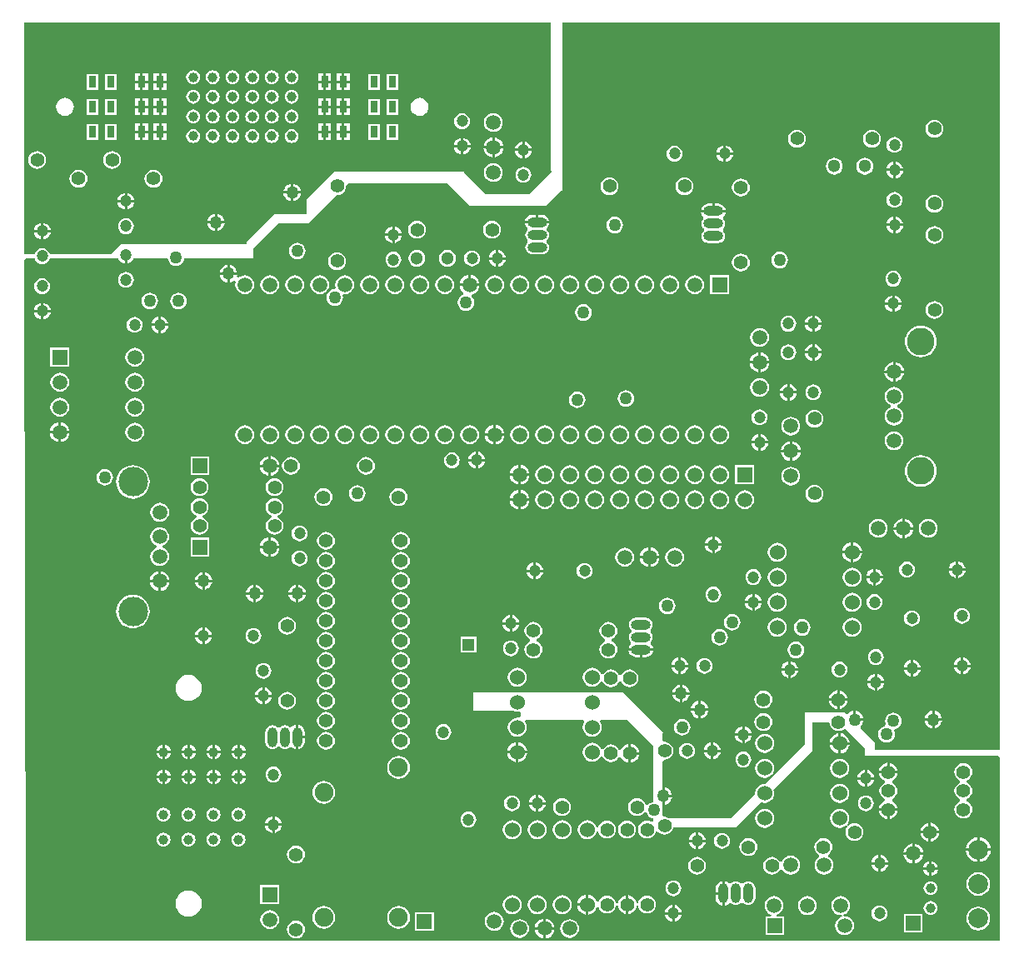
<source format=gbr>
G04 Layer_Physical_Order=3*
G04 Layer_Color=16440176*
%FSLAX44Y44*%
%MOMM*%
%TF.FileFunction,Copper,L3,Inr,Signal*%
%TF.Part,Single*%
G01*
G75*
%TA.AperFunction,ViaPad*%
%ADD21C,1.2000*%
%TA.AperFunction,ViaPad*%
%ADD22C,1.5000*%
%TA.AperFunction,ViaPad*%
%ADD23C,1.4000*%
%TA.AperFunction,ViaPad*%
%ADD24O,2.0000X1.0000*%
%TA.AperFunction,ViaPad*%
%ADD25O,2.0000X1.0000*%
%TA.AperFunction,ViaPad*%
%ADD26R,1.5000X1.5000*%
%TA.AperFunction,ViaPad*%
%ADD27R,1.5000X1.5000*%
%TA.AperFunction,ViaPad*%
%ADD28C,2.0000*%
%TA.AperFunction,ViaPad*%
%ADD29C,1.5240*%
%TA.AperFunction,ViaPad*%
%ADD30C,1.0000*%
%TA.AperFunction,ViaPad*%
%ADD31O,1.0000X2.0000*%
%TA.AperFunction,ViaPad*%
%ADD32O,1.0000X2.0000*%
%TA.AperFunction,ViaPad*%
%ADD33C,1.3000*%
%TA.AperFunction,ViaPad*%
%ADD34C,1.9000*%
%TA.AperFunction,ViaPad*%
%ADD35R,1.2000X1.2000*%
%TA.AperFunction,ViaPad*%
%ADD36R,0.8000X1.2000*%
%TA.AperFunction,ViaPad*%
%ADD37C,3.0000*%
%TA.AperFunction,ViaPad*%
%ADD38C,1.2700*%
%TA.AperFunction,ViaPad*%
%ADD39C,2.8000*%
G36*
X992216Y195493D02*
X865216D01*
Y203113D01*
X850716Y217612D01*
X850847Y219608D01*
X851237Y219907D01*
X852662Y221764D01*
X853558Y223927D01*
X853696Y224978D01*
X844896D01*
Y226248D01*
X843626D01*
Y235047D01*
X842576Y234909D01*
X840413Y234013D01*
X838556Y232588D01*
X838257Y232199D01*
X836261Y232068D01*
X834736Y233593D01*
X794096D01*
Y200573D01*
X792826Y199303D01*
X754418Y160894D01*
X753456Y161021D01*
X750945Y160690D01*
X748605Y159721D01*
X746595Y158179D01*
X745053Y156169D01*
X744084Y153829D01*
X743753Y151318D01*
X743880Y150356D01*
X719166Y125643D01*
X657068D01*
X656395Y126159D01*
X654206Y127066D01*
X651856Y127375D01*
X651316Y127304D01*
X649316Y129058D01*
Y131633D01*
X649485Y132040D01*
X649772Y134220D01*
X649485Y136400D01*
X649316Y136807D01*
Y138422D01*
Y138422D01*
Y148503D01*
Y158583D01*
Y158583D01*
Y183737D01*
X651316Y185491D01*
X651856Y185420D01*
X654206Y185729D01*
X656395Y186636D01*
X658275Y188079D01*
X659718Y189959D01*
X660625Y192148D01*
X660934Y194498D01*
X660625Y196847D01*
X659718Y199036D01*
X658275Y200917D01*
X656395Y202359D01*
X654206Y203266D01*
X651856Y203575D01*
X651316Y203504D01*
X649316Y205258D01*
Y212003D01*
X650586Y213273D01*
X609946Y253913D01*
X457546D01*
Y234863D01*
X498984D01*
X499485Y234655D01*
X501996Y234325D01*
X503806Y234563D01*
X505428Y233515D01*
X505806Y233048D01*
Y229384D01*
X503806Y228092D01*
X501996Y228331D01*
X499485Y228000D01*
X497145Y227031D01*
X495135Y225489D01*
X493593Y223479D01*
X492624Y221139D01*
X492293Y218628D01*
X492624Y216116D01*
X493593Y213776D01*
X495135Y211767D01*
X497145Y210225D01*
X499485Y209255D01*
X501996Y208925D01*
X504508Y209255D01*
X506848Y210225D01*
X508857Y211767D01*
X510399Y213776D01*
X511369Y216116D01*
X511699Y218628D01*
X511369Y221139D01*
X510399Y223479D01*
X510021Y223973D01*
X511007Y225973D01*
X569186D01*
X570172Y223973D01*
X569793Y223479D01*
X568824Y221139D01*
X568493Y218628D01*
X568824Y216116D01*
X569793Y213776D01*
X571335Y211767D01*
X573345Y210225D01*
X575685Y209255D01*
X578196Y208925D01*
X580708Y209255D01*
X583048Y210225D01*
X585057Y211767D01*
X586599Y213776D01*
X587569Y216116D01*
X587899Y218628D01*
X587569Y221139D01*
X586599Y223479D01*
X586221Y223973D01*
X587207Y225973D01*
X613756D01*
X640426Y199303D01*
X640426Y157393D01*
Y142520D01*
X639170Y142355D01*
X637139Y141514D01*
X635395Y140175D01*
X634750Y139334D01*
X633201Y139607D01*
X632622Y139847D01*
X631778Y141887D01*
X630335Y143766D01*
X628455Y145209D01*
X626266Y146116D01*
X623916Y146425D01*
X621567Y146116D01*
X619378Y145209D01*
X617497Y143766D01*
X616055Y141887D01*
X615148Y139697D01*
X614839Y137348D01*
X615148Y134998D01*
X616055Y132809D01*
X617497Y130929D01*
X619378Y129486D01*
X621567Y128579D01*
X623916Y128270D01*
X626266Y128579D01*
X628455Y129486D01*
X630335Y130929D01*
X631196Y132051D01*
X632095Y132046D01*
X633379Y131645D01*
X634056Y130009D01*
X635395Y128265D01*
X637139Y126926D01*
X639170Y126085D01*
X640426Y125920D01*
Y123220D01*
X639899Y122960D01*
X638426Y122427D01*
X636426Y123256D01*
X634076Y123565D01*
X631727Y123256D01*
X629538Y122349D01*
X627657Y120906D01*
X626215Y119026D01*
X625308Y116837D01*
X624999Y114488D01*
X625308Y112138D01*
X626215Y109949D01*
X627657Y108069D01*
X629538Y106626D01*
X631727Y105719D01*
X634076Y105410D01*
X636426Y105719D01*
X638615Y106626D01*
X640495Y108069D01*
X641938Y109949D01*
X642800Y112031D01*
X643227Y112215D01*
X644917Y112557D01*
X645437Y111879D01*
X647318Y110436D01*
X649507Y109529D01*
X651856Y109220D01*
X654206Y109529D01*
X656395Y110436D01*
X658275Y111879D01*
X659718Y113759D01*
X660625Y115948D01*
X660731Y116753D01*
X724246D01*
X749880Y142386D01*
X750945Y141945D01*
X753456Y141615D01*
X755968Y141945D01*
X758308Y142915D01*
X760317Y144457D01*
X761859Y146466D01*
X762829Y148806D01*
X763159Y151318D01*
X762829Y153829D01*
X762388Y154894D01*
X801716Y194223D01*
Y223433D01*
X819345D01*
X819618Y221358D01*
X820525Y219169D01*
X821967Y217289D01*
X823848Y215846D01*
X826037Y214939D01*
X828386Y214630D01*
X830736Y214939D01*
X832925Y215846D01*
X834805Y217289D01*
X855056Y197038D01*
Y189143D01*
X990946D01*
X992216Y187873D01*
Y1183D01*
X294986D01*
X2537Y1183D01*
X1270Y693187D01*
X2683Y694603D01*
X11789D01*
X12408Y693108D01*
X13691Y691437D01*
X15362Y690155D01*
X17308Y689349D01*
X19396Y689074D01*
X21485Y689349D01*
X23431Y690155D01*
X25102Y691437D01*
X26384Y693108D01*
X27003Y694603D01*
X96821Y694603D01*
X97027Y694106D01*
X98396Y692322D01*
X100180Y690953D01*
X102257Y690092D01*
X103216Y689966D01*
Y698413D01*
X105756D01*
Y689966D01*
X106716Y690092D01*
X108793Y690953D01*
X110577Y692322D01*
X111946Y694106D01*
X112152Y694603D01*
X147031D01*
X147151Y693693D01*
X147993Y691662D01*
X149331Y689917D01*
X151075Y688579D01*
X153106Y687738D01*
X155286Y687450D01*
X157466Y687738D01*
X159497Y688579D01*
X161242Y689917D01*
X162580Y691662D01*
X163421Y693693D01*
X163541Y694603D01*
X234026Y694603D01*
Y704763D01*
X236566Y707303D01*
X259426Y730163D01*
X289906D01*
X294986Y735243D01*
X318951Y759207D01*
X319116Y759185D01*
X321466Y759494D01*
X323655Y760401D01*
X325535Y761844D01*
X326978Y763724D01*
X327885Y765913D01*
X328194Y768263D01*
X328172Y768428D01*
X330546Y770803D01*
X430876D01*
X453736Y747943D01*
X531206D01*
X546446Y763183D01*
X547716D01*
Y927013D01*
Y934320D01*
X992216D01*
Y195493D01*
D02*
G37*
G36*
X535940Y784460D02*
X537210Y783190D01*
X514350Y760330D01*
X469900D01*
X448310Y781920D01*
Y783190D01*
X316230D01*
X312420Y779380D01*
X288290Y755250D01*
Y740010D01*
X255270D01*
X252730Y737470D01*
X227330Y712070D01*
Y709530D01*
X99060D01*
X88900Y699370D01*
X27133D01*
X26384Y701177D01*
X25102Y702848D01*
X23431Y704131D01*
X21485Y704937D01*
X19396Y705212D01*
X17308Y704937D01*
X15362Y704131D01*
X13691Y702848D01*
X12408Y701177D01*
X11660Y699370D01*
X1270D01*
Y934320D01*
X535940D01*
Y784460D01*
D02*
G37*
%LPC*%
G36*
X904586Y286764D02*
Y279588D01*
X911763D01*
X911637Y280547D01*
X910776Y282624D01*
X909407Y284408D01*
X907623Y285777D01*
X905546Y286638D01*
X904586Y286764D01*
D02*
G37*
G36*
X902046D02*
X901087Y286638D01*
X899009Y285777D01*
X897225Y284408D01*
X895857Y282624D01*
X894996Y280547D01*
X894870Y279588D01*
X902046D01*
Y286764D01*
D02*
G37*
G36*
X777586Y285494D02*
X776627Y285368D01*
X774549Y284507D01*
X772766Y283138D01*
X771397Y281355D01*
X770536Y279277D01*
X770410Y278318D01*
X777586D01*
Y285494D01*
D02*
G37*
G36*
X780126D02*
Y278318D01*
X787303D01*
X787177Y279277D01*
X786316Y281355D01*
X784947Y283138D01*
X783163Y284507D01*
X781086Y285368D01*
X780126Y285494D01*
D02*
G37*
G36*
X952846Y289304D02*
X951887Y289178D01*
X949809Y288317D01*
X948026Y286948D01*
X946657Y285165D01*
X945796Y283087D01*
X945670Y282128D01*
X952846D01*
Y289304D01*
D02*
G37*
G36*
X955386D02*
Y282128D01*
X962563D01*
X962437Y283087D01*
X961576Y285165D01*
X960207Y286948D01*
X958423Y288317D01*
X956346Y289178D01*
X955386Y289304D01*
D02*
G37*
G36*
X668366D02*
Y282128D01*
X675543D01*
X675416Y283087D01*
X674556Y285165D01*
X673187Y286948D01*
X671403Y288317D01*
X669326Y289178D01*
X668366Y289304D01*
D02*
G37*
G36*
X866486Y297817D02*
X864398Y297542D01*
X862452Y296736D01*
X860781Y295453D01*
X859498Y293782D01*
X858692Y291836D01*
X858417Y289748D01*
X858692Y287659D01*
X859498Y285713D01*
X860781Y284042D01*
X862452Y282760D01*
X864398Y281954D01*
X866486Y281679D01*
X868575Y281954D01*
X870521Y282760D01*
X872192Y284042D01*
X873474Y285713D01*
X874280Y287659D01*
X874555Y289748D01*
X874280Y291836D01*
X873474Y293782D01*
X872192Y295453D01*
X870521Y296736D01*
X868575Y297542D01*
X866486Y297817D01*
D02*
G37*
G36*
X665826Y289304D02*
X664867Y289178D01*
X662790Y288317D01*
X661005Y286948D01*
X659637Y285165D01*
X658776Y283087D01*
X658650Y282128D01*
X665826D01*
Y289304D01*
D02*
G37*
G36*
X383886Y295015D02*
X381537Y294706D01*
X379347Y293799D01*
X377467Y292356D01*
X376025Y290476D01*
X375118Y288287D01*
X374809Y285938D01*
X375118Y283588D01*
X376025Y281399D01*
X377467Y279519D01*
X379347Y278076D01*
X381537Y277169D01*
X383886Y276860D01*
X386236Y277169D01*
X388425Y278076D01*
X390305Y279519D01*
X391748Y281399D01*
X392655Y283588D01*
X392964Y285938D01*
X392655Y288287D01*
X391748Y290476D01*
X390305Y292356D01*
X388425Y293799D01*
X386236Y294706D01*
X383886Y295015D01*
D02*
G37*
G36*
X911763Y277048D02*
X904586D01*
Y269871D01*
X905546Y269998D01*
X907623Y270858D01*
X909407Y272227D01*
X910776Y274011D01*
X911637Y276088D01*
X911763Y277048D01*
D02*
G37*
G36*
X665826Y279588D02*
X658650D01*
X658776Y278628D01*
X659637Y276551D01*
X661005Y274767D01*
X662790Y273398D01*
X664867Y272537D01*
X665826Y272411D01*
Y279588D01*
D02*
G37*
G36*
X829656Y285117D02*
X827568Y284842D01*
X825622Y284036D01*
X823951Y282753D01*
X822668Y281082D01*
X821862Y279136D01*
X821587Y277048D01*
X821862Y274959D01*
X822668Y273013D01*
X823951Y271342D01*
X825622Y270060D01*
X827568Y269254D01*
X829656Y268979D01*
X831745Y269254D01*
X833691Y270060D01*
X835362Y271342D01*
X836644Y273013D01*
X837450Y274959D01*
X837725Y277048D01*
X837450Y279136D01*
X836644Y281082D01*
X835362Y282753D01*
X833691Y284036D01*
X831745Y284842D01*
X829656Y285117D01*
D02*
G37*
G36*
X902046Y277048D02*
X894870D01*
X894996Y276088D01*
X895857Y274011D01*
X897225Y272227D01*
X899009Y270858D01*
X901087Y269998D01*
X902046Y269871D01*
Y277048D01*
D02*
G37*
G36*
X675543Y279588D02*
X668366D01*
Y272411D01*
X669326Y272537D01*
X671403Y273398D01*
X673187Y274767D01*
X674556Y276551D01*
X675416Y278628D01*
X675543Y279588D01*
D02*
G37*
G36*
X692496Y288927D02*
X690408Y288652D01*
X688462Y287846D01*
X686791Y286563D01*
X685508Y284892D01*
X684702Y282946D01*
X684427Y280858D01*
X684702Y278769D01*
X685508Y276823D01*
X686791Y275152D01*
X688462Y273870D01*
X690408Y273064D01*
X692496Y272789D01*
X694585Y273064D01*
X696531Y273870D01*
X698202Y275152D01*
X699484Y276823D01*
X700290Y278769D01*
X700565Y280858D01*
X700290Y282946D01*
X699484Y284892D01*
X698202Y286563D01*
X696531Y287846D01*
X694585Y288652D01*
X692496Y288927D01*
D02*
G37*
G36*
X307686Y295015D02*
X305337Y294706D01*
X303148Y293799D01*
X301267Y292356D01*
X299825Y290476D01*
X298918Y288287D01*
X298609Y285938D01*
X298918Y283588D01*
X299825Y281399D01*
X301267Y279519D01*
X303148Y278076D01*
X305337Y277169D01*
X307686Y276860D01*
X310036Y277169D01*
X312225Y278076D01*
X314105Y279519D01*
X315548Y281399D01*
X316455Y283588D01*
X316764Y285938D01*
X316455Y288287D01*
X315548Y290476D01*
X314105Y292356D01*
X312225Y293799D01*
X310036Y294706D01*
X307686Y295015D01*
D02*
G37*
G36*
X952846Y279588D02*
X945670D01*
X945796Y278628D01*
X946657Y276551D01*
X948026Y274767D01*
X949809Y273398D01*
X951887Y272537D01*
X952846Y272411D01*
Y279588D01*
D02*
G37*
G36*
X962563D02*
X955386D01*
Y272411D01*
X956346Y272537D01*
X958423Y273398D01*
X960207Y274767D01*
X961576Y276551D01*
X962437Y278628D01*
X962563Y279588D01*
D02*
G37*
G36*
X518506Y325495D02*
X516157Y325186D01*
X513968Y324279D01*
X512087Y322836D01*
X510645Y320956D01*
X509738Y318767D01*
X509429Y316418D01*
X509738Y314068D01*
X510645Y311879D01*
X512087Y309999D01*
X513968Y308556D01*
X515370Y307975D01*
Y305810D01*
X513968Y305229D01*
X512087Y303787D01*
X510645Y301907D01*
X509738Y299717D01*
X509429Y297368D01*
X509738Y295018D01*
X510645Y292829D01*
X512087Y290949D01*
X513968Y289506D01*
X516157Y288599D01*
X518506Y288290D01*
X520856Y288599D01*
X523045Y289506D01*
X524925Y290949D01*
X526368Y292829D01*
X527275Y295018D01*
X527584Y297368D01*
X527275Y299717D01*
X526368Y301907D01*
X524925Y303787D01*
X523045Y305229D01*
X521642Y305810D01*
Y307975D01*
X523045Y308556D01*
X524925Y309999D01*
X526368Y311879D01*
X527275Y314068D01*
X527584Y316418D01*
X527275Y318767D01*
X526368Y320956D01*
X524925Y322836D01*
X523045Y324279D01*
X520856Y325186D01*
X518506Y325495D01*
D02*
G37*
G36*
X842356Y329931D02*
X839845Y329600D01*
X837505Y328631D01*
X835495Y327089D01*
X833953Y325079D01*
X832984Y322739D01*
X832653Y320228D01*
X832984Y317716D01*
X833953Y315376D01*
X835495Y313367D01*
X837505Y311825D01*
X839845Y310855D01*
X842356Y310525D01*
X844868Y310855D01*
X847208Y311825D01*
X849217Y313367D01*
X850759Y315376D01*
X851729Y317716D01*
X852059Y320228D01*
X851729Y322739D01*
X850759Y325079D01*
X849217Y327089D01*
X847208Y328631D01*
X844868Y329600D01*
X842356Y329931D01*
D02*
G37*
G36*
X791556Y328375D02*
X789377Y328088D01*
X787345Y327246D01*
X785601Y325908D01*
X784263Y324164D01*
X783421Y322132D01*
X783134Y319953D01*
X783421Y317773D01*
X784263Y315742D01*
X785601Y313997D01*
X787345Y312659D01*
X789377Y311817D01*
X791556Y311530D01*
X793736Y311817D01*
X795767Y312659D01*
X797512Y313997D01*
X798850Y315742D01*
X799691Y317773D01*
X799978Y319953D01*
X799691Y322132D01*
X798850Y324164D01*
X797512Y325908D01*
X795767Y327246D01*
X793736Y328088D01*
X791556Y328375D01*
D02*
G37*
G36*
X766156Y329931D02*
X763645Y329600D01*
X761305Y328631D01*
X759295Y327089D01*
X757753Y325079D01*
X756784Y322739D01*
X756453Y320228D01*
X756784Y317716D01*
X757753Y315376D01*
X759295Y313367D01*
X761305Y311825D01*
X763645Y310855D01*
X766156Y310525D01*
X768668Y310855D01*
X771008Y311825D01*
X773017Y313367D01*
X774559Y315376D01*
X775529Y317716D01*
X775859Y320228D01*
X775529Y322739D01*
X774559Y325079D01*
X773017Y327089D01*
X771008Y328631D01*
X768668Y329600D01*
X766156Y329931D01*
D02*
G37*
G36*
X191673Y310068D02*
X184496D01*
Y302891D01*
X185456Y303018D01*
X187533Y303878D01*
X189317Y305247D01*
X190686Y307031D01*
X191546Y309108D01*
X191673Y310068D01*
D02*
G37*
G36*
X234026Y319407D02*
X231938Y319132D01*
X229992Y318326D01*
X228321Y317043D01*
X227038Y315372D01*
X226232Y313426D01*
X225957Y311338D01*
X226232Y309249D01*
X227038Y307303D01*
X228321Y305632D01*
X229992Y304350D01*
X231938Y303544D01*
X234026Y303269D01*
X236115Y303544D01*
X238061Y304350D01*
X239732Y305632D01*
X241014Y307303D01*
X241820Y309249D01*
X242095Y311338D01*
X241820Y313426D01*
X241014Y315372D01*
X239732Y317043D01*
X238061Y318326D01*
X236115Y319132D01*
X234026Y319407D01*
D02*
G37*
G36*
X494376Y322768D02*
X487200D01*
X487326Y321808D01*
X488187Y319731D01*
X489556Y317947D01*
X491339Y316578D01*
X493417Y315718D01*
X494376Y315591D01*
Y322768D01*
D02*
G37*
G36*
X504093D02*
X496916D01*
Y315591D01*
X497876Y315718D01*
X499953Y316578D01*
X501737Y317947D01*
X503106Y319731D01*
X503966Y321808D01*
X504093Y322768D01*
D02*
G37*
G36*
X184496Y319784D02*
Y312608D01*
X191673D01*
X191546Y313567D01*
X190686Y315644D01*
X189317Y317428D01*
X187533Y318797D01*
X185456Y319658D01*
X184496Y319784D01*
D02*
G37*
G36*
X268316Y330575D02*
X265967Y330266D01*
X263778Y329359D01*
X261897Y327916D01*
X260455Y326036D01*
X259548Y323847D01*
X259239Y321498D01*
X259548Y319148D01*
X260455Y316959D01*
X261897Y315079D01*
X263778Y313636D01*
X265967Y312729D01*
X268316Y312420D01*
X270666Y312729D01*
X272855Y313636D01*
X274735Y315079D01*
X276178Y316959D01*
X277085Y319148D01*
X277394Y321498D01*
X277085Y323847D01*
X276178Y326036D01*
X274735Y327916D01*
X272855Y329359D01*
X270666Y330266D01*
X268316Y330575D01*
D02*
G37*
G36*
X181956Y319784D02*
X180997Y319658D01*
X178920Y318797D01*
X177136Y317428D01*
X175767Y315644D01*
X174906Y313567D01*
X174780Y312608D01*
X181956D01*
Y319784D01*
D02*
G37*
G36*
Y310068D02*
X174780D01*
X174906Y309108D01*
X175767Y307031D01*
X177136Y305247D01*
X178920Y303878D01*
X180997Y303018D01*
X181956Y302891D01*
Y310068D01*
D02*
G37*
G36*
X640164Y296098D02*
X628996D01*
Y289763D01*
X632726D01*
X634695Y290022D01*
X636529Y290781D01*
X638104Y291990D01*
X639313Y293565D01*
X640072Y295399D01*
X640164Y296098D01*
D02*
G37*
G36*
X495646Y306707D02*
X493558Y306432D01*
X491612Y305626D01*
X489941Y304343D01*
X488658Y302672D01*
X487852Y300726D01*
X487577Y298638D01*
X487852Y296549D01*
X488658Y294603D01*
X489941Y292932D01*
X491612Y291650D01*
X493558Y290844D01*
X495646Y290569D01*
X497735Y290844D01*
X499681Y291650D01*
X501352Y292932D01*
X502634Y294603D01*
X503440Y296549D01*
X503715Y298638D01*
X503440Y300726D01*
X502634Y302672D01*
X501352Y304343D01*
X499681Y305626D01*
X497735Y306432D01*
X495646Y306707D01*
D02*
G37*
G36*
X626456Y296098D02*
X615288D01*
X615380Y295399D01*
X616140Y293565D01*
X617349Y291990D01*
X618924Y290781D01*
X620758Y290022D01*
X622726Y289763D01*
X626456D01*
Y296098D01*
D02*
G37*
G36*
X594706Y325495D02*
X592357Y325186D01*
X590168Y324279D01*
X588287Y322836D01*
X586845Y320956D01*
X585938Y318767D01*
X585629Y316418D01*
X585938Y314068D01*
X586845Y311879D01*
X588287Y309999D01*
X590168Y308556D01*
X591571Y307975D01*
Y305810D01*
X590168Y305229D01*
X588287Y303787D01*
X586845Y301907D01*
X585938Y299717D01*
X585629Y297368D01*
X585938Y295018D01*
X586845Y292829D01*
X588287Y290949D01*
X590168Y289506D01*
X592357Y288599D01*
X594706Y288290D01*
X597056Y288599D01*
X599245Y289506D01*
X601125Y290949D01*
X602568Y292829D01*
X603475Y295018D01*
X603784Y297368D01*
X603475Y299717D01*
X602568Y301907D01*
X601125Y303787D01*
X599245Y305229D01*
X597842Y305810D01*
Y307975D01*
X599245Y308556D01*
X601125Y309999D01*
X602568Y311879D01*
X603475Y314068D01*
X603784Y316418D01*
X603475Y318767D01*
X602568Y320956D01*
X601125Y322836D01*
X599245Y324279D01*
X597056Y325186D01*
X594706Y325495D01*
D02*
G37*
G36*
X785206Y305515D02*
X783027Y305228D01*
X780995Y304386D01*
X779251Y303048D01*
X777913Y301304D01*
X777071Y299272D01*
X776784Y297093D01*
X777071Y294913D01*
X777913Y292882D01*
X779251Y291137D01*
X780995Y289799D01*
X783027Y288958D01*
X785206Y288671D01*
X787386Y288958D01*
X789417Y289799D01*
X791162Y291137D01*
X792500Y292882D01*
X793341Y294913D01*
X793628Y297093D01*
X793341Y299272D01*
X792500Y301304D01*
X791162Y303048D01*
X789417Y304386D01*
X787386Y305228D01*
X785206Y305515D01*
D02*
G37*
G36*
X632726Y329828D02*
X622726D01*
X620899Y329587D01*
X619196Y328882D01*
X617734Y327760D01*
X616612Y326298D01*
X615906Y324595D01*
X615666Y322768D01*
X615906Y320940D01*
X616612Y319237D01*
X617734Y317775D01*
X617860Y317678D01*
Y315157D01*
X617734Y315060D01*
X616612Y313598D01*
X615906Y311895D01*
X615666Y310068D01*
X615906Y308240D01*
X616612Y306537D01*
X617734Y305075D01*
X617417Y302798D01*
X617349Y302745D01*
X616140Y301170D01*
X615380Y299336D01*
X615288Y298638D01*
X640164D01*
X640072Y299336D01*
X639313Y301170D01*
X638104Y302745D01*
X638036Y302798D01*
X637719Y305075D01*
X638841Y306537D01*
X639546Y308240D01*
X639787Y310068D01*
X639546Y311895D01*
X638841Y313598D01*
X637719Y315060D01*
X637592Y315157D01*
Y317678D01*
X637719Y317775D01*
X638841Y319237D01*
X639546Y320940D01*
X639787Y322768D01*
X639546Y324595D01*
X638841Y326298D01*
X637719Y327760D01*
X636256Y328882D01*
X634554Y329587D01*
X632726Y329828D01*
D02*
G37*
G36*
X707736Y318490D02*
X705556Y318203D01*
X703525Y317361D01*
X701781Y316023D01*
X700443Y314279D01*
X699601Y312247D01*
X699314Y310068D01*
X699601Y307888D01*
X700443Y305857D01*
X701781Y304112D01*
X703525Y302774D01*
X705556Y301933D01*
X707736Y301646D01*
X709916Y301933D01*
X711947Y302774D01*
X713692Y304112D01*
X715030Y305857D01*
X715871Y307888D01*
X716158Y310068D01*
X715871Y312247D01*
X715030Y314279D01*
X713692Y316023D01*
X711947Y317361D01*
X709916Y318203D01*
X707736Y318490D01*
D02*
G37*
G36*
X383886Y315335D02*
X381537Y315026D01*
X379347Y314119D01*
X377467Y312677D01*
X376025Y310797D01*
X375118Y308607D01*
X374809Y306258D01*
X375118Y303908D01*
X376025Y301719D01*
X377467Y299839D01*
X379347Y298396D01*
X381537Y297489D01*
X383886Y297180D01*
X386236Y297489D01*
X388425Y298396D01*
X390305Y299839D01*
X391748Y301719D01*
X392655Y303908D01*
X392964Y306258D01*
X392655Y308607D01*
X391748Y310797D01*
X390305Y312677D01*
X388425Y314119D01*
X386236Y315026D01*
X383886Y315335D01*
D02*
G37*
G36*
X460466Y310448D02*
X444466D01*
Y294448D01*
X460466D01*
Y310448D01*
D02*
G37*
G36*
X307686Y315335D02*
X305337Y315026D01*
X303148Y314119D01*
X301267Y312677D01*
X299825Y310797D01*
X298918Y308607D01*
X298609Y306258D01*
X298918Y303908D01*
X299825Y301719D01*
X301267Y299839D01*
X303148Y298396D01*
X305337Y297489D01*
X307686Y297180D01*
X310036Y297489D01*
X312225Y298396D01*
X314105Y299839D01*
X315548Y301719D01*
X316455Y303908D01*
X316764Y306258D01*
X316455Y308607D01*
X315548Y310797D01*
X314105Y312677D01*
X312225Y314119D01*
X310036Y315026D01*
X307686Y315335D01*
D02*
G37*
G36*
X787303Y275778D02*
X780126D01*
Y268601D01*
X781086Y268727D01*
X783163Y269588D01*
X784947Y270957D01*
X786316Y272741D01*
X787177Y274818D01*
X787303Y275778D01*
D02*
G37*
G36*
X307686Y254375D02*
X305337Y254066D01*
X303148Y253159D01*
X301267Y251716D01*
X299825Y249837D01*
X298918Y247647D01*
X298609Y245298D01*
X298918Y242948D01*
X299825Y240759D01*
X301267Y238879D01*
X303148Y237436D01*
X305337Y236529D01*
X307686Y236220D01*
X310036Y236529D01*
X312225Y237436D01*
X314105Y238879D01*
X315548Y240759D01*
X316455Y242948D01*
X316764Y245298D01*
X316455Y247647D01*
X315548Y249837D01*
X314105Y251716D01*
X312225Y253159D01*
X310036Y254066D01*
X307686Y254375D01*
D02*
G37*
G36*
X383886D02*
X381537Y254066D01*
X379347Y253159D01*
X377467Y251716D01*
X376025Y249837D01*
X375118Y247647D01*
X374809Y245298D01*
X375118Y242948D01*
X376025Y240759D01*
X377467Y238879D01*
X379347Y237436D01*
X381537Y236529D01*
X383886Y236220D01*
X386236Y236529D01*
X388425Y237436D01*
X390305Y238879D01*
X391748Y240759D01*
X392655Y242948D01*
X392964Y245298D01*
X392655Y247647D01*
X391748Y249837D01*
X390305Y251716D01*
X388425Y253159D01*
X386236Y254066D01*
X383886Y254375D01*
D02*
G37*
G36*
X268316D02*
X265967Y254066D01*
X263778Y253159D01*
X261897Y251716D01*
X260455Y249836D01*
X259548Y247647D01*
X259239Y245298D01*
X259548Y242948D01*
X260455Y240759D01*
X261897Y238879D01*
X263778Y237436D01*
X265967Y236529D01*
X268316Y236220D01*
X270666Y236529D01*
X272855Y237436D01*
X274735Y238879D01*
X276178Y240759D01*
X277085Y242948D01*
X277394Y245298D01*
X277085Y247647D01*
X276178Y249836D01*
X274735Y251716D01*
X272855Y253159D01*
X270666Y254066D01*
X268316Y254375D01*
D02*
G37*
G36*
X686146Y235138D02*
X678617D01*
X678755Y234087D01*
X679651Y231924D01*
X681076Y230067D01*
X682933Y228642D01*
X685096Y227747D01*
X686146Y227608D01*
Y235138D01*
D02*
G37*
G36*
X696216D02*
X688686D01*
Y227608D01*
X689737Y227747D01*
X691900Y228642D01*
X693757Y230067D01*
X695182Y231924D01*
X696077Y234087D01*
X696216Y235138D01*
D02*
G37*
G36*
X686146Y245207D02*
X685096Y245069D01*
X682933Y244173D01*
X681076Y242748D01*
X679651Y240891D01*
X678755Y238728D01*
X678617Y237678D01*
X686146D01*
Y245207D01*
D02*
G37*
G36*
X688686D02*
Y237678D01*
X696216D01*
X696077Y238728D01*
X695182Y240891D01*
X693757Y242748D01*
X691900Y244173D01*
X689737Y245069D01*
X688686Y245207D01*
D02*
G37*
G36*
X752186Y255645D02*
X749837Y255336D01*
X747647Y254429D01*
X745767Y252987D01*
X744325Y251106D01*
X743418Y248917D01*
X743109Y246568D01*
X743418Y244218D01*
X744325Y242029D01*
X745767Y240149D01*
X747647Y238706D01*
X749837Y237799D01*
X752186Y237490D01*
X754536Y237799D01*
X756725Y238706D01*
X758605Y240149D01*
X760048Y242029D01*
X760955Y244218D01*
X761264Y246568D01*
X760955Y248917D01*
X760048Y251106D01*
X758605Y252987D01*
X756725Y254429D01*
X754536Y255336D01*
X752186Y255645D01*
D02*
G37*
G36*
X827116Y245298D02*
X818931D01*
X819092Y244077D01*
X820053Y241756D01*
X821582Y239764D01*
X823575Y238235D01*
X825896Y237273D01*
X827116Y237113D01*
Y245298D01*
D02*
G37*
G36*
X837841D02*
X829656D01*
Y237113D01*
X830877Y237273D01*
X833197Y238235D01*
X835190Y239764D01*
X836720Y241756D01*
X837681Y244077D01*
X837841Y245298D01*
D02*
G37*
G36*
X926176Y235047D02*
Y227518D01*
X933706D01*
X933568Y228568D01*
X932672Y230731D01*
X931247Y232588D01*
X929390Y234013D01*
X927227Y234909D01*
X926176Y235047D01*
D02*
G37*
G36*
X307686Y234055D02*
X305337Y233746D01*
X303148Y232839D01*
X301267Y231397D01*
X299825Y229517D01*
X298918Y227327D01*
X298609Y224978D01*
X298918Y222628D01*
X299825Y220439D01*
X301267Y218559D01*
X301396Y218460D01*
X303148Y217116D01*
X305337Y216209D01*
X307686Y215900D01*
X310036Y216209D01*
X312225Y217116D01*
X314105Y218559D01*
X315548Y220439D01*
X316455Y222628D01*
X316764Y224978D01*
X316455Y227327D01*
X315548Y229517D01*
X314105Y231397D01*
X312225Y232839D01*
X310036Y233746D01*
X307686Y234055D01*
D02*
G37*
G36*
X383886D02*
X381537Y233746D01*
X379404Y232863D01*
D01*
X379347Y232839D01*
X377467Y231397D01*
X376025Y229517D01*
X375118Y227327D01*
X374809Y224978D01*
X375118Y222628D01*
X376025Y220439D01*
X377467Y218559D01*
X379347Y217116D01*
X381537Y216209D01*
X383886Y215900D01*
X386236Y216209D01*
X388425Y217116D01*
X390305Y218559D01*
X391748Y220439D01*
X392655Y222628D01*
X392958Y224936D01*
D01*
X392964Y224978D01*
X392655Y227327D01*
X391748Y229517D01*
X390305Y231397D01*
X388425Y232839D01*
D01*
X388368Y232863D01*
D01*
X386236Y233746D01*
X383886Y234055D01*
D02*
G37*
G36*
X752186Y232785D02*
X749837Y232476D01*
X747647Y231569D01*
X745767Y230126D01*
X744325Y228246D01*
X743418Y226057D01*
X743109Y223708D01*
X743418Y221358D01*
X744325Y219169D01*
X745767Y217289D01*
X747647Y215846D01*
X749837Y214939D01*
X752186Y214630D01*
X754536Y214939D01*
X756725Y215846D01*
X758605Y217289D01*
X760048Y219169D01*
X760955Y221358D01*
X761264Y223708D01*
X760955Y226057D01*
X760048Y228246D01*
X758605Y230126D01*
X756725Y231569D01*
X754536Y232476D01*
X752186Y232785D01*
D02*
G37*
G36*
X730596Y219454D02*
X729637Y219328D01*
X727560Y218467D01*
X725776Y217098D01*
X724407Y215315D01*
X723546Y213237D01*
X723420Y212278D01*
X730596D01*
Y219454D01*
D02*
G37*
G36*
X733136D02*
Y212278D01*
X740313D01*
X740186Y213237D01*
X739326Y215315D01*
X737957Y217098D01*
X736173Y218467D01*
X734096Y219328D01*
X733136Y219454D01*
D02*
G37*
G36*
X846166Y235047D02*
Y227518D01*
X853696D01*
X853558Y228568D01*
X852662Y230731D01*
X851237Y232588D01*
X849380Y234013D01*
X847217Y234909D01*
X846166Y235047D01*
D02*
G37*
G36*
X923636D02*
X922586Y234909D01*
X920423Y234013D01*
X918566Y232588D01*
X917141Y230731D01*
X916245Y228568D01*
X916107Y227518D01*
X923636D01*
Y235047D01*
D02*
G37*
G36*
X277206Y220905D02*
X276508Y220814D01*
X274674Y220054D01*
X273099Y218845D01*
X273046Y218777D01*
X270769Y218460D01*
X269307Y219582D01*
X267604Y220287D01*
X265776Y220528D01*
X263949Y220287D01*
X262246Y219582D01*
X260784Y218460D01*
X260687Y218334D01*
X258166D01*
X258069Y218460D01*
X256607Y219582D01*
X254904Y220287D01*
X253076Y220528D01*
X251249Y220287D01*
X249546Y219582D01*
X248084Y218460D01*
X246962Y216998D01*
X246257Y215295D01*
X246016Y213468D01*
Y203468D01*
X246257Y201640D01*
X246962Y199937D01*
X248084Y198475D01*
X249546Y197353D01*
X251249Y196648D01*
X253076Y196407D01*
X254904Y196648D01*
X256607Y197353D01*
X258069Y198475D01*
X258166Y198602D01*
X260687D01*
X260784Y198475D01*
X262246Y197353D01*
X263949Y196648D01*
X265776Y196407D01*
X267604Y196648D01*
X269307Y197353D01*
X270769Y198475D01*
X273046Y198158D01*
X273099Y198090D01*
X274674Y196882D01*
X276508Y196122D01*
X277206Y196030D01*
Y208468D01*
Y220905D01*
D02*
G37*
G36*
X923636Y224978D02*
X916107D01*
X916245Y223927D01*
X917141Y221764D01*
X918566Y219907D01*
X920423Y218482D01*
X922586Y217586D01*
X923636Y217448D01*
Y224978D01*
D02*
G37*
G36*
X933706D02*
X926176D01*
Y217448D01*
X927227Y217586D01*
X929390Y218482D01*
X931247Y219907D01*
X932672Y221764D01*
X933568Y223927D01*
X933706Y224978D01*
D02*
G37*
G36*
X383886Y274695D02*
X381537Y274386D01*
X379347Y273479D01*
X377467Y272036D01*
X376025Y270156D01*
X375118Y267967D01*
X374809Y265618D01*
X375118Y263268D01*
X376025Y261079D01*
X377467Y259199D01*
X379347Y257756D01*
X381537Y256849D01*
X383886Y256540D01*
X386236Y256849D01*
X388425Y257756D01*
X390305Y259199D01*
X391748Y261079D01*
X392655Y263268D01*
X392964Y265618D01*
X392655Y267967D01*
X391748Y270156D01*
X390305Y272036D01*
X388425Y273479D01*
X386236Y274386D01*
X383886Y274695D01*
D02*
G37*
G36*
X578196Y279131D02*
X575685Y278800D01*
X573345Y277831D01*
X571335Y276289D01*
X569793Y274279D01*
X568824Y271939D01*
X568493Y269428D01*
X568824Y266916D01*
X569793Y264576D01*
X571335Y262567D01*
X573345Y261025D01*
X575685Y260055D01*
X578196Y259725D01*
X580708Y260055D01*
X583048Y261025D01*
X585057Y262567D01*
X586599Y264576D01*
X586712Y264847D01*
X588876Y264847D01*
X589385Y263619D01*
X590827Y261739D01*
X592707Y260296D01*
X594897Y259389D01*
X597246Y259080D01*
X599596Y259389D01*
X601785Y260296D01*
X603665Y261739D01*
X605108Y263619D01*
X605689Y265022D01*
X607854D01*
X608435Y263619D01*
X609877Y261739D01*
X611758Y260296D01*
X613947Y259389D01*
X616296Y259080D01*
X618646Y259389D01*
X620835Y260296D01*
X622715Y261739D01*
X624158Y263619D01*
X625065Y265808D01*
X625374Y268158D01*
X625065Y270507D01*
X624158Y272696D01*
X622715Y274576D01*
X620835Y276019D01*
X618646Y276926D01*
X616296Y277235D01*
X613947Y276926D01*
X611758Y276019D01*
X609877Y274576D01*
X608435Y272696D01*
X607854Y271293D01*
X605689D01*
X605108Y272696D01*
X603665Y274576D01*
X601785Y276019D01*
X599596Y276926D01*
X597246Y277235D01*
X594897Y276926D01*
X592707Y276019D01*
X590827Y274576D01*
X589385Y272696D01*
X587238Y272738D01*
X586599Y274279D01*
X585057Y276289D01*
X583048Y277831D01*
X580708Y278800D01*
X578196Y279131D01*
D02*
G37*
G36*
X307686Y274695D02*
X305337Y274386D01*
X303148Y273479D01*
X301267Y272036D01*
X299825Y270156D01*
X298918Y267967D01*
X298609Y265618D01*
X298918Y263268D01*
X299825Y261079D01*
X301267Y259199D01*
X303148Y257756D01*
X305337Y256849D01*
X307686Y256540D01*
X310036Y256849D01*
X312225Y257756D01*
X314105Y259199D01*
X315548Y261079D01*
X316455Y263268D01*
X316764Y265618D01*
X316455Y267967D01*
X315548Y270156D01*
X314105Y272036D01*
X312225Y273479D01*
X310036Y274386D01*
X307686Y274695D01*
D02*
G37*
G36*
X865216Y263078D02*
X858040D01*
X858166Y262118D01*
X859027Y260041D01*
X860396Y258257D01*
X862179Y256888D01*
X864257Y256028D01*
X865216Y255901D01*
Y263078D01*
D02*
G37*
G36*
X874933D02*
X867756D01*
Y255901D01*
X868716Y256028D01*
X870793Y256888D01*
X872577Y258257D01*
X873946Y260041D01*
X874807Y262118D01*
X874933Y263078D01*
D02*
G37*
G36*
X244186Y283847D02*
X242098Y283572D01*
X240152Y282766D01*
X238481Y281483D01*
X237198Y279812D01*
X236392Y277866D01*
X236117Y275778D01*
X236392Y273689D01*
X237198Y271743D01*
X238481Y270072D01*
X240152Y268790D01*
X242098Y267984D01*
X244186Y267709D01*
X246275Y267984D01*
X248221Y268790D01*
X249892Y270072D01*
X251174Y271743D01*
X251980Y273689D01*
X252255Y275778D01*
X251980Y277866D01*
X251174Y279812D01*
X249892Y281483D01*
X248221Y282766D01*
X246275Y283572D01*
X244186Y283847D01*
D02*
G37*
G36*
X777586Y275778D02*
X770410D01*
X770536Y274818D01*
X771397Y272741D01*
X772766Y270957D01*
X774549Y269588D01*
X776627Y268727D01*
X777586Y268601D01*
Y275778D01*
D02*
G37*
G36*
X867756Y272794D02*
Y265618D01*
X874933D01*
X874807Y266577D01*
X873946Y268654D01*
X872577Y270438D01*
X870793Y271807D01*
X868716Y272668D01*
X867756Y272794D01*
D02*
G37*
G36*
X501996Y279131D02*
X499485Y278800D01*
X497145Y277831D01*
X495135Y276289D01*
X493593Y274279D01*
X492624Y271939D01*
X492293Y269428D01*
X492624Y266916D01*
X493593Y264576D01*
X495135Y262567D01*
X497145Y261025D01*
X499485Y260055D01*
X501996Y259725D01*
X504508Y260055D01*
X506848Y261025D01*
X508857Y262567D01*
X510399Y264576D01*
X511369Y266916D01*
X511699Y269428D01*
X511369Y271939D01*
X510399Y274279D01*
X508857Y276289D01*
X506848Y277831D01*
X504508Y278800D01*
X501996Y279131D01*
D02*
G37*
G36*
X865216Y272794D02*
X864257Y272668D01*
X862179Y271807D01*
X860396Y270438D01*
X859027Y268654D01*
X858166Y266577D01*
X858040Y265618D01*
X865216D01*
Y272794D01*
D02*
G37*
G36*
X669636Y261717D02*
Y254188D01*
X677166D01*
X677028Y255238D01*
X676132Y257401D01*
X674707Y259258D01*
X672850Y260683D01*
X670687Y261579D01*
X669636Y261717D01*
D02*
G37*
G36*
X677166Y251648D02*
X669636D01*
Y244118D01*
X670687Y244256D01*
X672850Y245152D01*
X674707Y246577D01*
X676132Y248434D01*
X677028Y250597D01*
X677166Y251648D01*
D02*
G37*
G36*
X168096Y271722D02*
X164637Y271267D01*
X161414Y269932D01*
X158646Y267808D01*
X156523Y265040D01*
X155187Y261817D01*
X154732Y258358D01*
X155187Y254899D01*
X156523Y251675D01*
X158646Y248908D01*
X161414Y246784D01*
X164637Y245449D01*
X168096Y244993D01*
X171555Y245449D01*
X174778Y246784D01*
X177546Y248908D01*
X179670Y251675D01*
X181005Y254899D01*
X181461Y258358D01*
X181005Y261817D01*
X179670Y265040D01*
X177546Y267808D01*
X174778Y269932D01*
X171555Y271267D01*
X168096Y271722D01*
D02*
G37*
G36*
X667096Y251648D02*
X659567D01*
X659705Y250597D01*
X660601Y248434D01*
X662026Y246577D01*
X663883Y245152D01*
X666046Y244256D01*
X667096Y244118D01*
Y251648D01*
D02*
G37*
G36*
X242916Y249108D02*
X235740D01*
X235866Y248148D01*
X236727Y246071D01*
X238095Y244287D01*
X239879Y242918D01*
X241957Y242057D01*
X242916Y241931D01*
Y249108D01*
D02*
G37*
G36*
X252633D02*
X245456D01*
Y241931D01*
X246416Y242057D01*
X248493Y242918D01*
X250277Y244287D01*
X251646Y246071D01*
X252507Y248148D01*
X252633Y249108D01*
D02*
G37*
G36*
X245456Y258824D02*
Y251648D01*
X252633D01*
X252507Y252607D01*
X251646Y254685D01*
X250277Y256468D01*
X248493Y257837D01*
X246416Y258698D01*
X245456Y258824D01*
D02*
G37*
G36*
X667096Y261717D02*
X666046Y261579D01*
X663883Y260683D01*
X662026Y259258D01*
X660601Y257401D01*
X659705Y255238D01*
X659567Y254188D01*
X667096D01*
Y261717D01*
D02*
G37*
G36*
X242916Y258824D02*
X241957Y258698D01*
X239879Y257837D01*
X238095Y256468D01*
X236727Y254685D01*
X235866Y252607D01*
X235740Y251648D01*
X242916D01*
Y258824D01*
D02*
G37*
G36*
X827116Y256023D02*
X825896Y255862D01*
X823575Y254901D01*
X821582Y253372D01*
X820053Y251379D01*
X819092Y249058D01*
X818931Y247838D01*
X827116D01*
Y256023D01*
D02*
G37*
G36*
X829656D02*
Y247838D01*
X837841D01*
X837681Y249058D01*
X836720Y251379D01*
X835190Y253372D01*
X833197Y254901D01*
X830877Y255862D01*
X829656Y256023D01*
D02*
G37*
G36*
X720436Y333730D02*
X718257Y333443D01*
X716225Y332601D01*
X714481Y331263D01*
X713143Y329519D01*
X712301Y327487D01*
X712014Y325308D01*
X712301Y323128D01*
X713143Y321097D01*
X714481Y319352D01*
X716225Y318014D01*
X718257Y317173D01*
X720436Y316886D01*
X722616Y317173D01*
X724647Y318014D01*
X726392Y319352D01*
X727730Y321097D01*
X728571Y323128D01*
X728858Y325308D01*
X728571Y327487D01*
X727730Y329519D01*
X726392Y331263D01*
X724647Y332601D01*
X722616Y333443D01*
X720436Y333730D01*
D02*
G37*
G36*
X611216Y400930D02*
X608736Y400603D01*
X606425Y399646D01*
X604441Y398123D01*
X602918Y396139D01*
X601961Y393828D01*
X601634Y391348D01*
X601961Y388868D01*
X602918Y386557D01*
X604441Y384572D01*
X606425Y383049D01*
X608736Y382092D01*
X611216Y381766D01*
X613696Y382092D01*
X616007Y383049D01*
X617992Y384572D01*
X619515Y386557D01*
X620472Y388868D01*
X620798Y391348D01*
X620472Y393828D01*
X619515Y396139D01*
X617992Y398123D01*
X616007Y399646D01*
X613696Y400603D01*
X611216Y400930D01*
D02*
G37*
G36*
X662016D02*
X659536Y400603D01*
X657225Y399646D01*
X655241Y398123D01*
X653718Y396139D01*
X652761Y393828D01*
X652434Y391348D01*
X652761Y388868D01*
X653718Y386557D01*
X655241Y384572D01*
X657225Y383049D01*
X659536Y382092D01*
X662016Y381766D01*
X664496Y382092D01*
X666807Y383049D01*
X668792Y384572D01*
X670314Y386557D01*
X671272Y388868D01*
X671598Y391348D01*
X671272Y393828D01*
X670314Y396139D01*
X668792Y398123D01*
X666807Y399646D01*
X664496Y400603D01*
X662016Y400930D01*
D02*
G37*
G36*
X646576Y390078D02*
X637886D01*
Y381388D01*
X639237Y381566D01*
X641680Y382578D01*
X643777Y384187D01*
X645386Y386284D01*
X646398Y388727D01*
X646576Y390078D01*
D02*
G37*
G36*
X950306Y387094D02*
Y379918D01*
X957483D01*
X957356Y380877D01*
X956496Y382954D01*
X955127Y384738D01*
X953343Y386107D01*
X951266Y386968D01*
X950306Y387094D01*
D02*
G37*
G36*
X635346Y390078D02*
X626657D01*
X626835Y388727D01*
X627846Y386284D01*
X629456Y384187D01*
X631553Y382578D01*
X633995Y381566D01*
X635346Y381388D01*
Y390078D01*
D02*
G37*
G36*
X852437Y395158D02*
X843626D01*
Y386347D01*
X845009Y386529D01*
X847480Y387553D01*
X849603Y389181D01*
X851231Y391304D01*
X852255Y393775D01*
X852437Y395158D01*
D02*
G37*
G36*
X766156Y406131D02*
X763645Y405800D01*
X761305Y404831D01*
X759295Y403289D01*
X757753Y401279D01*
X756784Y398939D01*
X756453Y396428D01*
X756784Y393916D01*
X757753Y391576D01*
X759295Y389567D01*
X761305Y388025D01*
X763645Y387055D01*
X766156Y386725D01*
X768668Y387055D01*
X771008Y388025D01*
X773017Y389567D01*
X774559Y391576D01*
X775529Y393916D01*
X775859Y396428D01*
X775529Y398939D01*
X774559Y401279D01*
X773017Y403289D01*
X771008Y404831D01*
X768668Y405800D01*
X766156Y406131D01*
D02*
G37*
G36*
X841086Y395158D02*
X832276D01*
X832458Y393775D01*
X833482Y391304D01*
X835110Y389181D01*
X837233Y387553D01*
X839704Y386529D01*
X841086Y386347D01*
Y395158D01*
D02*
G37*
G36*
X281016Y398147D02*
X278928Y397872D01*
X276982Y397066D01*
X275311Y395783D01*
X274028Y394112D01*
X273222Y392166D01*
X272947Y390078D01*
X273222Y387989D01*
X274028Y386043D01*
X275311Y384372D01*
X276982Y383090D01*
X278928Y382284D01*
X281016Y382009D01*
X283105Y382284D01*
X285051Y383090D01*
X286722Y384372D01*
X288004Y386043D01*
X288810Y387989D01*
X289085Y390078D01*
X288810Y392166D01*
X288004Y394112D01*
X286722Y395783D01*
X285051Y397066D01*
X283105Y397872D01*
X281016Y398147D01*
D02*
G37*
G36*
X138686Y421560D02*
X136206Y421233D01*
X133895Y420276D01*
X131911Y418753D01*
X130388Y416769D01*
X129431Y414458D01*
X129104Y411978D01*
X129431Y409498D01*
X130388Y407187D01*
X131911Y405202D01*
X133895Y403679D01*
X135391Y403060D01*
Y400895D01*
X133895Y400276D01*
X131911Y398753D01*
X130388Y396769D01*
X129431Y394458D01*
X129104Y391978D01*
X129431Y389498D01*
X130388Y387187D01*
X131911Y385202D01*
X133895Y383679D01*
X136206Y382722D01*
X138686Y382396D01*
X141166Y382722D01*
X143477Y383679D01*
X145462Y385202D01*
X146985Y387187D01*
X147942Y389498D01*
X148268Y391978D01*
X147942Y394458D01*
X146985Y396769D01*
X145462Y398753D01*
X143477Y400276D01*
X141982Y400895D01*
Y403060D01*
X143477Y403679D01*
X145462Y405202D01*
X146985Y407187D01*
X147942Y409498D01*
X148268Y411978D01*
X147942Y414458D01*
X146985Y416769D01*
X145462Y418753D01*
X143477Y420276D01*
X141166Y421233D01*
X138686Y421560D01*
D02*
G37*
G36*
X947766Y387094D02*
X946807Y386968D01*
X944730Y386107D01*
X942945Y384738D01*
X941577Y382954D01*
X940716Y380877D01*
X940590Y379918D01*
X947766D01*
Y387094D01*
D02*
G37*
G36*
X898236Y386717D02*
X896148Y386442D01*
X894202Y385636D01*
X892531Y384353D01*
X891248Y382682D01*
X890442Y380736D01*
X890167Y378648D01*
X890442Y376559D01*
X891248Y374613D01*
X892531Y372942D01*
X894202Y371660D01*
X896148Y370854D01*
X898236Y370579D01*
X900325Y370854D01*
X902271Y371660D01*
X903942Y372942D01*
X905224Y374613D01*
X906030Y376559D01*
X906305Y378648D01*
X906030Y380736D01*
X905224Y382682D01*
X903942Y384353D01*
X902271Y385636D01*
X900325Y386442D01*
X898236Y386717D01*
D02*
G37*
G36*
X863946Y379474D02*
X862987Y379348D01*
X860910Y378487D01*
X859126Y377118D01*
X857757Y375335D01*
X856896Y373257D01*
X856770Y372298D01*
X863946D01*
Y379474D01*
D02*
G37*
G36*
X957483Y377378D02*
X950306D01*
Y370201D01*
X951266Y370327D01*
X953343Y371188D01*
X955127Y372557D01*
X956496Y374341D01*
X957356Y376418D01*
X957483Y377378D01*
D02*
G37*
G36*
X570576Y385447D02*
X568488Y385172D01*
X566542Y384366D01*
X564871Y383083D01*
X563588Y381412D01*
X562782Y379466D01*
X562507Y377378D01*
X562782Y375289D01*
X563588Y373343D01*
X564871Y371672D01*
X566542Y370390D01*
X568488Y369584D01*
X570576Y369309D01*
X572665Y369584D01*
X574611Y370390D01*
X576282Y371672D01*
X577564Y373343D01*
X578370Y375289D01*
X578645Y377378D01*
X578370Y379466D01*
X577564Y381412D01*
X576282Y383083D01*
X574611Y384366D01*
X572665Y385172D01*
X570576Y385447D01*
D02*
G37*
G36*
X947766Y377378D02*
X940590D01*
X940716Y376418D01*
X941577Y374341D01*
X942945Y372557D01*
X944730Y371188D01*
X946807Y370327D01*
X947766Y370201D01*
Y377378D01*
D02*
G37*
G36*
X518506Y385824D02*
X517547Y385698D01*
X515470Y384837D01*
X513685Y383468D01*
X512317Y381684D01*
X511456Y379607D01*
X511330Y378648D01*
X518506D01*
Y385824D01*
D02*
G37*
G36*
X521046D02*
Y378648D01*
X528223D01*
X528097Y379607D01*
X527236Y381684D01*
X525867Y383468D01*
X524083Y384837D01*
X522006Y385698D01*
X521046Y385824D01*
D02*
G37*
G36*
X383886Y396615D02*
X381537Y396306D01*
X379347Y395399D01*
X377467Y393956D01*
X376025Y392076D01*
X375118Y389887D01*
X374809Y387538D01*
X375118Y385188D01*
X376025Y382999D01*
X377467Y381119D01*
X379347Y379676D01*
X381537Y378769D01*
X383886Y378460D01*
X386236Y378769D01*
X388425Y379676D01*
X390305Y381119D01*
X391748Y382999D01*
X392655Y385188D01*
X392964Y387538D01*
X392655Y389887D01*
X391748Y392076D01*
X390305Y393956D01*
X388425Y395399D01*
X386236Y396306D01*
X383886Y396615D01*
D02*
G37*
G36*
X866486Y379474D02*
Y372298D01*
X873663D01*
X873537Y373257D01*
X872676Y375335D01*
X871307Y377118D01*
X869523Y378487D01*
X867446Y379348D01*
X866486Y379474D01*
D02*
G37*
G36*
X307686Y396615D02*
X305337Y396306D01*
X303148Y395399D01*
X301267Y393956D01*
X299825Y392076D01*
X298918Y389887D01*
X298609Y387538D01*
X298918Y385188D01*
X299825Y382999D01*
X301267Y381119D01*
X303148Y379676D01*
X305337Y378769D01*
X307686Y378460D01*
X310036Y378769D01*
X312225Y379676D01*
X314105Y381119D01*
X315548Y382999D01*
X316455Y385188D01*
X316764Y387538D01*
X316455Y389887D01*
X315548Y392076D01*
X314105Y393956D01*
X312225Y395399D01*
X310036Y396306D01*
X307686Y396615D01*
D02*
G37*
G36*
X249206Y400238D02*
X240517D01*
X240695Y398887D01*
X241706Y396444D01*
X243316Y394347D01*
X245413Y392738D01*
X247855Y391726D01*
X249206Y391548D01*
Y400238D01*
D02*
G37*
G36*
X281016Y423547D02*
X278928Y423272D01*
X276982Y422466D01*
X275311Y421183D01*
X274028Y419512D01*
X273222Y417566D01*
X272947Y415478D01*
X273222Y413389D01*
X274028Y411443D01*
X275311Y409772D01*
X276982Y408490D01*
X278928Y407684D01*
X281016Y407409D01*
X283105Y407684D01*
X285051Y408490D01*
X286722Y409772D01*
X288004Y411443D01*
X288810Y413389D01*
X289085Y415478D01*
X288810Y417566D01*
X288004Y419512D01*
X286722Y421183D01*
X285051Y422466D01*
X283105Y423272D01*
X281016Y423547D01*
D02*
G37*
G36*
X893156Y419288D02*
X884467D01*
X884645Y417937D01*
X885656Y415494D01*
X887266Y413397D01*
X889363Y411788D01*
X891805Y410776D01*
X893156Y410598D01*
Y419288D01*
D02*
G37*
G36*
X702656Y412494D02*
Y405318D01*
X709833D01*
X709706Y406277D01*
X708846Y408354D01*
X707477Y410138D01*
X705693Y411507D01*
X703616Y412368D01*
X702656Y412494D01*
D02*
G37*
G36*
X251746Y411467D02*
Y402778D01*
X260436D01*
X260258Y404129D01*
X259246Y406571D01*
X257637Y408668D01*
X255540Y410277D01*
X253097Y411289D01*
X251746Y411467D01*
D02*
G37*
G36*
X700116Y412494D02*
X699157Y412368D01*
X697079Y411507D01*
X695295Y410138D01*
X693927Y408354D01*
X693066Y406277D01*
X692940Y405318D01*
X700116D01*
Y412494D01*
D02*
G37*
G36*
X179416Y451225D02*
X177067Y450916D01*
X174877Y450009D01*
X172997Y448567D01*
X171555Y446687D01*
X170648Y444497D01*
X170339Y442148D01*
X170648Y439798D01*
X171555Y437609D01*
X172997Y435729D01*
X174877Y434286D01*
X176280Y433705D01*
Y431540D01*
X174877Y430959D01*
X172997Y429516D01*
X171555Y427636D01*
X170648Y425447D01*
X170339Y423098D01*
X170648Y420748D01*
X171555Y418559D01*
X172997Y416679D01*
X174877Y415236D01*
X177067Y414329D01*
X179416Y414020D01*
X181766Y414329D01*
X183955Y415236D01*
X185835Y416679D01*
X187278Y418559D01*
X188185Y420748D01*
X188494Y423098D01*
X188185Y425447D01*
X187278Y427636D01*
X185835Y429516D01*
X183955Y430959D01*
X182552Y431540D01*
Y433705D01*
X183955Y434286D01*
X185835Y435729D01*
X187278Y437609D01*
X188185Y439798D01*
X188494Y442148D01*
X188185Y444497D01*
X187278Y446687D01*
X185835Y448567D01*
X183955Y450009D01*
X181766Y450916D01*
X179416Y451225D01*
D02*
G37*
G36*
X255616D02*
X253267Y450916D01*
X251077Y450009D01*
X249197Y448567D01*
X247755Y446687D01*
X246848Y444497D01*
X246539Y442148D01*
X246848Y439798D01*
X247755Y437609D01*
X249197Y435729D01*
X251077Y434286D01*
X252481Y433705D01*
Y431540D01*
X251077Y430959D01*
X249197Y429516D01*
X247755Y427636D01*
X246848Y425447D01*
X246539Y423098D01*
X246848Y420748D01*
X247755Y418559D01*
X249197Y416679D01*
X251077Y415236D01*
X253267Y414329D01*
X255616Y414020D01*
X257966Y414329D01*
X260155Y415236D01*
X262035Y416679D01*
X263478Y418559D01*
X264385Y420748D01*
X264694Y423098D01*
X264385Y425447D01*
X263478Y427636D01*
X262035Y429516D01*
X260155Y430959D01*
X258752Y431540D01*
Y433705D01*
X260155Y434286D01*
X262035Y435729D01*
X263478Y437609D01*
X264385Y439798D01*
X264694Y442148D01*
X264385Y444497D01*
X263478Y446687D01*
X262035Y448567D01*
X260155Y450009D01*
X257966Y450916D01*
X255616Y451225D01*
D02*
G37*
G36*
X919826Y430140D02*
X917346Y429813D01*
X915035Y428856D01*
X913051Y427333D01*
X911528Y425349D01*
X910571Y423038D01*
X910244Y420558D01*
X910571Y418078D01*
X911528Y415767D01*
X913051Y413782D01*
X915035Y412259D01*
X917346Y411302D01*
X919826Y410976D01*
X922306Y411302D01*
X924617Y412259D01*
X926602Y413782D01*
X928124Y415767D01*
X929082Y418078D01*
X929408Y420558D01*
X929082Y423038D01*
X928124Y425349D01*
X926602Y427333D01*
X924617Y428856D01*
X922306Y429813D01*
X919826Y430140D01*
D02*
G37*
G36*
X904386Y419288D02*
X895696D01*
Y410598D01*
X897047Y410776D01*
X899490Y411788D01*
X901587Y413397D01*
X903196Y415494D01*
X904208Y417937D01*
X904386Y419288D01*
D02*
G37*
G36*
X869026Y430140D02*
X866546Y429813D01*
X864235Y428856D01*
X862251Y427333D01*
X860728Y425349D01*
X859771Y423038D01*
X859444Y420558D01*
X859771Y418078D01*
X860728Y415767D01*
X862251Y413782D01*
X864235Y412259D01*
X866546Y411302D01*
X869026Y410976D01*
X871506Y411302D01*
X873817Y412259D01*
X875802Y413782D01*
X877325Y415767D01*
X878282Y418078D01*
X878608Y420558D01*
X878282Y423038D01*
X877325Y425349D01*
X875802Y427333D01*
X873817Y428856D01*
X871506Y429813D01*
X869026Y430140D01*
D02*
G37*
G36*
X249206Y411467D02*
X247855Y411289D01*
X245413Y410277D01*
X243316Y408668D01*
X241706Y406571D01*
X240695Y404129D01*
X240517Y402778D01*
X249206D01*
Y411467D01*
D02*
G37*
G36*
X637886Y401307D02*
Y392618D01*
X646576D01*
X646398Y393969D01*
X645386Y396411D01*
X643777Y398508D01*
X641680Y400117D01*
X639237Y401129D01*
X637886Y401307D01*
D02*
G37*
G36*
X700116Y402778D02*
X692940D01*
X693066Y401818D01*
X693927Y399741D01*
X695295Y397957D01*
X697079Y396588D01*
X699157Y395728D01*
X700116Y395601D01*
Y402778D01*
D02*
G37*
G36*
X635346Y401307D02*
X633995Y401129D01*
X631553Y400117D01*
X629456Y398508D01*
X627846Y396411D01*
X626835Y393969D01*
X626657Y392618D01*
X635346D01*
Y401307D01*
D02*
G37*
G36*
X260436Y400238D02*
X251746D01*
Y391548D01*
X253097Y391726D01*
X255540Y392738D01*
X257637Y394347D01*
X259246Y396444D01*
X260258Y398887D01*
X260436Y400238D01*
D02*
G37*
G36*
X188976Y411008D02*
X169976D01*
Y392008D01*
X188976D01*
Y411008D01*
D02*
G37*
G36*
X307686Y416935D02*
X305337Y416626D01*
X303148Y415719D01*
X301267Y414277D01*
X299825Y412397D01*
X298918Y410207D01*
X298609Y407858D01*
X298918Y405508D01*
X299825Y403319D01*
X301267Y401439D01*
X303148Y399996D01*
X305337Y399089D01*
X307686Y398780D01*
X310036Y399089D01*
X312225Y399996D01*
X314105Y401439D01*
X315548Y403319D01*
X316455Y405508D01*
X316764Y407858D01*
X316455Y410207D01*
X315548Y412397D01*
X314105Y414277D01*
X312225Y415719D01*
X310036Y416626D01*
X307686Y416935D01*
D02*
G37*
G36*
X383886D02*
X381537Y416626D01*
X379347Y415719D01*
X377467Y414277D01*
X376025Y412397D01*
X375118Y410207D01*
X374809Y407858D01*
X375118Y405508D01*
X376025Y403319D01*
X377467Y401439D01*
X379347Y399996D01*
X381537Y399089D01*
X383886Y398780D01*
X386236Y399089D01*
X388425Y399996D01*
X390305Y401439D01*
X391748Y403319D01*
X392655Y405508D01*
X392964Y407858D01*
X392655Y410207D01*
X391748Y412397D01*
X390305Y414277D01*
X388425Y415719D01*
X386236Y416626D01*
X383886Y416935D01*
D02*
G37*
G36*
X843626Y406508D02*
Y397698D01*
X852437D01*
X852255Y399080D01*
X851231Y401552D01*
X849603Y403674D01*
X847480Y405302D01*
X845009Y406326D01*
X843626Y406508D01*
D02*
G37*
G36*
X709833Y402778D02*
X702656D01*
Y395601D01*
X703616Y395728D01*
X705693Y396588D01*
X707477Y397957D01*
X708846Y399741D01*
X709706Y401818D01*
X709833Y402778D01*
D02*
G37*
G36*
X841086Y406508D02*
X839704Y406326D01*
X837233Y405302D01*
X835110Y403674D01*
X833482Y401552D01*
X832458Y399080D01*
X832276Y397698D01*
X841086D01*
Y406508D01*
D02*
G37*
G36*
X383886Y355975D02*
X381537Y355666D01*
X379347Y354759D01*
X377467Y353316D01*
X376025Y351437D01*
X375118Y349247D01*
X374809Y346898D01*
X375118Y344548D01*
X376025Y342359D01*
X377467Y340479D01*
X379347Y339036D01*
X381537Y338129D01*
X383886Y337820D01*
X386236Y338129D01*
X388425Y339036D01*
X390305Y340479D01*
X391748Y342359D01*
X392655Y344548D01*
X392964Y346898D01*
X392655Y349247D01*
X391748Y351437D01*
X390305Y353316D01*
X388425Y354759D01*
X386236Y355666D01*
X383886Y355975D01*
D02*
G37*
G36*
X701386Y361317D02*
X699298Y361042D01*
X697352Y360236D01*
X695681Y358953D01*
X694398Y357282D01*
X693592Y355336D01*
X693317Y353248D01*
X693592Y351159D01*
X694398Y349213D01*
X695681Y347542D01*
X697352Y346260D01*
X699298Y345454D01*
X701386Y345179D01*
X703475Y345454D01*
X705421Y346260D01*
X707092Y347542D01*
X708374Y349213D01*
X709180Y351159D01*
X709455Y353248D01*
X709180Y355336D01*
X708374Y357282D01*
X707092Y358953D01*
X705421Y360236D01*
X703475Y361042D01*
X701386Y361317D01*
D02*
G37*
G36*
X307686Y355975D02*
X305337Y355666D01*
X303148Y354759D01*
X301267Y353316D01*
X299825Y351437D01*
X298918Y349247D01*
X298609Y346898D01*
X298918Y344548D01*
X299825Y342359D01*
X301267Y340479D01*
X303148Y339036D01*
X305337Y338129D01*
X307686Y337820D01*
X310036Y338129D01*
X312225Y339036D01*
X314105Y340479D01*
X315548Y342359D01*
X316455Y344548D01*
X316764Y346898D01*
X316455Y349247D01*
X315548Y351437D01*
X314105Y353316D01*
X312225Y354759D01*
X310036Y355666D01*
X307686Y355975D01*
D02*
G37*
G36*
X750473Y344358D02*
X743296D01*
Y337181D01*
X744256Y337308D01*
X746333Y338168D01*
X748117Y339537D01*
X749486Y341321D01*
X750347Y343398D01*
X750473Y344358D01*
D02*
G37*
G36*
X865216Y353697D02*
X863128Y353422D01*
X861182Y352616D01*
X859511Y351333D01*
X858228Y349662D01*
X857422Y347716D01*
X857147Y345628D01*
X857422Y343539D01*
X858228Y341593D01*
X859511Y339922D01*
X861182Y338640D01*
X863128Y337834D01*
X865216Y337559D01*
X867305Y337834D01*
X869251Y338640D01*
X870922Y339922D01*
X872204Y341593D01*
X873010Y343539D01*
X873285Y345628D01*
X873010Y347716D01*
X872204Y349662D01*
X870922Y351333D01*
X869251Y352616D01*
X867305Y353422D01*
X865216Y353697D01*
D02*
G37*
G36*
X287276Y353248D02*
X279746D01*
Y345718D01*
X280797Y345857D01*
X282960Y346752D01*
X284817Y348177D01*
X286242Y350034D01*
X287138Y352197D01*
X287276Y353248D01*
D02*
G37*
G36*
X740756Y354074D02*
X739797Y353948D01*
X737719Y353087D01*
X735936Y351718D01*
X734567Y349935D01*
X733706Y347857D01*
X733580Y346898D01*
X740756D01*
Y354074D01*
D02*
G37*
G36*
X277206Y353248D02*
X269677D01*
X269815Y352197D01*
X270711Y350034D01*
X272136Y348177D01*
X273993Y346752D01*
X276156Y345857D01*
X277206Y345718D01*
Y353248D01*
D02*
G37*
G36*
X234026D02*
X226497D01*
X226635Y352197D01*
X227531Y350034D01*
X228956Y348177D01*
X230813Y346752D01*
X232976Y345857D01*
X234026Y345718D01*
Y353248D01*
D02*
G37*
G36*
X244096D02*
X236566D01*
Y345718D01*
X237617Y345857D01*
X239780Y346752D01*
X241637Y348177D01*
X243062Y350034D01*
X243958Y352197D01*
X244096Y353248D01*
D02*
G37*
G36*
X740756Y344358D02*
X733580D01*
X733706Y343398D01*
X734567Y341321D01*
X735936Y339537D01*
X737719Y338168D01*
X739797Y337308D01*
X740756Y337181D01*
Y344358D01*
D02*
G37*
G36*
X903316Y337187D02*
X901228Y336912D01*
X899282Y336106D01*
X897611Y334823D01*
X896328Y333152D01*
X895522Y331206D01*
X895247Y329118D01*
X895522Y327029D01*
X896328Y325083D01*
X897611Y323412D01*
X899282Y322130D01*
X901228Y321324D01*
X903316Y321049D01*
X905405Y321324D01*
X907351Y322130D01*
X909022Y323412D01*
X910304Y325083D01*
X911110Y327029D01*
X911385Y329118D01*
X911110Y331206D01*
X910304Y333152D01*
X909022Y334823D01*
X907351Y336106D01*
X905405Y336912D01*
X903316Y337187D01*
D02*
G37*
G36*
X954116Y339727D02*
X952028Y339452D01*
X950082Y338646D01*
X948411Y337363D01*
X947128Y335692D01*
X946322Y333746D01*
X946047Y331658D01*
X946322Y329569D01*
X947128Y327623D01*
X948411Y325952D01*
X950082Y324670D01*
X952028Y323864D01*
X954116Y323589D01*
X956205Y323864D01*
X958151Y324670D01*
X959822Y325952D01*
X961104Y327623D01*
X961910Y329569D01*
X962185Y331658D01*
X961910Y333746D01*
X961104Y335692D01*
X959822Y337363D01*
X958151Y338646D01*
X956205Y339452D01*
X954116Y339727D01*
D02*
G37*
G36*
X111586Y353260D02*
X108254Y352932D01*
X105049Y351960D01*
X102096Y350381D01*
X99507Y348257D01*
X97383Y345668D01*
X95804Y342715D01*
X94832Y339510D01*
X94504Y336178D01*
X94832Y332845D01*
X95804Y329641D01*
X97383Y326687D01*
X99507Y324099D01*
X102096Y321974D01*
X105049Y320396D01*
X108254Y319424D01*
X111586Y319095D01*
X114919Y319424D01*
X118123Y320396D01*
X121077Y321974D01*
X123665Y324099D01*
X125790Y326687D01*
X127368Y329641D01*
X128340Y332845D01*
X128669Y336178D01*
X128340Y339510D01*
X127368Y342715D01*
X125790Y345668D01*
X123665Y348257D01*
X121077Y350381D01*
X118123Y351960D01*
X114919Y352932D01*
X111586Y353260D01*
D02*
G37*
G36*
X307686Y335655D02*
X305337Y335346D01*
X303148Y334439D01*
X301267Y332996D01*
X299825Y331116D01*
X298918Y328927D01*
X298609Y326578D01*
X298918Y324228D01*
X299825Y322039D01*
X301267Y320159D01*
X303148Y318716D01*
X305337Y317809D01*
X307686Y317500D01*
X310036Y317809D01*
X312225Y318716D01*
X314105Y320159D01*
X315548Y322039D01*
X316455Y324228D01*
X316764Y326578D01*
X316455Y328927D01*
X315548Y331116D01*
X314105Y332996D01*
X312225Y334439D01*
X310036Y335346D01*
X307686Y335655D01*
D02*
G37*
G36*
X383886D02*
X381537Y335346D01*
X379347Y334439D01*
X377467Y332996D01*
X376025Y331116D01*
X375118Y328927D01*
X374809Y326578D01*
X375118Y324228D01*
X376025Y322039D01*
X377467Y320159D01*
X379347Y318716D01*
X381537Y317809D01*
X383886Y317500D01*
X386236Y317809D01*
X388425Y318716D01*
X390305Y320159D01*
X391748Y322039D01*
X392655Y324228D01*
X392964Y326578D01*
X392655Y328927D01*
X391748Y331116D01*
X390305Y332996D01*
X388425Y334439D01*
X386236Y335346D01*
X383886Y335655D01*
D02*
G37*
G36*
X766156Y355331D02*
X763645Y355000D01*
X761305Y354031D01*
X759295Y352489D01*
X757753Y350479D01*
X756784Y348139D01*
X756453Y345628D01*
X756784Y343116D01*
X757753Y340776D01*
X759295Y338767D01*
X761305Y337225D01*
X763645Y336255D01*
X766156Y335925D01*
X768668Y336255D01*
X771008Y337225D01*
X773017Y338767D01*
X774559Y340776D01*
X775529Y343116D01*
X775859Y345628D01*
X775529Y348139D01*
X774559Y350479D01*
X773017Y352489D01*
X771008Y354031D01*
X768668Y355000D01*
X766156Y355331D01*
D02*
G37*
G36*
X842356D02*
X839845Y355000D01*
X837505Y354031D01*
X835495Y352489D01*
X833953Y350479D01*
X832984Y348139D01*
X832653Y345628D01*
X832984Y343116D01*
X833953Y340776D01*
X835495Y338767D01*
X837505Y337225D01*
X839845Y336255D01*
X842356Y335925D01*
X844868Y336255D01*
X847208Y337225D01*
X849217Y338767D01*
X850759Y340776D01*
X851729Y343116D01*
X852059Y345628D01*
X851729Y348139D01*
X850759Y350479D01*
X849217Y352489D01*
X847208Y354031D01*
X844868Y355000D01*
X842356Y355331D01*
D02*
G37*
G36*
X654396Y349965D02*
X652216Y349678D01*
X650185Y348836D01*
X648441Y347498D01*
X647103Y345754D01*
X646261Y343722D01*
X645974Y341543D01*
X646261Y339363D01*
X647103Y337332D01*
X648441Y335587D01*
X650185Y334249D01*
X652216Y333408D01*
X654396Y333120D01*
X656576Y333408D01*
X658607Y334249D01*
X660352Y335587D01*
X661690Y337332D01*
X662531Y339363D01*
X662818Y341543D01*
X662531Y343722D01*
X661690Y345754D01*
X660352Y347498D01*
X658607Y348836D01*
X656576Y349678D01*
X654396Y349965D01*
D02*
G37*
G36*
X494376Y332484D02*
X493417Y332358D01*
X491339Y331497D01*
X489556Y330128D01*
X488187Y328344D01*
X487326Y326267D01*
X487200Y325308D01*
X494376D01*
Y332484D01*
D02*
G37*
G36*
X496916D02*
Y325308D01*
X504093D01*
X503966Y326267D01*
X503106Y328344D01*
X501737Y330128D01*
X499953Y331497D01*
X497876Y332358D01*
X496916Y332484D01*
D02*
G37*
G36*
X743296Y354074D02*
Y346898D01*
X750473D01*
X750347Y347857D01*
X749486Y349935D01*
X748117Y351718D01*
X746333Y353087D01*
X744256Y353948D01*
X743296Y354074D01*
D02*
G37*
G36*
X742026Y379097D02*
X739938Y378822D01*
X737992Y378016D01*
X736321Y376733D01*
X735038Y375062D01*
X734232Y373116D01*
X733957Y371028D01*
X734232Y368939D01*
X735038Y366993D01*
X736321Y365322D01*
X737992Y364040D01*
X739938Y363234D01*
X742026Y362959D01*
X744115Y363234D01*
X746061Y364040D01*
X747732Y365322D01*
X749014Y366993D01*
X749820Y368939D01*
X750095Y371028D01*
X749820Y373116D01*
X749014Y375062D01*
X747732Y376733D01*
X746061Y378016D01*
X744115Y378822D01*
X742026Y379097D01*
D02*
G37*
G36*
X137416Y376887D02*
X136065Y376709D01*
X133623Y375698D01*
X131526Y374088D01*
X129916Y371991D01*
X128905Y369549D01*
X128727Y368198D01*
X137416D01*
Y376887D01*
D02*
G37*
G36*
X873663Y369758D02*
X866486D01*
Y362581D01*
X867446Y362707D01*
X869523Y363568D01*
X871307Y364937D01*
X872676Y366721D01*
X873537Y368798D01*
X873663Y369758D01*
D02*
G37*
G36*
X842356Y380731D02*
X839845Y380400D01*
X837505Y379431D01*
X835495Y377889D01*
X833953Y375879D01*
X832984Y373539D01*
X832653Y371028D01*
X832984Y368516D01*
X833953Y366176D01*
X835495Y364167D01*
X837505Y362625D01*
X839845Y361655D01*
X842356Y361325D01*
X844868Y361655D01*
X847208Y362625D01*
X849217Y364167D01*
X850759Y366176D01*
X851729Y368516D01*
X852059Y371028D01*
X851729Y373539D01*
X850759Y375879D01*
X849217Y377889D01*
X847208Y379431D01*
X844868Y380400D01*
X842356Y380731D01*
D02*
G37*
G36*
X863946Y369758D02*
X856770D01*
X856896Y368798D01*
X857757Y366721D01*
X859126Y364937D01*
X860910Y363568D01*
X862987Y362707D01*
X863946Y362581D01*
Y369758D01*
D02*
G37*
G36*
X518506Y376108D02*
X511330D01*
X511456Y375148D01*
X512317Y373071D01*
X513685Y371287D01*
X515470Y369918D01*
X517547Y369058D01*
X518506Y368931D01*
Y376108D01*
D02*
G37*
G36*
X528223D02*
X521046D01*
Y368931D01*
X522006Y369058D01*
X524083Y369918D01*
X525867Y371287D01*
X527236Y373071D01*
X528097Y375148D01*
X528223Y376108D01*
D02*
G37*
G36*
X184496Y376017D02*
Y368488D01*
X192026D01*
X191887Y369538D01*
X190992Y371701D01*
X189567Y373558D01*
X187710Y374983D01*
X185547Y375879D01*
X184496Y376017D01*
D02*
G37*
G36*
X139956Y376887D02*
Y368198D01*
X148646D01*
X148468Y369549D01*
X147456Y371991D01*
X145847Y374088D01*
X143750Y375698D01*
X141307Y376709D01*
X139956Y376887D01*
D02*
G37*
G36*
X181956Y376017D02*
X180906Y375879D01*
X178743Y374983D01*
X176886Y373558D01*
X175461Y371701D01*
X174565Y369538D01*
X174427Y368488D01*
X181956D01*
Y376017D01*
D02*
G37*
G36*
X766156Y380731D02*
X763645Y380400D01*
X761305Y379431D01*
X759295Y377889D01*
X757753Y375879D01*
X756784Y373539D01*
X756453Y371028D01*
X756784Y368516D01*
X757753Y366176D01*
X759295Y364167D01*
X761305Y362625D01*
X763645Y361655D01*
X766156Y361325D01*
X768668Y361655D01*
X771008Y362625D01*
X773017Y364167D01*
X774559Y366176D01*
X775529Y368516D01*
X775859Y371028D01*
X775529Y373539D01*
X774559Y375879D01*
X773017Y377889D01*
X771008Y379431D01*
X768668Y380400D01*
X766156Y380731D01*
D02*
G37*
G36*
X279746Y363317D02*
Y355788D01*
X287276D01*
X287138Y356838D01*
X286242Y359001D01*
X284817Y360858D01*
X282960Y362283D01*
X280797Y363179D01*
X279746Y363317D01*
D02*
G37*
G36*
X137416Y365658D02*
X128727D01*
X128905Y364307D01*
X129916Y361864D01*
X131526Y359767D01*
X133623Y358158D01*
X136065Y357146D01*
X137416Y356968D01*
Y365658D01*
D02*
G37*
G36*
X277206Y363317D02*
X276156Y363179D01*
X273993Y362283D01*
X272136Y360858D01*
X270711Y359001D01*
X269815Y356838D01*
X269677Y355788D01*
X277206D01*
Y363317D01*
D02*
G37*
G36*
X234026D02*
X232976Y363179D01*
X230813Y362283D01*
X228956Y360858D01*
X227531Y359001D01*
X226635Y356838D01*
X226497Y355788D01*
X234026D01*
Y363317D01*
D02*
G37*
G36*
X236566D02*
Y355788D01*
X244096D01*
X243958Y356838D01*
X243062Y359001D01*
X241637Y360858D01*
X239780Y362283D01*
X237617Y363179D01*
X236566Y363317D01*
D02*
G37*
G36*
X181956Y365948D02*
X174427D01*
X174565Y364897D01*
X175461Y362734D01*
X176886Y360877D01*
X178743Y359452D01*
X180906Y358557D01*
X181956Y358418D01*
Y365948D01*
D02*
G37*
G36*
X192026D02*
X184496D01*
Y358418D01*
X185547Y358557D01*
X187710Y359452D01*
X189567Y360877D01*
X190992Y362734D01*
X191887Y364897D01*
X192026Y365948D01*
D02*
G37*
G36*
X383886Y376295D02*
X381537Y375986D01*
X379347Y375079D01*
X377467Y373637D01*
X376025Y371757D01*
X375118Y369567D01*
X374809Y367218D01*
X375118Y364868D01*
X376025Y362679D01*
X377467Y360799D01*
X379347Y359356D01*
X381537Y358449D01*
X383886Y358140D01*
X386236Y358449D01*
X388425Y359356D01*
X390305Y360799D01*
X391748Y362679D01*
X392655Y364868D01*
X392964Y367218D01*
X392655Y369567D01*
X391748Y371757D01*
X390305Y373637D01*
X388425Y375079D01*
X386236Y375986D01*
X383886Y376295D01*
D02*
G37*
G36*
X148646Y365658D02*
X139956D01*
Y356968D01*
X141307Y357146D01*
X143750Y358158D01*
X145847Y359767D01*
X147456Y361864D01*
X148468Y364307D01*
X148646Y365658D01*
D02*
G37*
G36*
X307686Y376295D02*
X305337Y375986D01*
X303148Y375079D01*
X301267Y373637D01*
X299825Y371757D01*
X298918Y369567D01*
X298609Y367218D01*
X298918Y364868D01*
X299825Y362679D01*
X301267Y360799D01*
X303148Y359356D01*
X305337Y358449D01*
X307686Y358140D01*
X310036Y358449D01*
X312225Y359356D01*
X314105Y360799D01*
X315548Y362679D01*
X316455Y364868D01*
X316764Y367218D01*
X316455Y369567D01*
X315548Y371757D01*
X314105Y373637D01*
X312225Y375079D01*
X310036Y375986D01*
X307686Y376295D01*
D02*
G37*
G36*
X669636Y227050D02*
X667457Y226763D01*
X665425Y225921D01*
X663681Y224583D01*
X662343Y222839D01*
X661501Y220807D01*
X661214Y218628D01*
X661501Y216448D01*
X662343Y214417D01*
X663681Y212672D01*
X665425Y211334D01*
X667457Y210492D01*
X669636Y210206D01*
X671816Y210492D01*
X673847Y211334D01*
X675592Y212672D01*
X676930Y214417D01*
X677771Y216448D01*
X678058Y218628D01*
X677771Y220807D01*
X676930Y222839D01*
X675592Y224583D01*
X673847Y225921D01*
X671816Y226763D01*
X669636Y227050D01*
D02*
G37*
G36*
X683606Y101788D02*
X676430D01*
X676556Y100828D01*
X677417Y98751D01*
X678785Y96967D01*
X680570Y95598D01*
X682647Y94738D01*
X683606Y94611D01*
Y101788D01*
D02*
G37*
G36*
X693323D02*
X686146D01*
Y94611D01*
X687106Y94738D01*
X689183Y95598D01*
X690967Y96967D01*
X692336Y98751D01*
X693196Y100828D01*
X693323Y101788D01*
D02*
G37*
G36*
X905856Y100257D02*
Y91568D01*
X914546D01*
X914368Y92919D01*
X913356Y95361D01*
X911747Y97458D01*
X909650Y99067D01*
X907207Y100079D01*
X905856Y100257D01*
D02*
G37*
G36*
X736946Y105785D02*
X734597Y105476D01*
X732408Y104569D01*
X730527Y103126D01*
X729085Y101247D01*
X728178Y99057D01*
X727869Y96708D01*
X728178Y94358D01*
X729085Y92169D01*
X730527Y90289D01*
X732408Y88846D01*
X734597Y87939D01*
X736946Y87630D01*
X739296Y87939D01*
X741485Y88846D01*
X743365Y90289D01*
X744808Y92169D01*
X745715Y94358D01*
X746024Y96708D01*
X745715Y99057D01*
X744808Y101247D01*
X743365Y103126D01*
X741485Y104569D01*
X739296Y105476D01*
X736946Y105785D01*
D02*
G37*
G36*
X903316Y100257D02*
X901965Y100079D01*
X899523Y99067D01*
X897426Y97458D01*
X895816Y95361D01*
X894805Y92919D01*
X894627Y91568D01*
X903316D01*
Y100257D01*
D02*
G37*
G36*
X142696Y111418D02*
X140869Y111177D01*
X139166Y110472D01*
X137704Y109350D01*
X136582Y107888D01*
X135877Y106185D01*
X135636Y104358D01*
X135877Y102530D01*
X136582Y100827D01*
X137704Y99365D01*
X139166Y98243D01*
X140869Y97538D01*
X142696Y97297D01*
X144524Y97538D01*
X146227Y98243D01*
X147689Y99365D01*
X148811Y100827D01*
X149516Y102530D01*
X149757Y104358D01*
X149516Y106185D01*
X148811Y107888D01*
X147689Y109350D01*
X146227Y110472D01*
X144524Y111177D01*
X142696Y111418D01*
D02*
G37*
G36*
X168096D02*
X166269Y111177D01*
X164566Y110472D01*
X163104Y109350D01*
X161982Y107888D01*
X161276Y106185D01*
X161036Y104358D01*
X161276Y102530D01*
X161982Y100827D01*
X163104Y99365D01*
X164566Y98243D01*
X166269Y97538D01*
X168096Y97297D01*
X169924Y97538D01*
X171626Y98243D01*
X173089Y99365D01*
X174211Y100827D01*
X174916Y102530D01*
X175157Y104358D01*
X174916Y106185D01*
X174211Y107888D01*
X173089Y109350D01*
X171626Y110472D01*
X169924Y111177D01*
X168096Y111418D01*
D02*
G37*
G36*
X971896Y106629D02*
Y95418D01*
X983107D01*
X982843Y97421D01*
X981580Y100472D01*
X979570Y103091D01*
X976950Y105101D01*
X973900Y106365D01*
X971896Y106629D01*
D02*
G37*
G36*
X710276Y111127D02*
X708188Y110852D01*
X706242Y110046D01*
X704571Y108763D01*
X703288Y107092D01*
X702482Y105146D01*
X702207Y103058D01*
X702482Y100969D01*
X703288Y99023D01*
X704571Y97352D01*
X706242Y96070D01*
X708188Y95264D01*
X710276Y94989D01*
X712365Y95264D01*
X714311Y96070D01*
X715982Y97352D01*
X717264Y99023D01*
X718070Y100969D01*
X718345Y103058D01*
X718070Y105146D01*
X717264Y107092D01*
X715982Y108763D01*
X714311Y110046D01*
X712365Y110852D01*
X710276Y111127D01*
D02*
G37*
G36*
X969356Y106629D02*
X967353Y106365D01*
X964302Y105101D01*
X961683Y103091D01*
X959673Y100472D01*
X958409Y97421D01*
X958145Y95418D01*
X969356D01*
Y106629D01*
D02*
G37*
G36*
X779906Y87920D02*
X777426Y87593D01*
X775115Y86636D01*
X773131Y85113D01*
X771608Y83129D01*
X771162Y82052D01*
X768997D01*
X768938Y82197D01*
X767495Y84076D01*
X765615Y85519D01*
X763426Y86426D01*
X761076Y86735D01*
X758727Y86426D01*
X756537Y85519D01*
X754657Y84076D01*
X753215Y82197D01*
X752308Y80007D01*
X751999Y77658D01*
X752308Y75308D01*
X753215Y73119D01*
X754657Y71239D01*
X756537Y69796D01*
X758727Y68889D01*
X761076Y68580D01*
X763426Y68889D01*
X765615Y69796D01*
X767495Y71239D01*
X768938Y73119D01*
X769279Y73943D01*
X771444D01*
X771608Y73547D01*
X773131Y71562D01*
X775115Y70039D01*
X777426Y69082D01*
X779906Y68756D01*
X782386Y69082D01*
X784697Y70039D01*
X786682Y71562D01*
X788204Y73547D01*
X789162Y75858D01*
X789488Y78338D01*
X789162Y80818D01*
X788204Y83129D01*
X786682Y85113D01*
X784697Y86636D01*
X782386Y87593D01*
X779906Y87920D01*
D02*
G37*
G36*
X277206Y98165D02*
X274857Y97856D01*
X272668Y96949D01*
X270787Y95506D01*
X269345Y93626D01*
X268438Y91437D01*
X268129Y89088D01*
X268438Y86738D01*
X269345Y84549D01*
X270787Y82669D01*
X272668Y81226D01*
X274857Y80319D01*
X277206Y80010D01*
X279556Y80319D01*
X281745Y81226D01*
X283625Y82669D01*
X285068Y84549D01*
X285975Y86738D01*
X286284Y89088D01*
X285975Y91437D01*
X285068Y93626D01*
X283625Y95506D01*
X281745Y96949D01*
X279556Y97856D01*
X277206Y98165D01*
D02*
G37*
G36*
X903316Y89028D02*
X894627D01*
X894805Y87677D01*
X895816Y85234D01*
X897426Y83137D01*
X899523Y81528D01*
X901965Y80516D01*
X903316Y80338D01*
Y89028D01*
D02*
G37*
G36*
X923256Y82235D02*
Y76068D01*
X929424D01*
X929332Y76766D01*
X928572Y78600D01*
X927364Y80175D01*
X925789Y81384D01*
X923955Y82144D01*
X923256Y82235D01*
D02*
G37*
G36*
X878743Y78928D02*
X871566D01*
Y71751D01*
X872526Y71877D01*
X874603Y72738D01*
X876387Y74107D01*
X877756Y75891D01*
X878616Y77968D01*
X878743Y78928D01*
D02*
G37*
G36*
X920716Y82235D02*
X920018Y82144D01*
X918184Y81384D01*
X916609Y80175D01*
X915400Y78600D01*
X914640Y76766D01*
X914548Y76068D01*
X920716D01*
Y82235D01*
D02*
G37*
G36*
X969356Y92878D02*
X958145D01*
X958409Y90874D01*
X959673Y87823D01*
X961683Y85204D01*
X964302Y83194D01*
X967353Y81930D01*
X969356Y81667D01*
Y92878D01*
D02*
G37*
G36*
X983107D02*
X971896D01*
Y81667D01*
X973900Y81930D01*
X976950Y83194D01*
X979570Y85204D01*
X981580Y87823D01*
X982843Y90874D01*
X983107Y92878D01*
D02*
G37*
G36*
X871566Y88644D02*
Y81468D01*
X878743D01*
X878616Y82427D01*
X877756Y84504D01*
X876387Y86288D01*
X874603Y87657D01*
X872526Y88518D01*
X871566Y88644D01*
D02*
G37*
G36*
X914546Y89028D02*
X905856D01*
Y80338D01*
X907207Y80516D01*
X909650Y81528D01*
X911747Y83137D01*
X913356Y85234D01*
X914368Y87677D01*
X914546Y89028D01*
D02*
G37*
G36*
X869026Y88644D02*
X868067Y88518D01*
X865990Y87657D01*
X864205Y86288D01*
X862837Y84504D01*
X861976Y82427D01*
X861850Y81468D01*
X869026D01*
Y88644D01*
D02*
G37*
G36*
X919826Y121403D02*
X918606Y121242D01*
X916285Y120281D01*
X914292Y118752D01*
X912763Y116759D01*
X911802Y114438D01*
X911641Y113218D01*
X919826D01*
Y121403D01*
D02*
G37*
G36*
X922366D02*
Y113218D01*
X930551D01*
X930391Y114438D01*
X929429Y116759D01*
X927900Y118752D01*
X925907Y120281D01*
X923587Y121242D01*
X922366Y121403D01*
D02*
G37*
G36*
X262793Y118298D02*
X255616D01*
Y111121D01*
X256576Y111248D01*
X258653Y112108D01*
X260437Y113477D01*
X261806Y115261D01*
X262666Y117338D01*
X262793Y118298D01*
D02*
G37*
G36*
X613756Y123565D02*
X611407Y123256D01*
X609217Y122349D01*
X607337Y120906D01*
X605895Y119026D01*
X604988Y116837D01*
X604679Y114488D01*
X604988Y112138D01*
X605895Y109949D01*
X607337Y108069D01*
X609217Y106626D01*
X611407Y105719D01*
X613756Y105410D01*
X616106Y105719D01*
X618295Y106626D01*
X620175Y108069D01*
X621618Y109949D01*
X622525Y112138D01*
X622834Y114488D01*
X622525Y116837D01*
X621618Y119026D01*
X620175Y120906D01*
X618295Y122349D01*
X616106Y123256D01*
X613756Y123565D01*
D02*
G37*
G36*
X253076Y118298D02*
X245900D01*
X246026Y117338D01*
X246887Y115261D01*
X248256Y113477D01*
X250040Y112108D01*
X252117Y111248D01*
X253076Y111121D01*
Y118298D01*
D02*
G37*
G36*
X255616Y128014D02*
Y120838D01*
X262793D01*
X262666Y121797D01*
X261806Y123875D01*
X260437Y125658D01*
X258653Y127027D01*
X256576Y127888D01*
X255616Y128014D01*
D02*
G37*
G36*
X142696Y136818D02*
X140869Y136577D01*
X139166Y135872D01*
X137704Y134750D01*
X136582Y133288D01*
X135877Y131585D01*
X135636Y129758D01*
X135877Y127930D01*
X136582Y126227D01*
X137704Y124765D01*
X139166Y123643D01*
X140869Y122938D01*
X142696Y122697D01*
X144524Y122938D01*
X146227Y123643D01*
X147689Y124765D01*
X148811Y126227D01*
X149516Y127930D01*
X149757Y129758D01*
X149516Y131585D01*
X148811Y133288D01*
X147689Y134750D01*
X146227Y135872D01*
X144524Y136577D01*
X142696Y136818D01*
D02*
G37*
G36*
X253076Y128014D02*
X252117Y127888D01*
X250040Y127027D01*
X248256Y125658D01*
X246887Y123875D01*
X246026Y121797D01*
X245900Y120838D01*
X253076D01*
Y128014D01*
D02*
G37*
G36*
X753456Y135621D02*
X750945Y135290D01*
X748605Y134321D01*
X746595Y132779D01*
X745053Y130769D01*
X744084Y128429D01*
X743753Y125918D01*
X744084Y123406D01*
X745053Y121066D01*
X746595Y119057D01*
X748605Y117515D01*
X750945Y116545D01*
X753456Y116215D01*
X755968Y116545D01*
X758308Y117515D01*
X760317Y119057D01*
X761859Y121066D01*
X762829Y123406D01*
X763159Y125918D01*
X762829Y128429D01*
X761859Y130769D01*
X760317Y132779D01*
X758308Y134321D01*
X755968Y135290D01*
X753456Y135621D01*
D02*
G37*
G36*
X452466Y132717D02*
X450378Y132442D01*
X448432Y131636D01*
X446761Y130353D01*
X445478Y128682D01*
X444672Y126736D01*
X444397Y124648D01*
X444672Y122559D01*
X445478Y120613D01*
X446761Y118942D01*
X448432Y117660D01*
X450378Y116854D01*
X452466Y116579D01*
X454555Y116854D01*
X456501Y117660D01*
X458172Y118942D01*
X459454Y120613D01*
X460260Y122559D01*
X460535Y124648D01*
X460260Y126736D01*
X459454Y128682D01*
X458172Y130353D01*
X456501Y131636D01*
X454555Y132442D01*
X452466Y132717D01*
D02*
G37*
G36*
X573116Y124191D02*
X570605Y123860D01*
X568265Y122891D01*
X566255Y121349D01*
X564713Y119339D01*
X563744Y116999D01*
X563413Y114488D01*
X563744Y111976D01*
X564713Y109636D01*
X566255Y107627D01*
X568265Y106085D01*
X570605Y105115D01*
X573116Y104785D01*
X575628Y105115D01*
X577968Y106085D01*
X579977Y107627D01*
X581519Y109636D01*
X582489Y111976D01*
X582580Y112673D01*
X584598D01*
X584668Y112138D01*
X585575Y109949D01*
X587017Y108069D01*
X588898Y106626D01*
X591087Y105719D01*
X593436Y105410D01*
X595786Y105719D01*
X597975Y106626D01*
X599855Y108069D01*
X601298Y109949D01*
X602205Y112138D01*
X602514Y114488D01*
X602205Y116837D01*
X601298Y119026D01*
X599855Y120906D01*
X597975Y122349D01*
X595786Y123256D01*
X593436Y123565D01*
X591087Y123256D01*
X588898Y122349D01*
X587017Y120906D01*
X585575Y119026D01*
X584668Y116837D01*
X584598Y116303D01*
X582580D01*
X582489Y116999D01*
X581519Y119339D01*
X579977Y121349D01*
X577968Y122891D01*
X575628Y123860D01*
X573116Y124191D01*
D02*
G37*
G36*
X930551Y110678D02*
X922366D01*
Y102493D01*
X923587Y102653D01*
X925907Y103615D01*
X927900Y105144D01*
X929429Y107136D01*
X930391Y109457D01*
X930551Y110678D01*
D02*
G37*
G36*
X829656Y135621D02*
X827145Y135290D01*
X824805Y134321D01*
X822795Y132779D01*
X821253Y130769D01*
X820284Y128429D01*
X819953Y125918D01*
X820284Y123406D01*
X821253Y121066D01*
X822795Y119057D01*
X824805Y117515D01*
X827145Y116545D01*
X829656Y116215D01*
X832168Y116545D01*
X834508Y117515D01*
X836517Y119057D01*
X838048Y117807D01*
X837035Y116487D01*
X836128Y114297D01*
X835819Y111948D01*
X836128Y109598D01*
X837035Y107409D01*
X838477Y105529D01*
X840358Y104086D01*
X842547Y103179D01*
X844896Y102870D01*
X847246Y103179D01*
X849435Y104086D01*
X851315Y105529D01*
X852758Y107409D01*
X853665Y109598D01*
X853974Y111948D01*
X853665Y114297D01*
X852758Y116487D01*
X851315Y118366D01*
X849435Y119809D01*
X847246Y120716D01*
X844896Y121025D01*
X842547Y120716D01*
X840358Y119809D01*
X838477Y118367D01*
X836947Y119616D01*
X838059Y121066D01*
X839029Y123406D01*
X839359Y125918D01*
X839029Y128429D01*
X838059Y130769D01*
X836517Y132779D01*
X834508Y134321D01*
X832168Y135290D01*
X829656Y135621D01*
D02*
G37*
G36*
X919826Y110678D02*
X911641D01*
X911802Y109457D01*
X912763Y107136D01*
X914292Y105144D01*
X916285Y103615D01*
X918606Y102653D01*
X919826Y102493D01*
Y110678D01*
D02*
G37*
G36*
X193496Y111418D02*
X191669Y111177D01*
X189966Y110472D01*
X188504Y109350D01*
X187382Y107888D01*
X186677Y106185D01*
X186436Y104358D01*
X186677Y102530D01*
X187382Y100827D01*
X188504Y99365D01*
X189966Y98243D01*
X191669Y97538D01*
X193496Y97297D01*
X195324Y97538D01*
X197027Y98243D01*
X198489Y99365D01*
X199611Y100827D01*
X200316Y102530D01*
X200557Y104358D01*
X200316Y106185D01*
X199611Y107888D01*
X198489Y109350D01*
X197027Y110472D01*
X195324Y111177D01*
X193496Y111418D01*
D02*
G37*
G36*
X218896D02*
X217069Y111177D01*
X215366Y110472D01*
X213904Y109350D01*
X212782Y107888D01*
X212076Y106185D01*
X211836Y104358D01*
X212076Y102530D01*
X212782Y100827D01*
X213904Y99365D01*
X215366Y98243D01*
X217069Y97538D01*
X218896Y97297D01*
X220724Y97538D01*
X222426Y98243D01*
X223889Y99365D01*
X225011Y100827D01*
X225716Y102530D01*
X225957Y104358D01*
X225716Y106185D01*
X225011Y107888D01*
X223889Y109350D01*
X222426Y110472D01*
X220724Y111177D01*
X218896Y111418D01*
D02*
G37*
G36*
X522316Y124191D02*
X519805Y123860D01*
X517465Y122891D01*
X515455Y121349D01*
X513913Y119339D01*
X512944Y116999D01*
X512613Y114488D01*
X512944Y111976D01*
X513913Y109636D01*
X515455Y107627D01*
X517465Y106085D01*
X519805Y105115D01*
X522316Y104785D01*
X524828Y105115D01*
X527168Y106085D01*
X529177Y107627D01*
X530719Y109636D01*
X531689Y111976D01*
X532019Y114488D01*
X531689Y116999D01*
X530719Y119339D01*
X529177Y121349D01*
X527168Y122891D01*
X524828Y123860D01*
X522316Y124191D01*
D02*
G37*
G36*
X547716D02*
X545205Y123860D01*
X542865Y122891D01*
X540855Y121349D01*
X539313Y119339D01*
X538344Y116999D01*
X538013Y114488D01*
X538344Y111976D01*
X539313Y109636D01*
X540855Y107627D01*
X542865Y106085D01*
X545205Y105115D01*
X547716Y104785D01*
X550228Y105115D01*
X552568Y106085D01*
X554577Y107627D01*
X556119Y109636D01*
X557089Y111976D01*
X557419Y114488D01*
X557089Y116999D01*
X556119Y119339D01*
X554577Y121349D01*
X552568Y122891D01*
X550228Y123860D01*
X547716Y124191D01*
D02*
G37*
G36*
X496916D02*
X494405Y123860D01*
X492065Y122891D01*
X490055Y121349D01*
X488513Y119339D01*
X487544Y116999D01*
X487213Y114488D01*
X487544Y111976D01*
X488513Y109636D01*
X490055Y107627D01*
X492065Y106085D01*
X494405Y105115D01*
X496916Y104785D01*
X499428Y105115D01*
X501768Y106085D01*
X503777Y107627D01*
X505319Y109636D01*
X506289Y111976D01*
X506619Y114488D01*
X506289Y116999D01*
X505319Y119339D01*
X503777Y121349D01*
X501768Y122891D01*
X499428Y123860D01*
X496916Y124191D01*
D02*
G37*
G36*
X683606Y111504D02*
X682647Y111378D01*
X680570Y110517D01*
X678785Y109148D01*
X677417Y107365D01*
X676556Y105287D01*
X676430Y104328D01*
X683606D01*
Y111504D01*
D02*
G37*
G36*
X686146D02*
Y104328D01*
X693323D01*
X693196Y105287D01*
X692336Y107365D01*
X690967Y109148D01*
X689183Y110517D01*
X687106Y111378D01*
X686146Y111504D01*
D02*
G37*
G36*
X869026Y78928D02*
X861850D01*
X861976Y77968D01*
X862837Y75891D01*
X864205Y74107D01*
X865990Y72738D01*
X868067Y71877D01*
X869026Y71751D01*
Y78928D01*
D02*
G37*
G36*
X528666Y23842D02*
X527315Y23664D01*
X524873Y22652D01*
X522776Y21043D01*
X521166Y18946D01*
X520155Y16504D01*
X519977Y15153D01*
X528666D01*
Y23842D01*
D02*
G37*
G36*
X531206D02*
Y15153D01*
X539896D01*
X539718Y16504D01*
X538706Y18946D01*
X537097Y21043D01*
X535000Y22652D01*
X532557Y23664D01*
X531206Y23842D01*
D02*
G37*
G36*
X381496Y36807D02*
X378494Y36412D01*
X375697Y35253D01*
X373294Y33410D01*
X371451Y31007D01*
X370292Y28210D01*
X369897Y25208D01*
X370292Y22206D01*
X371451Y19408D01*
X373294Y17006D01*
X375697Y15162D01*
X378494Y14004D01*
X381496Y13608D01*
X384498Y14004D01*
X387296Y15162D01*
X389698Y17006D01*
X391541Y19408D01*
X392700Y22206D01*
X393096Y25208D01*
X392700Y28210D01*
X391541Y31007D01*
X389698Y33410D01*
X387296Y35253D01*
X384498Y36412D01*
X381496Y36807D01*
D02*
G37*
G36*
X250536Y32630D02*
X248056Y32303D01*
X245745Y31346D01*
X243761Y29823D01*
X242238Y27839D01*
X241281Y25528D01*
X240954Y23048D01*
X241281Y20568D01*
X242238Y18257D01*
X243761Y16272D01*
X245745Y14749D01*
X248056Y13792D01*
X250536Y13466D01*
X253016Y13792D01*
X255327Y14749D01*
X257312Y16272D01*
X258834Y18257D01*
X259792Y20568D01*
X260118Y23048D01*
X259792Y25528D01*
X258834Y27839D01*
X257312Y29823D01*
X255327Y31346D01*
X253016Y32303D01*
X250536Y32630D01*
D02*
G37*
G36*
X305496Y36807D02*
X302494Y36412D01*
X299697Y35253D01*
X297294Y33410D01*
X295451Y31007D01*
X294986Y29885D01*
D01*
X294292Y28210D01*
X293897Y25208D01*
X294292Y22206D01*
X294933Y20658D01*
X295451Y19408D01*
X297294Y17006D01*
X299697Y15162D01*
X302494Y14004D01*
X305496Y13608D01*
X308498Y14004D01*
X311296Y15162D01*
X313698Y17006D01*
X315541Y19408D01*
X316700Y22206D01*
X317096Y25208D01*
X316700Y28210D01*
X315541Y31007D01*
X313698Y33410D01*
X311296Y35253D01*
X308498Y36412D01*
X305496Y36807D01*
D02*
G37*
G36*
X168096Y52622D02*
X164637Y52167D01*
X161414Y50831D01*
X158646Y48708D01*
X156523Y45940D01*
X155187Y42717D01*
X154732Y39258D01*
X155187Y35799D01*
X156523Y32576D01*
X158646Y29808D01*
X161414Y27684D01*
X164637Y26349D01*
X168096Y25893D01*
X171555Y26349D01*
X174778Y27684D01*
X177546Y29808D01*
X179670Y32576D01*
X181005Y35799D01*
X181461Y39258D01*
X181005Y42717D01*
X179670Y45940D01*
X177546Y48708D01*
X174778Y50831D01*
X171555Y52167D01*
X168096Y52622D01*
D02*
G37*
G36*
X921986Y41858D02*
X920159Y41617D01*
X918456Y40912D01*
X916994Y39790D01*
X915872Y38328D01*
X915166Y36625D01*
X914926Y34798D01*
X915166Y32970D01*
X915872Y31267D01*
X916994Y29805D01*
X918456Y28683D01*
X920159Y27978D01*
X921986Y27737D01*
X923814Y27978D01*
X925517Y28683D01*
X926979Y29805D01*
X928101Y31267D01*
X928806Y32970D01*
X929047Y34798D01*
X928806Y36625D01*
X928101Y38328D01*
X926979Y39790D01*
X925517Y40912D01*
X923814Y41617D01*
X921986Y41858D01*
D02*
G37*
G36*
X870296Y37467D02*
X868208Y37192D01*
X866262Y36386D01*
X864591Y35103D01*
X863308Y33432D01*
X862502Y31486D01*
X862227Y29398D01*
X862502Y27309D01*
X863308Y25363D01*
X864591Y23692D01*
X866262Y22410D01*
X868208Y21604D01*
X870296Y21329D01*
X872385Y21604D01*
X874331Y22410D01*
X876002Y23692D01*
X877284Y25363D01*
X878090Y27309D01*
X878365Y29398D01*
X878090Y31486D01*
X877284Y33432D01*
X876002Y35103D01*
X874331Y36386D01*
X872385Y37192D01*
X870296Y37467D01*
D02*
G37*
G36*
X659476Y28128D02*
X652300D01*
X652426Y27168D01*
X653287Y25091D01*
X654656Y23307D01*
X656440Y21938D01*
X658517Y21077D01*
X659476Y20951D01*
Y28128D01*
D02*
G37*
G36*
X669193D02*
X662016D01*
Y20951D01*
X662976Y21077D01*
X665053Y21938D01*
X666837Y23307D01*
X668206Y25091D01*
X669066Y27168D01*
X669193Y28128D01*
D02*
G37*
G36*
X970626Y36251D02*
X967494Y35839D01*
X964575Y34630D01*
X962068Y32706D01*
X960144Y30199D01*
X958935Y27280D01*
X958523Y24148D01*
X958935Y21015D01*
X960144Y18096D01*
X962068Y15589D01*
X964575Y13666D01*
X967494Y12457D01*
X970626Y12044D01*
X973759Y12457D01*
X976678Y13666D01*
X979185Y15589D01*
X981108Y18096D01*
X982317Y21015D01*
X982730Y24148D01*
X982317Y27280D01*
X981108Y30199D01*
X979185Y32706D01*
X976678Y34630D01*
X973759Y35839D01*
X970626Y36251D01*
D02*
G37*
G36*
X504536Y23465D02*
X502056Y23138D01*
X499745Y22181D01*
X497761Y20658D01*
X496238Y18674D01*
X495281Y16363D01*
X494954Y13883D01*
X495281Y11403D01*
X496238Y9092D01*
X497761Y7107D01*
X499745Y5584D01*
X502056Y4627D01*
X504536Y4301D01*
X507016Y4627D01*
X509327Y5584D01*
X511312Y7107D01*
X512835Y9092D01*
X513792Y11403D01*
X514118Y13883D01*
X513792Y16363D01*
X512835Y18674D01*
X511312Y20658D01*
X509327Y22181D01*
X507016Y23138D01*
X504536Y23465D01*
D02*
G37*
G36*
X555336D02*
X552856Y23138D01*
X550545Y22181D01*
X548561Y20658D01*
X547038Y18674D01*
X546081Y16363D01*
X545754Y13883D01*
X546081Y11403D01*
X547038Y9092D01*
X548561Y7107D01*
X550545Y5584D01*
X552856Y4627D01*
X555336Y4301D01*
X557816Y4627D01*
X560127Y5584D01*
X562112Y7107D01*
X563634Y9092D01*
X564592Y11403D01*
X564918Y13883D01*
X564592Y16363D01*
X563634Y18674D01*
X562112Y20658D01*
X560127Y22181D01*
X557816Y23138D01*
X555336Y23465D01*
D02*
G37*
G36*
X539896Y12613D02*
X531206D01*
Y3923D01*
X532557Y4101D01*
X535000Y5113D01*
X537097Y6722D01*
X538706Y8819D01*
X539718Y11262D01*
X539896Y12613D01*
D02*
G37*
G36*
X277206Y21965D02*
X274857Y21656D01*
X272668Y20749D01*
X270787Y19306D01*
X269345Y17426D01*
X268438Y15237D01*
X268129Y12888D01*
X268438Y10538D01*
X269345Y8349D01*
X270787Y6469D01*
X272668Y5026D01*
X274857Y4119D01*
X277206Y3810D01*
X279556Y4119D01*
X281745Y5026D01*
X283625Y6469D01*
X285068Y8349D01*
X285975Y10538D01*
X286284Y12888D01*
X285975Y15237D01*
X285068Y17426D01*
X283625Y19306D01*
X281745Y20749D01*
X279556Y21656D01*
X277206Y21965D01*
D02*
G37*
G36*
X528666Y12613D02*
X519977D01*
X520155Y11262D01*
X521166Y8819D01*
X522776Y6722D01*
X524873Y5113D01*
X527315Y4101D01*
X528666Y3923D01*
Y12613D01*
D02*
G37*
G36*
X478730Y30772D02*
X476250Y30445D01*
X473939Y29488D01*
X471955Y27965D01*
X470432Y25981D01*
X469474Y23670D01*
X469148Y21190D01*
X469474Y18710D01*
X470432Y16399D01*
X471955Y14414D01*
X473939Y12892D01*
X476250Y11934D01*
X478730Y11608D01*
X481210Y11934D01*
X483521Y12892D01*
X485505Y14414D01*
X487028Y16399D01*
X487985Y18710D01*
X488312Y21190D01*
X487985Y23670D01*
X487028Y25981D01*
X485505Y27965D01*
X483521Y29488D01*
X481210Y30445D01*
X478730Y30772D01*
D02*
G37*
G36*
X417230Y30690D02*
X398230D01*
Y11690D01*
X417230D01*
Y30690D01*
D02*
G37*
G36*
X914086Y28798D02*
X895086D01*
Y9798D01*
X914086D01*
Y28798D01*
D02*
G37*
G36*
X830906Y46920D02*
X828426Y46593D01*
X826115Y45636D01*
X824131Y44113D01*
X822608Y42129D01*
X821651Y39818D01*
X821324Y37338D01*
X821651Y34858D01*
X822608Y32547D01*
X824131Y30562D01*
X826115Y29039D01*
X828426Y28082D01*
X830906Y27756D01*
X831444Y27826D01*
X831835Y27878D01*
X832196Y25953D01*
X831786Y25783D01*
X829885Y24996D01*
X827901Y23473D01*
X826378Y21489D01*
X825421Y19178D01*
X825094Y16698D01*
X825421Y14218D01*
X826378Y11907D01*
X827901Y9922D01*
X829885Y8399D01*
X832196Y7442D01*
X834676Y7116D01*
X837156Y7442D01*
X839467Y8399D01*
X841452Y9922D01*
X842974Y11907D01*
X843932Y14218D01*
X844258Y16698D01*
X843932Y19178D01*
X842974Y21489D01*
X841452Y23473D01*
X839467Y24996D01*
X837156Y25953D01*
X834676Y26280D01*
X834138Y26209D01*
X833748Y26157D01*
X833386Y28082D01*
X833797Y28252D01*
X835697Y29039D01*
X837682Y30562D01*
X839204Y32547D01*
X840162Y34858D01*
X840488Y37338D01*
X840162Y39818D01*
X839204Y42129D01*
X837682Y44113D01*
X835697Y45636D01*
X833386Y46593D01*
X830906Y46920D01*
D02*
G37*
G36*
X762906D02*
X760426Y46593D01*
X758115Y45636D01*
X756131Y44113D01*
X754608Y42129D01*
X753651Y39818D01*
X753324Y37338D01*
X753651Y34858D01*
X754608Y32547D01*
X756131Y30562D01*
X758115Y29039D01*
X760426Y28082D01*
X759995Y26198D01*
X754176D01*
Y7198D01*
X773176D01*
Y26198D01*
X765818D01*
X765386Y28082D01*
X767697Y29039D01*
X769682Y30562D01*
X771205Y32547D01*
X772162Y34858D01*
X772488Y37338D01*
X772162Y39818D01*
X771205Y42129D01*
X769682Y44113D01*
X767697Y45636D01*
X765386Y46593D01*
X762906Y46920D01*
D02*
G37*
G36*
X970626Y71251D02*
X967494Y70839D01*
X964575Y69630D01*
X962068Y67706D01*
X960144Y65199D01*
X958935Y62280D01*
X958523Y59148D01*
X958935Y56015D01*
X960144Y53096D01*
X962068Y50589D01*
X964575Y48666D01*
X967494Y47456D01*
X970626Y47044D01*
X973759Y47456D01*
X976678Y48666D01*
X979185Y50589D01*
X981108Y53096D01*
X982317Y56015D01*
X982730Y59148D01*
X982317Y62280D01*
X981108Y65199D01*
X979185Y67706D01*
X976678Y69630D01*
X973759Y70839D01*
X970626Y71251D01*
D02*
G37*
G36*
X921986Y61858D02*
X920159Y61617D01*
X918456Y60912D01*
X916994Y59790D01*
X915872Y58328D01*
X915166Y56625D01*
X914926Y54798D01*
X915166Y52970D01*
X915872Y51267D01*
X916994Y49805D01*
X918456Y48683D01*
X920159Y47978D01*
X921986Y47737D01*
X923814Y47978D01*
X925517Y48683D01*
X926979Y49805D01*
X928101Y51267D01*
X928806Y52970D01*
X929047Y54798D01*
X928806Y56625D01*
X928101Y58328D01*
X926979Y59790D01*
X925517Y60912D01*
X923814Y61617D01*
X921986Y61858D01*
D02*
G37*
G36*
X660746Y62867D02*
X658658Y62592D01*
X656712Y61786D01*
X655041Y60503D01*
X653758Y58832D01*
X652952Y56886D01*
X652677Y54798D01*
X652952Y52709D01*
X653758Y50763D01*
X655041Y49092D01*
X656712Y47810D01*
X658658Y47004D01*
X660746Y46729D01*
X662835Y47004D01*
X664781Y47810D01*
X666452Y49092D01*
X667734Y50763D01*
X668540Y52709D01*
X668815Y54798D01*
X668540Y56886D01*
X667734Y58832D01*
X666452Y60503D01*
X664781Y61786D01*
X662835Y62592D01*
X660746Y62867D01*
D02*
G37*
G36*
X260036Y57948D02*
X241036D01*
Y38948D01*
X260036D01*
Y57948D01*
D02*
G37*
G36*
X571846Y48368D02*
X570464Y48186D01*
X567993Y47162D01*
X565870Y45534D01*
X564241Y43411D01*
X563218Y40940D01*
X563036Y39558D01*
X571846D01*
Y48368D01*
D02*
G37*
G36*
X684876Y86735D02*
X682527Y86426D01*
X680338Y85519D01*
X678457Y84076D01*
X677015Y82197D01*
X676108Y80007D01*
X675799Y77658D01*
X676108Y75308D01*
X677015Y73119D01*
X678457Y71239D01*
X680338Y69796D01*
X682527Y68889D01*
X684876Y68580D01*
X687226Y68889D01*
X689415Y69796D01*
X691295Y71239D01*
X692738Y73119D01*
X693645Y75308D01*
X693954Y77658D01*
X693645Y80007D01*
X692738Y82197D01*
X691295Y84076D01*
X689415Y85519D01*
X687226Y86426D01*
X684876Y86735D01*
D02*
G37*
G36*
X813146Y105785D02*
X810797Y105476D01*
X808607Y104569D01*
X806727Y103126D01*
X805285Y101247D01*
X804378Y99057D01*
X804069Y96708D01*
X804378Y94358D01*
X805285Y92169D01*
X806727Y90289D01*
X808607Y88846D01*
X808916Y88718D01*
X809062Y87192D01*
X808976Y86529D01*
X807131Y85113D01*
X805608Y83129D01*
X804651Y80818D01*
X804324Y78338D01*
X804651Y75858D01*
X805608Y73547D01*
X807131Y71562D01*
X809115Y70039D01*
X811426Y69082D01*
X813906Y68756D01*
X816386Y69082D01*
X818697Y70039D01*
X820682Y71562D01*
X822205Y73547D01*
X823162Y75858D01*
X823488Y78338D01*
X823162Y80818D01*
X822205Y83129D01*
X820682Y85113D01*
X818697Y86636D01*
X818136Y86868D01*
X817919Y87822D01*
X818001Y89089D01*
X819565Y90289D01*
X821008Y92169D01*
X821915Y94358D01*
X822224Y96708D01*
X821915Y99057D01*
X821008Y101247D01*
X819565Y103126D01*
X817685Y104569D01*
X815496Y105476D01*
X813146Y105785D01*
D02*
G37*
G36*
X929424Y73528D02*
X923256D01*
Y67360D01*
X923955Y67452D01*
X925789Y68211D01*
X927364Y69420D01*
X928572Y70995D01*
X929332Y72829D01*
X929424Y73528D01*
D02*
G37*
G36*
X710276Y62155D02*
X709578Y62064D01*
X707744Y61304D01*
X706169Y60095D01*
X704960Y58520D01*
X704200Y56686D01*
X703941Y54718D01*
Y50988D01*
X710276D01*
Y62155D01*
D02*
G37*
G36*
X920716Y73528D02*
X914548D01*
X914640Y72829D01*
X915400Y70995D01*
X916609Y69420D01*
X918184Y68211D01*
X920018Y67452D01*
X920716Y67360D01*
Y73528D01*
D02*
G37*
G36*
X712816Y62155D02*
Y49718D01*
Y37280D01*
X713515Y37372D01*
X715349Y38131D01*
X716924Y39340D01*
X716976Y39408D01*
X719254Y39725D01*
X720716Y38603D01*
X722419Y37898D01*
X724246Y37657D01*
X726074Y37898D01*
X727776Y38603D01*
X729239Y39725D01*
X729336Y39852D01*
X731857D01*
X731954Y39725D01*
X733416Y38603D01*
X735119Y37898D01*
X736946Y37657D01*
X738774Y37898D01*
X740477Y38603D01*
X741939Y39725D01*
X743061Y41187D01*
X743766Y42890D01*
X744007Y44718D01*
Y54718D01*
X743766Y56545D01*
X743061Y58248D01*
X741939Y59710D01*
X740477Y60832D01*
X738774Y61537D01*
X736946Y61778D01*
X735119Y61537D01*
X733416Y60832D01*
X731954Y59710D01*
X731857Y59584D01*
X729336D01*
X729239Y59710D01*
X727776Y60832D01*
X726074Y61537D01*
X724246Y61778D01*
X722419Y61537D01*
X720716Y60832D01*
X719254Y59710D01*
X716976Y60027D01*
X716924Y60095D01*
X715349Y61304D01*
X713515Y62064D01*
X712816Y62155D01*
D02*
G37*
G36*
X522316Y47991D02*
X519805Y47660D01*
X517465Y46691D01*
X515455Y45149D01*
X513913Y43139D01*
X512944Y40799D01*
X512613Y38288D01*
X512944Y35776D01*
X513913Y33436D01*
X515455Y31427D01*
X517465Y29885D01*
X519805Y28915D01*
X522316Y28585D01*
X524828Y28915D01*
X527168Y29885D01*
X529177Y31427D01*
X530719Y33436D01*
X531689Y35776D01*
X532019Y38288D01*
X531689Y40799D01*
X530719Y43139D01*
X529177Y45149D01*
X527168Y46691D01*
X524828Y47660D01*
X522316Y47991D01*
D02*
G37*
G36*
X547716D02*
X545205Y47660D01*
X542865Y46691D01*
X540855Y45149D01*
X539313Y43139D01*
X538344Y40799D01*
X538013Y38288D01*
X538344Y35776D01*
X539313Y33436D01*
X540855Y31427D01*
X542865Y29885D01*
X545205Y28915D01*
X547716Y28585D01*
X550228Y28915D01*
X552568Y29885D01*
X554577Y31427D01*
X556119Y33436D01*
X557089Y35776D01*
X557419Y38288D01*
X557089Y40799D01*
X556119Y43139D01*
X554577Y45149D01*
X552568Y46691D01*
X550228Y47660D01*
X547716Y47991D01*
D02*
G37*
G36*
X496916D02*
X494405Y47660D01*
X492065Y46691D01*
X490055Y45149D01*
X488513Y43139D01*
X487544Y40799D01*
X487213Y38288D01*
X487544Y35776D01*
X488513Y33436D01*
X490055Y31427D01*
X492065Y29885D01*
X494405Y28915D01*
X496916Y28585D01*
X499428Y28915D01*
X501768Y29885D01*
X503777Y31427D01*
X505319Y33436D01*
X506289Y35776D01*
X506619Y38288D01*
X506289Y40799D01*
X505319Y43139D01*
X503777Y45149D01*
X501768Y46691D01*
X499428Y47660D01*
X496916Y47991D01*
D02*
G37*
G36*
X796906Y46920D02*
X794426Y46593D01*
X792115Y45636D01*
X790131Y44113D01*
X788608Y42129D01*
X787651Y39818D01*
X787324Y37338D01*
X787651Y34858D01*
X788608Y32547D01*
X790131Y30562D01*
X792115Y29039D01*
X794426Y28082D01*
X796906Y27756D01*
X799386Y28082D01*
X801697Y29039D01*
X803682Y30562D01*
X805204Y32547D01*
X806162Y34858D01*
X806488Y37338D01*
X806162Y39818D01*
X805204Y42129D01*
X803682Y44113D01*
X801697Y45636D01*
X799386Y46593D01*
X796906Y46920D01*
D02*
G37*
G36*
X571846Y37018D02*
X563036D01*
X563218Y35635D01*
X564241Y33164D01*
X565870Y31041D01*
X567993Y29413D01*
X570464Y28389D01*
X571846Y28207D01*
Y37018D01*
D02*
G37*
G36*
X662016Y37844D02*
Y30668D01*
X669193D01*
X669066Y31627D01*
X668206Y33705D01*
X666837Y35488D01*
X665053Y36857D01*
X662976Y37718D01*
X662016Y37844D01*
D02*
G37*
G36*
X710276Y48448D02*
X703941D01*
Y44718D01*
X704200Y42749D01*
X704960Y40915D01*
X706169Y39340D01*
X707744Y38131D01*
X709578Y37372D01*
X710276Y37280D01*
Y48448D01*
D02*
G37*
G36*
X659476Y37844D02*
X658517Y37718D01*
X656440Y36857D01*
X654656Y35488D01*
X653287Y33705D01*
X652426Y31627D01*
X652300Y30668D01*
X659476D01*
Y37844D01*
D02*
G37*
G36*
X574386Y48368D02*
Y38288D01*
Y28207D01*
X575769Y28389D01*
X578240Y29413D01*
X580363Y31041D01*
X581991Y33164D01*
X582822Y35169D01*
X584332Y35391D01*
X584942Y35277D01*
X585575Y33749D01*
X587017Y31869D01*
X588898Y30426D01*
X591087Y29519D01*
X593436Y29210D01*
X595786Y29519D01*
X597975Y30426D01*
X599855Y31869D01*
X601298Y33749D01*
X602205Y35938D01*
X602315Y36779D01*
X604333D01*
X604462Y35797D01*
X605423Y33477D01*
X606952Y31484D01*
X608945Y29955D01*
X611266Y28993D01*
X612486Y28832D01*
Y38288D01*
Y47743D01*
X611266Y47582D01*
X608945Y46621D01*
X606952Y45092D01*
X605423Y43099D01*
X604462Y40778D01*
X604333Y39796D01*
X602315D01*
X602205Y40637D01*
X601298Y42826D01*
X599855Y44707D01*
X597975Y46149D01*
X595786Y47056D01*
X593436Y47365D01*
X591087Y47056D01*
X588898Y46149D01*
X587017Y44707D01*
X585575Y42826D01*
X584942Y41298D01*
X584332Y41185D01*
X582822Y41406D01*
X581991Y43411D01*
X580363Y45534D01*
X578240Y47162D01*
X575769Y48186D01*
X574386Y48368D01*
D02*
G37*
G36*
X615026Y47743D02*
Y38288D01*
Y28832D01*
X616247Y28993D01*
X618568Y29955D01*
X620560Y31484D01*
X622090Y33477D01*
X623051Y35797D01*
X623180Y36779D01*
X625197D01*
X625308Y35938D01*
X626215Y33749D01*
X627657Y31869D01*
X629538Y30426D01*
X631727Y29519D01*
X634076Y29210D01*
X636426Y29519D01*
X638615Y30426D01*
X640495Y31869D01*
X641938Y33749D01*
X642845Y35938D01*
X643154Y38288D01*
X642845Y40637D01*
X641938Y42826D01*
X640495Y44707D01*
X638615Y46149D01*
X636426Y47056D01*
X634076Y47365D01*
X631727Y47056D01*
X629538Y46149D01*
X627657Y44707D01*
X626215Y42826D01*
X625308Y40637D01*
X625197Y39796D01*
X623180D01*
X623051Y40778D01*
X622090Y43099D01*
X620560Y45092D01*
X618568Y46621D01*
X616247Y47582D01*
X615026Y47743D01*
D02*
G37*
G36*
X168096Y136818D02*
X166269Y136577D01*
X164566Y135872D01*
X163104Y134750D01*
X161982Y133288D01*
X161276Y131585D01*
X161036Y129758D01*
X161276Y127930D01*
X161982Y126227D01*
X163104Y124765D01*
X164566Y123643D01*
X166269Y122938D01*
X168096Y122697D01*
X169924Y122938D01*
X171626Y123643D01*
X173089Y124765D01*
X174211Y126227D01*
X174916Y127930D01*
X175157Y129758D01*
X174916Y131585D01*
X174211Y133288D01*
X173089Y134750D01*
X171626Y135872D01*
X169924Y136577D01*
X168096Y136818D01*
D02*
G37*
G36*
X708563Y193228D02*
X701386D01*
Y186051D01*
X702346Y186178D01*
X704423Y187038D01*
X706207Y188407D01*
X707576Y190191D01*
X708437Y192268D01*
X708563Y193228D01*
D02*
G37*
G36*
X674716Y202567D02*
X672628Y202292D01*
X670682Y201486D01*
X669011Y200203D01*
X667728Y198532D01*
X666922Y196586D01*
X666647Y194498D01*
X666922Y192409D01*
X667728Y190463D01*
X669011Y188792D01*
X670682Y187510D01*
X672628Y186704D01*
X674716Y186429D01*
X676805Y186704D01*
X678751Y187510D01*
X680422Y188792D01*
X681704Y190463D01*
X682510Y192409D01*
X682785Y194498D01*
X682510Y196586D01*
X681704Y198532D01*
X680422Y200203D01*
X678751Y201486D01*
X676805Y202292D01*
X674716Y202567D01*
D02*
G37*
G36*
X698846Y193228D02*
X691670D01*
X691796Y192268D01*
X692657Y190191D01*
X694025Y188407D01*
X695809Y187038D01*
X697887Y186178D01*
X698846Y186051D01*
Y193228D01*
D02*
G37*
G36*
X217626Y191988D02*
X211458D01*
X211550Y191289D01*
X212310Y189455D01*
X213519Y187880D01*
X215094Y186672D01*
X216928Y185912D01*
X217626Y185820D01*
Y191988D01*
D02*
G37*
G36*
X226334D02*
X220166D01*
Y185820D01*
X220865Y185912D01*
X222699Y186672D01*
X224274Y187880D01*
X225483Y189455D01*
X226242Y191289D01*
X226334Y191988D01*
D02*
G37*
G36*
X617566Y201413D02*
Y193228D01*
X625751D01*
X625591Y194448D01*
X624630Y196769D01*
X623100Y198762D01*
X621107Y200291D01*
X618787Y201252D01*
X617566Y201413D01*
D02*
G37*
G36*
X500726Y203308D02*
X499344Y203126D01*
X496872Y202102D01*
X494750Y200474D01*
X493121Y198351D01*
X492098Y195880D01*
X491916Y194498D01*
X500726D01*
Y203308D01*
D02*
G37*
G36*
X753456Y211821D02*
X750945Y211490D01*
X748605Y210521D01*
X746595Y208979D01*
X745053Y206969D01*
X744084Y204629D01*
X743753Y202118D01*
X744084Y199606D01*
X745053Y197266D01*
X746595Y195257D01*
X748605Y193715D01*
X750945Y192745D01*
X753456Y192415D01*
X755968Y192745D01*
X758308Y193715D01*
X760317Y195257D01*
X761859Y197266D01*
X762829Y199606D01*
X763159Y202118D01*
X762829Y204629D01*
X761859Y206969D01*
X760317Y208979D01*
X758308Y210521D01*
X755968Y211490D01*
X753456Y211821D01*
D02*
G37*
G36*
X828386Y200848D02*
X819576D01*
X819758Y199465D01*
X820781Y196994D01*
X822410Y194871D01*
X824532Y193243D01*
X827004Y192219D01*
X828386Y192037D01*
Y200848D01*
D02*
G37*
G36*
X839737D02*
X830926D01*
Y192037D01*
X832309Y192219D01*
X834780Y193243D01*
X836902Y194871D01*
X838531Y196994D01*
X839555Y199465D01*
X839737Y200848D01*
D02*
G37*
G36*
X200934Y191988D02*
X194766D01*
Y185820D01*
X195465Y185912D01*
X197299Y186672D01*
X198874Y187880D01*
X200082Y189455D01*
X200842Y191289D01*
X200934Y191988D01*
D02*
G37*
G36*
X500726Y191958D02*
X491916D01*
X492098Y190575D01*
X493121Y188104D01*
X494750Y185981D01*
X496872Y184353D01*
X499344Y183329D01*
X500726Y183147D01*
Y191958D01*
D02*
G37*
G36*
X512077D02*
X503266D01*
Y183147D01*
X504649Y183329D01*
X507120Y184353D01*
X509243Y185981D01*
X510871Y188104D01*
X511895Y190575D01*
X512077Y191958D01*
D02*
G37*
G36*
X625751Y190688D02*
X617566D01*
Y182502D01*
X618787Y182663D01*
X621107Y183624D01*
X623100Y185154D01*
X624630Y187146D01*
X625591Y189467D01*
X625751Y190688D01*
D02*
G37*
G36*
X731866Y193677D02*
X729778Y193402D01*
X727832Y192596D01*
X726161Y191313D01*
X724878Y189642D01*
X724072Y187696D01*
X723797Y185608D01*
X724072Y183519D01*
X724878Y181573D01*
X726161Y179902D01*
X727832Y178620D01*
X729778Y177814D01*
X731866Y177539D01*
X733955Y177814D01*
X735901Y178620D01*
X737572Y179902D01*
X738854Y181573D01*
X739660Y183519D01*
X739935Y185608D01*
X739660Y187696D01*
X738854Y189642D01*
X737572Y191313D01*
X735901Y192596D01*
X733955Y193402D01*
X731866Y193677D01*
D02*
G37*
G36*
X578196Y202931D02*
X575685Y202600D01*
X573345Y201631D01*
X571335Y200089D01*
X569793Y198079D01*
X568824Y195739D01*
X568493Y193228D01*
X568824Y190716D01*
X569793Y188376D01*
X571335Y186367D01*
X573345Y184825D01*
X575685Y183855D01*
X578196Y183525D01*
X580708Y183855D01*
X583048Y184825D01*
X585057Y186367D01*
X586599Y188376D01*
X586712Y188647D01*
X588876Y188647D01*
X589385Y187419D01*
X590827Y185539D01*
X592707Y184096D01*
X594897Y183189D01*
X597246Y182880D01*
X599596Y183189D01*
X601785Y184096D01*
X603665Y185539D01*
X605108Y187419D01*
X605397Y188116D01*
X607561D01*
X607963Y187146D01*
X609492Y185154D01*
X611485Y183624D01*
X613806Y182663D01*
X615026Y182502D01*
Y191958D01*
Y201413D01*
X613806Y201252D01*
X611485Y200291D01*
X609492Y198762D01*
X607963Y196769D01*
X607561Y195799D01*
X605397D01*
X605108Y196496D01*
X603665Y198377D01*
X601785Y199819D01*
X599596Y200726D01*
X597246Y201035D01*
X594897Y200726D01*
X592707Y199819D01*
X590827Y198377D01*
X589385Y196497D01*
X587238Y196539D01*
X586599Y198079D01*
X585057Y200089D01*
X583048Y201631D01*
X580708Y202600D01*
X578196Y202931D01*
D02*
G37*
G36*
X175534Y191988D02*
X169366D01*
Y185820D01*
X170065Y185912D01*
X171899Y186672D01*
X173474Y187880D01*
X174683Y189455D01*
X175442Y191289D01*
X175534Y191988D01*
D02*
G37*
G36*
X192226D02*
X186058D01*
X186150Y191289D01*
X186910Y189455D01*
X188119Y187880D01*
X189694Y186672D01*
X191528Y185912D01*
X192226Y185820D01*
Y191988D01*
D02*
G37*
G36*
X166826D02*
X160658D01*
X160750Y191289D01*
X161510Y189455D01*
X162719Y187880D01*
X164294Y186672D01*
X166128Y185912D01*
X166826Y185820D01*
Y191988D01*
D02*
G37*
G36*
X141426D02*
X135258D01*
X135350Y191289D01*
X136110Y189455D01*
X137319Y187880D01*
X138894Y186672D01*
X140728Y185912D01*
X141426Y185820D01*
Y191988D01*
D02*
G37*
G36*
X150134D02*
X143966D01*
Y185820D01*
X144665Y185912D01*
X146499Y186672D01*
X148074Y187880D01*
X149283Y189455D01*
X150042Y191289D01*
X150134Y191988D01*
D02*
G37*
G36*
X730596Y209738D02*
X723420D01*
X723546Y208778D01*
X724407Y206701D01*
X725776Y204917D01*
X727560Y203548D01*
X729637Y202687D01*
X730596Y202561D01*
Y209738D01*
D02*
G37*
G36*
X740313D02*
X733136D01*
Y202561D01*
X734096Y202687D01*
X736173Y203548D01*
X737957Y204917D01*
X739326Y206701D01*
X740186Y208778D01*
X740313Y209738D01*
D02*
G37*
G36*
X286081Y207198D02*
X279746D01*
Y196030D01*
X280445Y196122D01*
X282279Y196882D01*
X283854Y198090D01*
X285063Y199665D01*
X285822Y201499D01*
X286081Y203468D01*
Y204368D01*
Y207198D01*
D02*
G37*
G36*
X698846Y202944D02*
X697887Y202818D01*
X695809Y201957D01*
X694025Y200588D01*
X692657Y198804D01*
X691796Y196727D01*
X691670Y195768D01*
X698846D01*
Y202944D01*
D02*
G37*
G36*
X701386D02*
Y195768D01*
X708563D01*
X708437Y196727D01*
X707576Y198804D01*
X706207Y200588D01*
X704423Y201957D01*
X702346Y202818D01*
X701386Y202944D01*
D02*
G37*
G36*
X427066Y221617D02*
X424978Y221342D01*
X423032Y220536D01*
X421361Y219253D01*
X420078Y217582D01*
X419272Y215636D01*
X418997Y213548D01*
X419272Y211459D01*
X420078Y209513D01*
X421361Y207842D01*
X423032Y206560D01*
X424978Y205754D01*
X427066Y205479D01*
X429155Y205754D01*
X431101Y206560D01*
X432772Y207842D01*
X434054Y209513D01*
X434860Y211459D01*
X435135Y213548D01*
X434860Y215636D01*
X434054Y217582D01*
X432772Y219253D01*
X431101Y220536D01*
X429155Y221342D01*
X427066Y221617D01*
D02*
G37*
G36*
X279746Y220905D02*
Y209738D01*
X286081D01*
Y213468D01*
X285822Y215436D01*
X285063Y217270D01*
X283854Y218845D01*
X282279Y220054D01*
X280445Y220814D01*
X279746Y220905D01*
D02*
G37*
G36*
X830926Y212198D02*
Y203388D01*
X839737D01*
X839555Y204770D01*
X838531Y207241D01*
X836902Y209364D01*
X834780Y210992D01*
X832309Y212016D01*
X830926Y212198D01*
D02*
G37*
G36*
X884266Y233400D02*
X882086Y233113D01*
X880055Y232271D01*
X878311Y230933D01*
X876973Y229189D01*
X876131Y227157D01*
X875844Y224978D01*
X876131Y222798D01*
X876646Y221556D01*
X875831Y219693D01*
X875508Y219389D01*
X875078Y219333D01*
X873046Y218491D01*
X871302Y217153D01*
X869964Y215409D01*
X869122Y213377D01*
X868835Y211198D01*
X869122Y209018D01*
X869964Y206987D01*
X871302Y205242D01*
X873046Y203904D01*
X875078Y203062D01*
X877258Y202775D01*
X879437Y203062D01*
X881469Y203904D01*
X883213Y205242D01*
X884551Y206987D01*
X885393Y209018D01*
X885679Y211198D01*
X885393Y213377D01*
X884878Y214619D01*
X885693Y216482D01*
X886015Y216786D01*
X886446Y216842D01*
X888477Y217684D01*
X890222Y219022D01*
X891560Y220767D01*
X892401Y222798D01*
X892688Y224978D01*
X892401Y227157D01*
X891560Y229189D01*
X890222Y230933D01*
X888477Y232271D01*
X886446Y233113D01*
X884266Y233400D01*
D02*
G37*
G36*
X828386Y212198D02*
X827004Y212016D01*
X824532Y210992D01*
X822410Y209364D01*
X820781Y207241D01*
X819758Y204770D01*
X819576Y203388D01*
X828386D01*
Y212198D01*
D02*
G37*
G36*
X383886Y213735D02*
X381537Y213426D01*
X379347Y212519D01*
X377467Y211077D01*
X376025Y209196D01*
X375118Y207007D01*
X374809Y204658D01*
X375118Y202308D01*
X376025Y200119D01*
X377467Y198239D01*
X379347Y196796D01*
X381537Y195889D01*
X383886Y195580D01*
X386236Y195889D01*
X388425Y196796D01*
X390305Y198239D01*
X391748Y200119D01*
X392655Y202308D01*
X392964Y204658D01*
X392655Y207007D01*
X391748Y209196D01*
X390305Y211077D01*
X388425Y212519D01*
X386236Y213426D01*
X383886Y213735D01*
D02*
G37*
G36*
X166826Y200695D02*
X166128Y200604D01*
X164294Y199844D01*
X162719Y198635D01*
X161510Y197060D01*
X160750Y195226D01*
X160658Y194528D01*
X166826D01*
Y200695D01*
D02*
G37*
G36*
X169366D02*
Y194528D01*
X175534D01*
X175442Y195226D01*
X174683Y197060D01*
X173474Y198635D01*
X171899Y199844D01*
X170065Y200604D01*
X169366Y200695D01*
D02*
G37*
G36*
X143966D02*
Y194528D01*
X150134D01*
X150042Y195226D01*
X149283Y197060D01*
X148074Y198635D01*
X146499Y199844D01*
X144665Y200604D01*
X143966Y200695D01*
D02*
G37*
G36*
X503266Y203308D02*
Y194498D01*
X512077D01*
X511895Y195880D01*
X510871Y198351D01*
X509243Y200474D01*
X507120Y202102D01*
X504649Y203126D01*
X503266Y203308D01*
D02*
G37*
G36*
X141426Y200695D02*
X140728Y200604D01*
X138894Y199844D01*
X137319Y198635D01*
X136110Y197060D01*
X135350Y195226D01*
X135258Y194528D01*
X141426D01*
Y200695D01*
D02*
G37*
G36*
X220166D02*
Y194528D01*
X226334D01*
X226242Y195226D01*
X225483Y197060D01*
X224274Y198635D01*
X222699Y199844D01*
X220865Y200604D01*
X220166Y200695D01*
D02*
G37*
G36*
X307686Y213735D02*
X305337Y213426D01*
X303148Y212519D01*
X301267Y211077D01*
X299825Y209196D01*
X298918Y207007D01*
X298609Y204658D01*
X298918Y202308D01*
X299825Y200119D01*
X301267Y198239D01*
X303148Y196796D01*
X305337Y195889D01*
X307686Y195580D01*
X310036Y195889D01*
X312225Y196796D01*
X314105Y198239D01*
X315548Y200119D01*
X316455Y202308D01*
X316764Y204658D01*
X316455Y207007D01*
X315548Y209196D01*
X314105Y211077D01*
X312225Y212519D01*
X310036Y213426D01*
X307686Y213735D01*
D02*
G37*
G36*
X217626Y200695D02*
X216928Y200604D01*
X215094Y199844D01*
X213519Y198635D01*
X212310Y197060D01*
X211550Y195226D01*
X211458Y194528D01*
X217626D01*
Y200695D01*
D02*
G37*
G36*
X192226D02*
X191528Y200604D01*
X189694Y199844D01*
X188119Y198635D01*
X186910Y197060D01*
X186150Y195226D01*
X186058Y194528D01*
X192226D01*
Y200695D01*
D02*
G37*
G36*
X194766D02*
Y194528D01*
X200934D01*
X200842Y195226D01*
X200082Y197060D01*
X198874Y198635D01*
X197299Y199844D01*
X195465Y200604D01*
X194766Y200695D01*
D02*
G37*
G36*
X880456Y182363D02*
Y174178D01*
X888641D01*
X888481Y175398D01*
X887520Y177719D01*
X885990Y179712D01*
X883997Y181241D01*
X881677Y182202D01*
X880456Y182363D01*
D02*
G37*
G36*
X521046Y149604D02*
X520087Y149478D01*
X518009Y148617D01*
X516226Y147248D01*
X514857Y145464D01*
X513996Y143387D01*
X513870Y142428D01*
X521046D01*
Y149604D01*
D02*
G37*
G36*
X523586D02*
Y142428D01*
X530763D01*
X530636Y143387D01*
X529776Y145464D01*
X528407Y147248D01*
X526623Y148617D01*
X524546Y149478D01*
X523586Y149604D01*
D02*
G37*
G36*
X829656Y161021D02*
X827145Y160690D01*
X824805Y159721D01*
X822795Y158179D01*
X821253Y156169D01*
X820284Y153829D01*
X819953Y151318D01*
X820284Y148806D01*
X821253Y146466D01*
X822795Y144457D01*
X824805Y142915D01*
X827145Y141945D01*
X829656Y141615D01*
X832168Y141945D01*
X834508Y142915D01*
X836517Y144457D01*
X838059Y146466D01*
X839029Y148806D01*
X839359Y151318D01*
X839029Y153829D01*
X838059Y156169D01*
X836517Y158179D01*
X834508Y159721D01*
X832168Y160690D01*
X829656Y161021D01*
D02*
G37*
G36*
X659386Y147233D02*
X651856D01*
Y139703D01*
X652907Y139841D01*
X655070Y140737D01*
X656927Y142162D01*
X658352Y144019D01*
X659248Y146182D01*
X659386Y147233D01*
D02*
G37*
G36*
X305496Y163807D02*
X302494Y163412D01*
X299697Y162253D01*
X297294Y160410D01*
X295451Y158007D01*
X294986Y156885D01*
D01*
X294292Y155210D01*
X293897Y152208D01*
X294292Y149206D01*
X294536Y148617D01*
X295451Y146408D01*
X297294Y144006D01*
X299697Y142162D01*
X302494Y141004D01*
X305496Y140608D01*
X308498Y141004D01*
X311296Y142162D01*
X313698Y144006D01*
X315541Y146408D01*
X316700Y149206D01*
X317096Y152208D01*
X316700Y155210D01*
X315541Y158007D01*
X313698Y160410D01*
X311296Y162253D01*
X308498Y163412D01*
X305496Y163807D01*
D02*
G37*
G36*
X141426Y166588D02*
X135258D01*
X135350Y165889D01*
X136110Y164055D01*
X137319Y162480D01*
X138894Y161271D01*
X140728Y160512D01*
X141426Y160420D01*
Y166588D01*
D02*
G37*
G36*
X150134D02*
X143966D01*
Y160420D01*
X144665Y160512D01*
X146499Y161271D01*
X148074Y162480D01*
X149283Y164055D01*
X150042Y165889D01*
X150134Y166588D01*
D02*
G37*
G36*
X864773Y165288D02*
X857596D01*
Y158111D01*
X858556Y158237D01*
X860633Y159098D01*
X862417Y160467D01*
X863786Y162251D01*
X864647Y164328D01*
X864773Y165288D01*
D02*
G37*
G36*
X651856Y157302D02*
Y149773D01*
X659386D01*
X659248Y150823D01*
X658352Y152986D01*
X656927Y154843D01*
X655070Y156268D01*
X652907Y157164D01*
X651856Y157302D01*
D02*
G37*
G36*
X855056Y165288D02*
X847880D01*
X848006Y164328D01*
X848867Y162251D01*
X850236Y160467D01*
X852020Y159098D01*
X854097Y158237D01*
X855056Y158111D01*
Y165288D01*
D02*
G37*
G36*
X888641Y171638D02*
X869731D01*
X869892Y170417D01*
X870853Y168097D01*
X872382Y166104D01*
X874375Y164575D01*
X875345Y164173D01*
Y162008D01*
X874648Y161719D01*
X872767Y160277D01*
X871325Y158397D01*
X870418Y156207D01*
X870109Y153858D01*
X870418Y151508D01*
X871325Y149319D01*
X872767Y147439D01*
X874648Y145996D01*
X875345Y145707D01*
Y143542D01*
X874375Y143141D01*
X872382Y141612D01*
X870853Y139619D01*
X869892Y137298D01*
X869731Y136078D01*
X888641D01*
X888481Y137298D01*
X887520Y139619D01*
X885990Y141612D01*
X883997Y143141D01*
X883028Y143542D01*
Y145707D01*
X883725Y145996D01*
X885605Y147439D01*
X887048Y149319D01*
X887955Y151508D01*
X888264Y153858D01*
X887955Y156207D01*
X887048Y158397D01*
X885605Y160277D01*
X883725Y161719D01*
X883028Y162008D01*
Y164173D01*
X883997Y164575D01*
X885990Y166104D01*
X887520Y168097D01*
X888481Y170417D01*
X888641Y171638D01*
D02*
G37*
G36*
Y133538D02*
X880456D01*
Y125352D01*
X881677Y125513D01*
X883997Y126475D01*
X885990Y128004D01*
X887520Y129997D01*
X888481Y132317D01*
X888641Y133538D01*
D02*
G37*
G36*
X955386Y181985D02*
X953037Y181676D01*
X950847Y180769D01*
X948967Y179326D01*
X947525Y177446D01*
X946618Y175257D01*
X946309Y172908D01*
X946618Y170558D01*
X947525Y168369D01*
X948967Y166489D01*
X950847Y165046D01*
X952251Y164465D01*
Y162300D01*
X950847Y161719D01*
X948967Y160277D01*
X947525Y158397D01*
X946618Y156207D01*
X946309Y153858D01*
X946618Y151508D01*
X947525Y149319D01*
X948967Y147439D01*
X950847Y145996D01*
X952251Y145415D01*
Y143250D01*
X950847Y142669D01*
X948967Y141227D01*
X947525Y139347D01*
X946618Y137157D01*
X946309Y134808D01*
X946618Y132458D01*
X947525Y130269D01*
X948967Y128389D01*
X950847Y126946D01*
X953037Y126039D01*
X955386Y125730D01*
X957736Y126039D01*
X959925Y126946D01*
X961805Y128389D01*
X963248Y130269D01*
X964155Y132458D01*
X964464Y134808D01*
X964155Y137157D01*
X963248Y139347D01*
X961805Y141227D01*
X959925Y142669D01*
X958522Y143250D01*
Y145415D01*
X959925Y145996D01*
X961805Y147439D01*
X963248Y149319D01*
X964155Y151508D01*
X964464Y153858D01*
X964155Y156207D01*
X963248Y158397D01*
X961805Y160277D01*
X959925Y161719D01*
X958522Y162300D01*
Y164465D01*
X959925Y165046D01*
X961805Y166489D01*
X963248Y168369D01*
X964155Y170558D01*
X964464Y172908D01*
X964155Y175257D01*
X963248Y177446D01*
X961805Y179326D01*
X959925Y180769D01*
X957736Y181676D01*
X955386Y181985D01*
D02*
G37*
G36*
X877916Y133538D02*
X869731D01*
X869892Y132317D01*
X870853Y129997D01*
X872382Y128004D01*
X874375Y126475D01*
X876696Y125513D01*
X877916Y125352D01*
Y133538D01*
D02*
G37*
G36*
X193496Y136818D02*
X191669Y136577D01*
X189966Y135872D01*
X188504Y134750D01*
X187382Y133288D01*
X186677Y131585D01*
X186436Y129758D01*
X186677Y127930D01*
X187382Y126227D01*
X188504Y124765D01*
X189966Y123643D01*
X191669Y122938D01*
X193496Y122697D01*
X195324Y122938D01*
X197027Y123643D01*
X198489Y124765D01*
X199611Y126227D01*
X200316Y127930D01*
X200557Y129758D01*
X200316Y131585D01*
X199611Y133288D01*
X198489Y134750D01*
X197027Y135872D01*
X195324Y136577D01*
X193496Y136818D01*
D02*
G37*
G36*
X218896D02*
X217069Y136577D01*
X215366Y135872D01*
X213904Y134750D01*
X212782Y133288D01*
X212076Y131585D01*
X211836Y129758D01*
X212076Y127930D01*
X212782Y126227D01*
X213904Y124765D01*
X215366Y123643D01*
X217069Y122938D01*
X218896Y122697D01*
X220724Y122938D01*
X222426Y123643D01*
X223889Y124765D01*
X225011Y126227D01*
X225716Y127930D01*
X225957Y129758D01*
X225716Y131585D01*
X225011Y133288D01*
X223889Y134750D01*
X222426Y135872D01*
X220724Y136577D01*
X218896Y136818D01*
D02*
G37*
G36*
X496916Y149227D02*
X494828Y148952D01*
X492882Y148146D01*
X491211Y146863D01*
X489928Y145192D01*
X489122Y143246D01*
X488847Y141158D01*
X489122Y139069D01*
X489928Y137123D01*
X491211Y135452D01*
X492882Y134170D01*
X494828Y133364D01*
X496916Y133089D01*
X499005Y133364D01*
X500951Y134170D01*
X502622Y135452D01*
X503904Y137123D01*
X504710Y139069D01*
X504985Y141158D01*
X504710Y143246D01*
X503904Y145192D01*
X502622Y146863D01*
X500951Y148146D01*
X499005Y148952D01*
X496916Y149227D01*
D02*
G37*
G36*
X856326D02*
X854238Y148952D01*
X852292Y148146D01*
X850621Y146863D01*
X849338Y145192D01*
X848532Y143246D01*
X848257Y141158D01*
X848532Y139069D01*
X849338Y137123D01*
X850621Y135452D01*
X852292Y134170D01*
X854238Y133364D01*
X856326Y133089D01*
X858415Y133364D01*
X860361Y134170D01*
X862032Y135452D01*
X863314Y137123D01*
X864120Y139069D01*
X864395Y141158D01*
X864120Y143246D01*
X863314Y145192D01*
X862032Y146863D01*
X860361Y148146D01*
X858415Y148952D01*
X856326Y149227D01*
D02*
G37*
G36*
X530763Y139888D02*
X523586D01*
Y132711D01*
X524546Y132837D01*
X526623Y133698D01*
X528407Y135067D01*
X529776Y136851D01*
X530636Y138928D01*
X530763Y139888D01*
D02*
G37*
G36*
X547716Y146425D02*
X545367Y146116D01*
X543177Y145209D01*
X541297Y143766D01*
X539855Y141887D01*
X538948Y139697D01*
X538639Y137348D01*
X538948Y134998D01*
X539855Y132809D01*
X541297Y130929D01*
X543177Y129486D01*
X545367Y128579D01*
X547716Y128270D01*
X550066Y128579D01*
X552255Y129486D01*
X554135Y130929D01*
X555578Y132809D01*
X556485Y134998D01*
X556794Y137348D01*
X556485Y139697D01*
X555578Y141887D01*
X554135Y143766D01*
X552255Y145209D01*
X550066Y146116D01*
X547716Y146425D01*
D02*
G37*
G36*
X521046Y139888D02*
X513870D01*
X513996Y138928D01*
X514857Y136851D01*
X516226Y135067D01*
X518009Y133698D01*
X520087Y132837D01*
X521046Y132711D01*
Y139888D01*
D02*
G37*
G36*
X166826Y175296D02*
X166128Y175204D01*
X164294Y174444D01*
X162719Y173235D01*
X161510Y171660D01*
X160750Y169826D01*
X160658Y169128D01*
X166826D01*
Y175296D01*
D02*
G37*
G36*
X169366D02*
Y169128D01*
X175534D01*
X175442Y169826D01*
X174683Y171660D01*
X173474Y173235D01*
X171899Y174444D01*
X170065Y175204D01*
X169366Y175296D01*
D02*
G37*
G36*
X143966D02*
Y169128D01*
X150134D01*
X150042Y169826D01*
X149283Y171660D01*
X148074Y173235D01*
X146499Y174444D01*
X144665Y175204D01*
X143966Y175296D01*
D02*
G37*
G36*
X857596Y175004D02*
Y167828D01*
X864773D01*
X864647Y168787D01*
X863786Y170865D01*
X862417Y172648D01*
X860633Y174017D01*
X858556Y174878D01*
X857596Y175004D01*
D02*
G37*
G36*
X141426Y175296D02*
X140728Y175204D01*
X138894Y174444D01*
X137319Y173235D01*
X136110Y171660D01*
X135350Y169826D01*
X135258Y169128D01*
X141426D01*
Y175296D01*
D02*
G37*
G36*
X220166D02*
Y169128D01*
X226334D01*
X226242Y169826D01*
X225483Y171660D01*
X224274Y173235D01*
X222699Y174444D01*
X220865Y175204D01*
X220166Y175296D01*
D02*
G37*
G36*
X877916Y182363D02*
X876696Y182202D01*
X874375Y181241D01*
X872382Y179712D01*
X870853Y177719D01*
X869892Y175398D01*
X869731Y174178D01*
X877916D01*
Y182363D01*
D02*
G37*
G36*
X217626Y175296D02*
X216928Y175204D01*
X215094Y174444D01*
X213519Y173235D01*
X212310Y171660D01*
X211550Y169826D01*
X211458Y169128D01*
X217626D01*
Y175296D01*
D02*
G37*
G36*
X192226D02*
X191528Y175204D01*
X189694Y174444D01*
X188119Y173235D01*
X186910Y171660D01*
X186150Y169826D01*
X186058Y169128D01*
X192226D01*
Y175296D01*
D02*
G37*
G36*
X194766D02*
Y169128D01*
X200934D01*
X200842Y169826D01*
X200082Y171660D01*
X198874Y173235D01*
X197299Y174444D01*
X195465Y175204D01*
X194766Y175296D01*
D02*
G37*
G36*
X855056Y175004D02*
X854097Y174878D01*
X852020Y174017D01*
X850236Y172648D01*
X848867Y170865D01*
X848006Y168787D01*
X847880Y167828D01*
X855056D01*
Y175004D01*
D02*
G37*
G36*
X200934Y166588D02*
X194766D01*
Y160420D01*
X195465Y160512D01*
X197299Y161271D01*
X198874Y162480D01*
X200082Y164055D01*
X200842Y165889D01*
X200934Y166588D01*
D02*
G37*
G36*
X217626D02*
X211458D01*
X211550Y165889D01*
X212310Y164055D01*
X213519Y162480D01*
X215094Y161271D01*
X216928Y160512D01*
X217626Y160420D01*
Y166588D01*
D02*
G37*
G36*
X192226D02*
X186058D01*
X186150Y165889D01*
X186910Y164055D01*
X188119Y162480D01*
X189694Y161271D01*
X191528Y160512D01*
X192226Y160420D01*
Y166588D01*
D02*
G37*
G36*
X166826D02*
X160658D01*
X160750Y165889D01*
X161510Y164055D01*
X162719Y162480D01*
X164294Y161271D01*
X166128Y160512D01*
X166826Y160420D01*
Y166588D01*
D02*
G37*
G36*
X175534D02*
X169366D01*
Y160420D01*
X170065Y160512D01*
X171899Y161271D01*
X173474Y162480D01*
X174683Y164055D01*
X175442Y165889D01*
X175534Y166588D01*
D02*
G37*
G36*
X753456Y186421D02*
X750945Y186090D01*
X748605Y185121D01*
X746595Y183579D01*
X745053Y181569D01*
X744084Y179229D01*
X743753Y176718D01*
X744084Y174206D01*
X745053Y171866D01*
X746595Y169857D01*
X748605Y168315D01*
X750945Y167345D01*
X753456Y167015D01*
X755968Y167345D01*
X758308Y168315D01*
X760317Y169857D01*
X761859Y171866D01*
X762829Y174206D01*
X763159Y176718D01*
X762829Y179229D01*
X761859Y181569D01*
X760317Y183579D01*
X758308Y185121D01*
X755968Y186090D01*
X753456Y186421D01*
D02*
G37*
G36*
X829656D02*
X827145Y186090D01*
X824805Y185121D01*
X822795Y183579D01*
X821253Y181569D01*
X820284Y179229D01*
X819953Y176718D01*
X820284Y174206D01*
X821253Y171866D01*
X822795Y169857D01*
X824805Y168315D01*
X827145Y167345D01*
X829656Y167015D01*
X832168Y167345D01*
X834508Y168315D01*
X836517Y169857D01*
X838059Y171866D01*
X839029Y174206D01*
X839359Y176718D01*
X839029Y179229D01*
X838059Y181569D01*
X836517Y183579D01*
X834508Y185121D01*
X832168Y186090D01*
X829656Y186421D01*
D02*
G37*
G36*
X381496Y189207D02*
X378494Y188812D01*
X375697Y187653D01*
X373294Y185809D01*
X371451Y183407D01*
X370292Y180610D01*
X369897Y177608D01*
X370292Y174606D01*
X371451Y171808D01*
X373294Y169406D01*
X375697Y167562D01*
X378494Y166404D01*
X381496Y166008D01*
X384498Y166404D01*
X387296Y167562D01*
X389698Y169406D01*
X391541Y171808D01*
X392700Y174606D01*
X393096Y177608D01*
X392700Y180610D01*
X391541Y183407D01*
X389698Y185809D01*
X387296Y187653D01*
X384498Y188812D01*
X381496Y189207D01*
D02*
G37*
G36*
X226334Y166588D02*
X220166D01*
Y160420D01*
X220865Y160512D01*
X222699Y161271D01*
X224274Y162480D01*
X225483Y164055D01*
X226242Y165889D01*
X226334Y166588D01*
D02*
G37*
G36*
X254346Y178437D02*
X252258Y178162D01*
X250312Y177356D01*
X248641Y176073D01*
X247358Y174402D01*
X246552Y172456D01*
X246277Y170368D01*
X246552Y168279D01*
X247358Y166333D01*
X248641Y164662D01*
X250312Y163380D01*
X252258Y162574D01*
X254346Y162299D01*
X256435Y162574D01*
X258381Y163380D01*
X260052Y164662D01*
X261334Y166333D01*
X262140Y168279D01*
X262415Y170368D01*
X262140Y172456D01*
X261334Y174402D01*
X260052Y176073D01*
X258381Y177356D01*
X256435Y178162D01*
X254346Y178437D01*
D02*
G37*
G36*
X893156Y430517D02*
X891805Y430339D01*
X889363Y429328D01*
X887266Y427718D01*
X885656Y425621D01*
X884645Y423179D01*
X884467Y421828D01*
X893156D01*
Y430517D01*
D02*
G37*
G36*
X855316Y797156D02*
X853097Y796864D01*
X851030Y796007D01*
X849254Y794645D01*
X847891Y792869D01*
X847035Y790801D01*
X846743Y788583D01*
X847035Y786364D01*
X847891Y784296D01*
X849254Y782520D01*
X851030Y781158D01*
X853097Y780301D01*
X855316Y780009D01*
X857535Y780301D01*
X859603Y781158D01*
X861378Y782520D01*
X862741Y784296D01*
X863597Y786364D01*
X863890Y788583D01*
X863597Y790801D01*
X862741Y792869D01*
X861378Y794645D01*
X859603Y796007D01*
X857535Y796864D01*
X855316Y797156D01*
D02*
G37*
G36*
X14316Y804010D02*
X11967Y803701D01*
X9778Y802794D01*
X7897Y801351D01*
X6455Y799471D01*
X5548Y797282D01*
X5239Y794933D01*
X5548Y792583D01*
X6455Y790394D01*
X7897Y788514D01*
X9778Y787071D01*
X11967Y786164D01*
X14316Y785855D01*
X16666Y786164D01*
X18855Y787071D01*
X20735Y788514D01*
X22178Y790394D01*
X23085Y792583D01*
X23394Y794933D01*
X23085Y797282D01*
X22178Y799471D01*
X20735Y801351D01*
X18855Y802794D01*
X16666Y803701D01*
X14316Y804010D01*
D02*
G37*
G36*
X824316Y797156D02*
X822097Y796864D01*
X820030Y796007D01*
X818254Y794645D01*
X816892Y792869D01*
X816035Y790801D01*
X815743Y788583D01*
X816035Y786364D01*
X816892Y784296D01*
X818254Y782520D01*
X820030Y781158D01*
X822097Y780301D01*
X824316Y780009D01*
X826535Y780301D01*
X828603Y781158D01*
X830379Y782520D01*
X831741Y784296D01*
X832598Y786364D01*
X832890Y788583D01*
X832598Y790801D01*
X831741Y792869D01*
X830379Y794645D01*
X828603Y796007D01*
X826535Y796864D01*
X824316Y797156D01*
D02*
G37*
G36*
X884266Y783503D02*
X877090D01*
X877216Y782543D01*
X878077Y780466D01*
X879445Y778682D01*
X881229Y777313D01*
X883307Y776452D01*
X884266Y776326D01*
Y783503D01*
D02*
G37*
G36*
X893983D02*
X886806D01*
Y776326D01*
X887766Y776452D01*
X889843Y777313D01*
X891627Y778682D01*
X892996Y780466D01*
X893857Y782543D01*
X893983Y783503D01*
D02*
G37*
G36*
X711546Y800013D02*
X704370D01*
X704496Y799053D01*
X705357Y796976D01*
X706725Y795192D01*
X708510Y793823D01*
X710587Y792962D01*
X711546Y792836D01*
Y800013D01*
D02*
G37*
G36*
X721263D02*
X714086D01*
Y792836D01*
X715046Y792962D01*
X717123Y793823D01*
X718907Y795192D01*
X720276Y796976D01*
X721136Y799053D01*
X721263Y800013D01*
D02*
G37*
G36*
X886806Y793219D02*
Y786043D01*
X893983D01*
X893857Y787002D01*
X892996Y789079D01*
X891627Y790863D01*
X889843Y792232D01*
X887766Y793093D01*
X886806Y793219D01*
D02*
G37*
G36*
X90516Y804010D02*
X88167Y803701D01*
X85977Y802794D01*
X84097Y801351D01*
X82655Y799471D01*
X81748Y797282D01*
X81439Y794933D01*
X81748Y792583D01*
X82655Y790394D01*
X84097Y788514D01*
X85977Y787071D01*
X88167Y786164D01*
X90516Y785855D01*
X92866Y786164D01*
X95055Y787071D01*
X96935Y788514D01*
X98378Y790394D01*
X99285Y792583D01*
X99594Y794933D01*
X99285Y797282D01*
X98378Y799471D01*
X96935Y801351D01*
X95055Y802794D01*
X92866Y803701D01*
X90516Y804010D01*
D02*
G37*
G36*
X884266Y793219D02*
X883307Y793093D01*
X881229Y792232D01*
X879445Y790863D01*
X878077Y789079D01*
X877216Y787002D01*
X877090Y786043D01*
X884266D01*
Y793219D01*
D02*
G37*
G36*
X477866Y791814D02*
X475386Y791488D01*
X473075Y790531D01*
X471091Y789008D01*
X469568Y787024D01*
X468611Y784713D01*
X468284Y782233D01*
X468611Y779753D01*
X469568Y777442D01*
X471091Y775457D01*
X473075Y773934D01*
X475386Y772977D01*
X477866Y772651D01*
X480346Y772977D01*
X482657Y773934D01*
X484642Y775457D01*
X486165Y777442D01*
X487122Y779753D01*
X487448Y782233D01*
X487122Y784713D01*
X486165Y787024D01*
X484642Y789008D01*
X482657Y790531D01*
X480346Y791488D01*
X477866Y791814D01*
D02*
G37*
G36*
X595976Y777340D02*
X593627Y777031D01*
X591437Y776124D01*
X589557Y774681D01*
X588115Y772801D01*
X587208Y770612D01*
X586899Y768263D01*
X587208Y765913D01*
X588115Y763724D01*
X589557Y761844D01*
X591437Y760401D01*
X593627Y759494D01*
X595976Y759185D01*
X598326Y759494D01*
X600515Y760401D01*
X602395Y761844D01*
X603838Y763724D01*
X604745Y765913D01*
X605054Y768263D01*
X604745Y770612D01*
X603838Y772801D01*
X602395Y774681D01*
X600515Y776124D01*
X598326Y777031D01*
X595976Y777340D01*
D02*
G37*
G36*
X672176D02*
X669827Y777031D01*
X667637Y776124D01*
X665757Y774681D01*
X664315Y772801D01*
X663408Y770612D01*
X663099Y768263D01*
X663408Y765913D01*
X664315Y763724D01*
X665757Y761844D01*
X667637Y760401D01*
X669827Y759494D01*
X672176Y759185D01*
X674526Y759494D01*
X676715Y760401D01*
X678595Y761844D01*
X680038Y763724D01*
X680945Y765913D01*
X681254Y768263D01*
X680945Y770612D01*
X680038Y772801D01*
X678595Y774681D01*
X676715Y776124D01*
X674526Y777031D01*
X672176Y777340D01*
D02*
G37*
G36*
X729326Y776070D02*
X726977Y775761D01*
X724788Y774854D01*
X722907Y773411D01*
X721465Y771531D01*
X720558Y769342D01*
X720249Y766993D01*
X720558Y764643D01*
X721465Y762454D01*
X722907Y760574D01*
X724788Y759131D01*
X726977Y758224D01*
X729326Y757915D01*
X731676Y758224D01*
X733865Y759131D01*
X735745Y760574D01*
X737188Y762454D01*
X738095Y764643D01*
X738404Y766993D01*
X738095Y769342D01*
X737188Y771531D01*
X735745Y773411D01*
X733865Y774854D01*
X731676Y775761D01*
X729326Y776070D01*
D02*
G37*
G36*
X103216Y761469D02*
X102257Y761343D01*
X100180Y760482D01*
X98396Y759113D01*
X97027Y757329D01*
X96166Y755252D01*
X96040Y754293D01*
X103216D01*
Y761469D01*
D02*
G37*
G36*
X105756D02*
Y754293D01*
X112933D01*
X112807Y755252D01*
X111946Y757329D01*
X110577Y759113D01*
X108793Y760482D01*
X106716Y761343D01*
X105756Y761469D01*
D02*
G37*
G36*
X132426Y784960D02*
X130077Y784651D01*
X127887Y783744D01*
X126007Y782301D01*
X124565Y780421D01*
X123658Y778232D01*
X123349Y775883D01*
X123658Y773533D01*
X124565Y771344D01*
X126007Y769464D01*
X127887Y768021D01*
X130077Y767114D01*
X132426Y766805D01*
X134776Y767114D01*
X136965Y768021D01*
X138845Y769464D01*
X140288Y771344D01*
X141195Y773533D01*
X141504Y775883D01*
X141195Y778232D01*
X140288Y780421D01*
X138845Y782301D01*
X136965Y783744D01*
X134776Y784651D01*
X132426Y784960D01*
D02*
G37*
G36*
X508346Y787762D02*
X506258Y787487D01*
X504312Y786681D01*
X502641Y785398D01*
X501358Y783727D01*
X500552Y781781D01*
X500277Y779693D01*
X500552Y777604D01*
X501358Y775658D01*
X502641Y773987D01*
X504312Y772705D01*
X506258Y771898D01*
X508346Y771624D01*
X510435Y771898D01*
X512381Y772705D01*
X514052Y773987D01*
X515334Y775658D01*
X516140Y777604D01*
X516415Y779693D01*
X516140Y781781D01*
X515334Y783727D01*
X514052Y785398D01*
X512381Y786681D01*
X510435Y787487D01*
X508346Y787762D01*
D02*
G37*
G36*
X56226Y784960D02*
X53877Y784651D01*
X51687Y783744D01*
X49807Y782301D01*
X48365Y780421D01*
X47458Y778232D01*
X47149Y775883D01*
X47458Y773533D01*
X48365Y771344D01*
X49807Y769464D01*
X51687Y768021D01*
X53877Y767114D01*
X56226Y766805D01*
X58576Y767114D01*
X60765Y768021D01*
X62645Y769464D01*
X64088Y771344D01*
X64995Y773533D01*
X65304Y775883D01*
X64995Y778232D01*
X64088Y780421D01*
X62645Y782301D01*
X60765Y783744D01*
X58576Y784651D01*
X56226Y784960D01*
D02*
G37*
G36*
X272126Y770712D02*
X271076Y770574D01*
X268913Y769678D01*
X267056Y768253D01*
X265631Y766396D01*
X264735Y764233D01*
X264597Y763183D01*
X272126D01*
Y770712D01*
D02*
G37*
G36*
X274666D02*
Y763183D01*
X282196D01*
X282057Y764233D01*
X281162Y766396D01*
X279737Y768253D01*
X277880Y769678D01*
X275717Y770574D01*
X274666Y770712D01*
D02*
G37*
G36*
X476596Y817592D02*
X475245Y817414D01*
X472803Y816403D01*
X470706Y814793D01*
X469096Y812696D01*
X468085Y810254D01*
X467907Y808903D01*
X476596D01*
Y817592D01*
D02*
G37*
G36*
X479136D02*
Y808903D01*
X487826D01*
X487648Y810254D01*
X486636Y812696D01*
X485027Y814793D01*
X482930Y816403D01*
X480487Y817414D01*
X479136Y817592D01*
D02*
G37*
G36*
X862676Y825600D02*
X860327Y825291D01*
X858138Y824384D01*
X856257Y822942D01*
X854815Y821061D01*
X853908Y818872D01*
X853599Y816523D01*
X853908Y814173D01*
X854815Y811984D01*
X856257Y810104D01*
X858138Y808661D01*
X860327Y807754D01*
X862676Y807445D01*
X865026Y807754D01*
X867215Y808661D01*
X869095Y810104D01*
X870538Y811984D01*
X871445Y814173D01*
X871754Y816523D01*
X871445Y818872D01*
X870538Y821061D01*
X869095Y822942D01*
X867215Y824384D01*
X865026Y825291D01*
X862676Y825600D01*
D02*
G37*
G36*
X509616Y813539D02*
Y806363D01*
X516793D01*
X516666Y807322D01*
X515806Y809399D01*
X514437Y811183D01*
X512653Y812552D01*
X510576Y813413D01*
X509616Y813539D01*
D02*
G37*
G36*
X786476Y825600D02*
X784127Y825291D01*
X781937Y824384D01*
X780057Y822942D01*
X778615Y821061D01*
X777708Y818872D01*
X777399Y816523D01*
X777708Y814173D01*
X778615Y811984D01*
X780057Y810104D01*
X781937Y808661D01*
X784127Y807754D01*
X786476Y807445D01*
X788826Y807754D01*
X791015Y808661D01*
X792895Y810104D01*
X794338Y811984D01*
X795245Y814173D01*
X795554Y816523D01*
X795245Y818872D01*
X794338Y821061D01*
X792895Y822942D01*
X791015Y824384D01*
X788826Y825291D01*
X786476Y825600D01*
D02*
G37*
G36*
X192766Y826123D02*
X190939Y825882D01*
X189236Y825177D01*
X187774Y824055D01*
X186652Y822593D01*
X185947Y820890D01*
X185706Y819063D01*
X185947Y817235D01*
X186652Y815532D01*
X187774Y814070D01*
X189236Y812948D01*
X190939Y812243D01*
X192766Y812002D01*
X194594Y812243D01*
X196297Y812948D01*
X197759Y814070D01*
X198881Y815532D01*
X199586Y817235D01*
X199827Y819063D01*
X199586Y820890D01*
X198881Y822593D01*
X197759Y824055D01*
X196297Y825177D01*
X194594Y825882D01*
X192766Y826123D01*
D02*
G37*
G36*
X212766D02*
X210939Y825882D01*
X209236Y825177D01*
X207774Y824055D01*
X206652Y822593D01*
X205947Y820890D01*
X205706Y819063D01*
X205947Y817235D01*
X206652Y815532D01*
X207774Y814070D01*
X209236Y812948D01*
X210939Y812243D01*
X212766Y812002D01*
X214594Y812243D01*
X216297Y812948D01*
X217759Y814070D01*
X218881Y815532D01*
X219586Y817235D01*
X219827Y819063D01*
X219586Y820890D01*
X218881Y822593D01*
X217759Y824055D01*
X216297Y825177D01*
X214594Y825882D01*
X212766Y826123D01*
D02*
G37*
G36*
X172766D02*
X170939Y825882D01*
X169236Y825177D01*
X167774Y824055D01*
X166652Y822593D01*
X165947Y820890D01*
X165706Y819063D01*
X165947Y817235D01*
X166652Y815532D01*
X167774Y814070D01*
X169236Y812948D01*
X170939Y812243D01*
X172766Y812002D01*
X174594Y812243D01*
X176297Y812948D01*
X177759Y814070D01*
X178881Y815532D01*
X179586Y817235D01*
X179827Y819063D01*
X179586Y820890D01*
X178881Y822593D01*
X177759Y824055D01*
X176297Y825177D01*
X174594Y825882D01*
X172766Y826123D01*
D02*
G37*
G36*
X444846Y817349D02*
X443887Y817223D01*
X441810Y816362D01*
X440025Y814993D01*
X438657Y813209D01*
X437796Y811132D01*
X437670Y810173D01*
X444846D01*
Y817349D01*
D02*
G37*
G36*
X447386D02*
Y810173D01*
X454563D01*
X454436Y811132D01*
X453576Y813209D01*
X452207Y814993D01*
X450423Y816362D01*
X448346Y817223D01*
X447386Y817349D01*
D02*
G37*
G36*
X507076Y813539D02*
X506117Y813413D01*
X504039Y812552D01*
X502256Y811183D01*
X500887Y809399D01*
X500026Y807322D01*
X499900Y806363D01*
X507076D01*
Y813539D01*
D02*
G37*
G36*
X476596Y806363D02*
X467907D01*
X468085Y805012D01*
X469096Y802569D01*
X470706Y800472D01*
X472803Y798863D01*
X475245Y797851D01*
X476596Y797673D01*
Y806363D01*
D02*
G37*
G36*
X487826D02*
X479136D01*
Y797673D01*
X480487Y797851D01*
X482930Y798863D01*
X485027Y800472D01*
X486636Y802569D01*
X487648Y805012D01*
X487826Y806363D01*
D02*
G37*
G36*
X516793Y803823D02*
X509616D01*
Y796646D01*
X510576Y796772D01*
X512653Y797633D01*
X514437Y799002D01*
X515806Y800786D01*
X516666Y802863D01*
X516793Y803823D01*
D02*
G37*
G36*
X662016Y809352D02*
X659928Y809077D01*
X657982Y808271D01*
X656311Y806988D01*
X655028Y805317D01*
X654222Y803371D01*
X653947Y801283D01*
X654222Y799194D01*
X655028Y797248D01*
X656311Y795577D01*
X657982Y794295D01*
X659928Y793488D01*
X662016Y793214D01*
X664105Y793488D01*
X666051Y794295D01*
X667722Y795577D01*
X669004Y797248D01*
X669810Y799194D01*
X670085Y801283D01*
X669810Y803371D01*
X669004Y805317D01*
X667722Y806988D01*
X666051Y808271D01*
X664105Y809077D01*
X662016Y809352D01*
D02*
G37*
G36*
X507076Y803823D02*
X499900D01*
X500026Y802863D01*
X500887Y800786D01*
X502256Y799002D01*
X504039Y797633D01*
X506117Y796772D01*
X507076Y796646D01*
Y803823D01*
D02*
G37*
G36*
X711546Y809729D02*
X710587Y809603D01*
X708510Y808742D01*
X706725Y807373D01*
X705357Y805589D01*
X704496Y803512D01*
X704370Y802553D01*
X711546D01*
Y809729D01*
D02*
G37*
G36*
X714086D02*
Y802553D01*
X721263D01*
X721136Y803512D01*
X720276Y805589D01*
X718907Y807373D01*
X717123Y808742D01*
X715046Y809603D01*
X714086Y809729D01*
D02*
G37*
G36*
X885536Y818242D02*
X883448Y817967D01*
X881502Y817161D01*
X879831Y815878D01*
X878548Y814207D01*
X877742Y812261D01*
X877467Y810173D01*
X877742Y808084D01*
X878548Y806138D01*
X879831Y804467D01*
X881502Y803185D01*
X883448Y802378D01*
X885536Y802104D01*
X887625Y802378D01*
X889571Y803185D01*
X891242Y804467D01*
X892524Y806138D01*
X893330Y808084D01*
X893605Y810173D01*
X893330Y812261D01*
X892524Y814207D01*
X891242Y815878D01*
X889571Y817161D01*
X887625Y817967D01*
X885536Y818242D01*
D02*
G37*
G36*
X444846Y807633D02*
X437670D01*
X437796Y806673D01*
X438657Y804596D01*
X440025Y802812D01*
X441810Y801443D01*
X443887Y800582D01*
X444846Y800456D01*
Y807633D01*
D02*
G37*
G36*
X454563D02*
X447386D01*
Y800456D01*
X448346Y800582D01*
X450423Y801443D01*
X452207Y802812D01*
X453576Y804596D01*
X454436Y806673D01*
X454563Y807633D01*
D02*
G37*
G36*
X282196Y760643D02*
X274666D01*
Y753113D01*
X275717Y753251D01*
X277880Y754147D01*
X279737Y755572D01*
X281162Y757429D01*
X282057Y759592D01*
X282196Y760643D01*
D02*
G37*
G36*
X384713Y717738D02*
X377536D01*
Y710561D01*
X378496Y710687D01*
X380573Y711548D01*
X382357Y712917D01*
X383726Y714701D01*
X384586Y716778D01*
X384713Y717738D01*
D02*
G37*
G36*
X18126Y721273D02*
X10950D01*
X11076Y720313D01*
X11937Y718236D01*
X13305Y716452D01*
X15089Y715083D01*
X17167Y714222D01*
X18126Y714096D01*
Y721273D01*
D02*
G37*
G36*
X374996Y717738D02*
X367820D01*
X367946Y716778D01*
X368807Y714701D01*
X370176Y712917D01*
X371959Y711548D01*
X374037Y710687D01*
X374996Y710561D01*
Y717738D01*
D02*
G37*
G36*
X926176Y727810D02*
X923827Y727501D01*
X921637Y726594D01*
X919757Y725152D01*
X918315Y723271D01*
X917408Y721082D01*
X917099Y718733D01*
X917408Y716383D01*
X918315Y714194D01*
X919757Y712314D01*
X921637Y710871D01*
X923827Y709964D01*
X926176Y709655D01*
X928526Y709964D01*
X930715Y710871D01*
X932595Y712314D01*
X934038Y714194D01*
X934945Y716383D01*
X935254Y718733D01*
X934945Y721082D01*
X934038Y723271D01*
X932595Y725152D01*
X930715Y726594D01*
X928526Y727501D01*
X926176Y727810D01*
D02*
G37*
G36*
X713824Y741593D02*
X688948D01*
X689040Y740894D01*
X689800Y739060D01*
X691009Y737485D01*
X691077Y737433D01*
X691394Y735155D01*
X690272Y733693D01*
X689566Y731990D01*
X689326Y730163D01*
X689566Y728335D01*
X690272Y726632D01*
X691394Y725170D01*
X691520Y725073D01*
Y722552D01*
X691394Y722455D01*
X690272Y720993D01*
X689566Y719290D01*
X689326Y717463D01*
X689566Y715635D01*
X690272Y713932D01*
X691394Y712470D01*
X692856Y711348D01*
X694559Y710643D01*
X696386Y710402D01*
X706386D01*
X708214Y710643D01*
X709917Y711348D01*
X711379Y712470D01*
X712501Y713932D01*
X713206Y715635D01*
X713447Y717463D01*
X713206Y719290D01*
X712501Y720993D01*
X711379Y722455D01*
X711252Y722552D01*
Y725073D01*
X711379Y725170D01*
X712501Y726632D01*
X713206Y728335D01*
X713447Y730163D01*
X713206Y731990D01*
X712501Y733693D01*
X711379Y735155D01*
X711696Y737433D01*
X711764Y737485D01*
X712972Y739060D01*
X713732Y740894D01*
X713824Y741593D01*
D02*
G37*
G36*
X104486Y735692D02*
X102398Y735417D01*
X100452Y734611D01*
X98781Y733328D01*
X97498Y731657D01*
X96692Y729711D01*
X96417Y727623D01*
X96692Y725534D01*
X97498Y723588D01*
X98781Y721917D01*
X100452Y720635D01*
X102398Y719828D01*
X104486Y719554D01*
X106575Y719828D01*
X108521Y720635D01*
X110192Y721917D01*
X111474Y723588D01*
X112280Y725534D01*
X112555Y727623D01*
X112280Y729711D01*
X111474Y731657D01*
X110192Y733328D01*
X108521Y734611D01*
X106575Y735417D01*
X104486Y735692D01*
D02*
G37*
G36*
X374996Y727454D02*
X374037Y727328D01*
X371959Y726467D01*
X370176Y725098D01*
X368807Y723315D01*
X367946Y721237D01*
X367820Y720278D01*
X374996D01*
Y727454D01*
D02*
G37*
G36*
X476596Y733165D02*
X474247Y732856D01*
X472057Y731949D01*
X470177Y730507D01*
X468735Y728626D01*
X467828Y726437D01*
X467519Y724088D01*
X467828Y721738D01*
X468735Y719549D01*
X470177Y717669D01*
X472057Y716226D01*
X474247Y715319D01*
X476596Y715010D01*
X478946Y715319D01*
X481135Y716226D01*
X483015Y717669D01*
X484458Y719549D01*
X485365Y721738D01*
X485674Y724088D01*
X485365Y726437D01*
X484458Y728626D01*
X483015Y730507D01*
X481135Y731949D01*
X478946Y732856D01*
X476596Y733165D01*
D02*
G37*
G36*
X27843Y721273D02*
X20666D01*
Y714096D01*
X21626Y714222D01*
X23703Y715083D01*
X25487Y716452D01*
X26856Y718236D01*
X27717Y720313D01*
X27843Y721273D01*
D02*
G37*
G36*
X400396Y733165D02*
X398047Y732856D01*
X395858Y731949D01*
X393977Y730507D01*
X392535Y728626D01*
X391628Y726437D01*
X391319Y724088D01*
X391628Y721738D01*
X392535Y719549D01*
X393977Y717669D01*
X395858Y716226D01*
X398047Y715319D01*
X400396Y715010D01*
X402746Y715319D01*
X404935Y716226D01*
X406815Y717669D01*
X408258Y719549D01*
X409165Y721738D01*
X409474Y724088D01*
X409165Y726437D01*
X408258Y728626D01*
X406815Y730507D01*
X404935Y731949D01*
X402746Y732856D01*
X400396Y733165D01*
D02*
G37*
G36*
X534754Y730163D02*
X509878D01*
X509970Y729464D01*
X510730Y727630D01*
X511939Y726055D01*
X512007Y726003D01*
X512324Y723725D01*
X511202Y722263D01*
X510496Y720560D01*
X510256Y718733D01*
X510496Y716905D01*
X511202Y715202D01*
X512324Y713740D01*
X512450Y713643D01*
Y711122D01*
X512324Y711025D01*
X511202Y709563D01*
X510496Y707860D01*
X510256Y706033D01*
X510496Y704205D01*
X511202Y702502D01*
X512324Y701040D01*
X513786Y699918D01*
X515489Y699213D01*
X517316Y698972D01*
X527316D01*
X529144Y699213D01*
X530846Y699918D01*
X532309Y701040D01*
X533431Y702502D01*
X534136Y704205D01*
X534377Y706033D01*
X534136Y707860D01*
X533431Y709563D01*
X532309Y711025D01*
X532182Y711122D01*
Y713643D01*
X532309Y713740D01*
X533431Y715202D01*
X534136Y716905D01*
X534377Y718733D01*
X534136Y720560D01*
X533431Y722263D01*
X532309Y723725D01*
X532626Y726003D01*
X532694Y726055D01*
X533903Y727630D01*
X534662Y729464D01*
X534754Y730163D01*
D02*
G37*
G36*
X431136Y703451D02*
X428917Y703159D01*
X426850Y702302D01*
X425074Y700940D01*
X423712Y699164D01*
X422855Y697097D01*
X422563Y694878D01*
X422855Y692659D01*
X423712Y690591D01*
X425074Y688815D01*
X426850Y687453D01*
X428917Y686596D01*
X431136Y686304D01*
X433355Y686596D01*
X435423Y687453D01*
X437198Y688815D01*
X438561Y690591D01*
X439417Y692659D01*
X439710Y694878D01*
X439417Y697097D01*
X438561Y699164D01*
X437198Y700940D01*
X435423Y702302D01*
X433355Y703159D01*
X431136Y703451D01*
D02*
G37*
G36*
X480406Y693608D02*
X473230D01*
X473356Y692648D01*
X474217Y690571D01*
X475586Y688787D01*
X477369Y687418D01*
X479447Y686557D01*
X480406Y686431D01*
Y693608D01*
D02*
G37*
G36*
X400136Y703451D02*
X397917Y703159D01*
X395850Y702302D01*
X394074Y700940D01*
X392712Y699164D01*
X391855Y697097D01*
X391563Y694878D01*
X391855Y692659D01*
X392712Y690591D01*
X394074Y688815D01*
X395850Y687453D01*
X397917Y686596D01*
X400136Y686304D01*
X402355Y686596D01*
X404423Y687453D01*
X406199Y688815D01*
X407561Y690591D01*
X408418Y692659D01*
X408710Y694878D01*
X408418Y697097D01*
X407561Y699164D01*
X406199Y700940D01*
X404423Y702302D01*
X402355Y703159D01*
X400136Y703451D01*
D02*
G37*
G36*
X768696Y701755D02*
X766516Y701468D01*
X764485Y700626D01*
X762741Y699288D01*
X761403Y697544D01*
X760561Y695512D01*
X760274Y693333D01*
X760561Y691153D01*
X761403Y689122D01*
X762741Y687377D01*
X764485Y686039D01*
X766516Y685198D01*
X768696Y684911D01*
X770876Y685198D01*
X772907Y686039D01*
X774652Y687377D01*
X775990Y689122D01*
X776831Y691153D01*
X777118Y693333D01*
X776831Y695512D01*
X775990Y697544D01*
X774652Y699288D01*
X772907Y700626D01*
X770876Y701468D01*
X768696Y701755D01*
D02*
G37*
G36*
X376266Y701677D02*
X374178Y701402D01*
X372232Y700596D01*
X370561Y699313D01*
X369278Y697642D01*
X368472Y695696D01*
X368197Y693608D01*
X368472Y691519D01*
X369278Y689573D01*
X370561Y687902D01*
X372232Y686620D01*
X374178Y685814D01*
X376266Y685539D01*
X378355Y685814D01*
X380301Y686620D01*
X381972Y687902D01*
X383254Y689573D01*
X384060Y691519D01*
X384335Y693608D01*
X384060Y695696D01*
X383254Y697642D01*
X381972Y699313D01*
X380301Y700596D01*
X378355Y701402D01*
X376266Y701677D01*
D02*
G37*
G36*
X480406Y703324D02*
X479447Y703198D01*
X477369Y702337D01*
X475586Y700968D01*
X474217Y699184D01*
X473356Y697107D01*
X473230Y696148D01*
X480406D01*
Y703324D01*
D02*
G37*
G36*
X482946D02*
Y696148D01*
X490123D01*
X489996Y697107D01*
X489136Y699184D01*
X487767Y700968D01*
X485983Y702337D01*
X483906Y703198D01*
X482946Y703324D01*
D02*
G37*
G36*
X278476Y710645D02*
X276297Y710358D01*
X274265Y709516D01*
X272521Y708178D01*
X271183Y706434D01*
X270341Y704402D01*
X270054Y702223D01*
X270341Y700043D01*
X271183Y698012D01*
X272521Y696267D01*
X274265Y694929D01*
X276297Y694088D01*
X278476Y693801D01*
X280656Y694088D01*
X282687Y694929D01*
X284432Y696267D01*
X285770Y698012D01*
X286611Y700043D01*
X286898Y702223D01*
X286611Y704402D01*
X285770Y706434D01*
X284432Y708178D01*
X282687Y709516D01*
X280656Y710358D01*
X278476Y710645D01*
D02*
G37*
G36*
X490123Y693608D02*
X482946D01*
Y686431D01*
X483906Y686557D01*
X485983Y687418D01*
X487767Y688787D01*
X489136Y690571D01*
X489996Y692648D01*
X490123Y693608D01*
D02*
G37*
G36*
X456276Y702947D02*
X454188Y702672D01*
X452242Y701866D01*
X450571Y700583D01*
X449288Y698912D01*
X448482Y696966D01*
X448207Y694878D01*
X448482Y692789D01*
X449288Y690843D01*
X450571Y689172D01*
X452242Y687890D01*
X454188Y687084D01*
X456276Y686809D01*
X458365Y687084D01*
X460311Y687890D01*
X461982Y689172D01*
X463264Y690843D01*
X464070Y692789D01*
X464345Y694878D01*
X464070Y696966D01*
X463264Y698912D01*
X461982Y700583D01*
X460311Y701866D01*
X458365Y702672D01*
X456276Y702947D01*
D02*
G37*
G36*
X926176Y759560D02*
X923827Y759251D01*
X921637Y758344D01*
X919757Y756901D01*
X918315Y755021D01*
X917408Y752832D01*
X917099Y750483D01*
X917408Y748133D01*
X918315Y745944D01*
X919757Y744064D01*
X921637Y742621D01*
X923827Y741714D01*
X926176Y741405D01*
X928526Y741714D01*
X930715Y742621D01*
X932595Y744064D01*
X934038Y745944D01*
X934945Y748133D01*
X935254Y750483D01*
X934945Y752832D01*
X934038Y755021D01*
X932595Y756901D01*
X930715Y758344D01*
X928526Y759251D01*
X926176Y759560D01*
D02*
G37*
G36*
X700116Y750468D02*
X696386D01*
X694418Y750209D01*
X692584Y749449D01*
X691009Y748240D01*
X689800Y746665D01*
X689040Y744831D01*
X688948Y744133D01*
X700116D01*
Y750468D01*
D02*
G37*
G36*
X527316Y739038D02*
X523586D01*
Y732703D01*
X534754D01*
X534662Y733401D01*
X533903Y735235D01*
X532694Y736810D01*
X531119Y738019D01*
X529285Y738779D01*
X527316Y739038D01*
D02*
G37*
G36*
X197196Y740232D02*
Y732703D01*
X204726D01*
X204587Y733753D01*
X203692Y735916D01*
X202267Y737773D01*
X200410Y739198D01*
X198247Y740094D01*
X197196Y740232D01*
D02*
G37*
G36*
X521046Y739038D02*
X517316D01*
X515348Y738779D01*
X513514Y738019D01*
X511939Y736810D01*
X510730Y735235D01*
X509970Y733401D01*
X509878Y732703D01*
X521046D01*
Y739038D01*
D02*
G37*
G36*
X885536Y762362D02*
X883448Y762087D01*
X881502Y761281D01*
X879831Y759998D01*
X878548Y758327D01*
X877742Y756381D01*
X877467Y754293D01*
X877742Y752204D01*
X878548Y750258D01*
X879831Y748587D01*
X881502Y747305D01*
X883448Y746498D01*
X885536Y746224D01*
X887625Y746498D01*
X889571Y747305D01*
X891242Y748587D01*
X892524Y750258D01*
X893330Y752204D01*
X893605Y754293D01*
X893330Y756381D01*
X892524Y758327D01*
X891242Y759998D01*
X889571Y761281D01*
X887625Y762087D01*
X885536Y762362D01*
D02*
G37*
G36*
X272126Y760643D02*
X264597D01*
X264735Y759592D01*
X265631Y757429D01*
X267056Y755572D01*
X268913Y754147D01*
X271076Y753251D01*
X272126Y753113D01*
Y760643D01*
D02*
G37*
G36*
X112933Y751753D02*
X105756D01*
Y744576D01*
X106716Y744702D01*
X108793Y745563D01*
X110577Y746932D01*
X111946Y748716D01*
X112807Y750793D01*
X112933Y751753D01*
D02*
G37*
G36*
X706386Y750468D02*
X702656D01*
Y744133D01*
X713824D01*
X713732Y744831D01*
X712972Y746665D01*
X711764Y748240D01*
X710189Y749449D01*
X708355Y750209D01*
X706386Y750468D01*
D02*
G37*
G36*
X103216Y751753D02*
X96040D01*
X96166Y750793D01*
X97027Y748716D01*
X98396Y746932D01*
X100180Y745563D01*
X102257Y744702D01*
X103216Y744576D01*
Y751753D01*
D02*
G37*
G36*
X194656Y740232D02*
X193606Y740094D01*
X191443Y739198D01*
X189586Y737773D01*
X188161Y735916D01*
X187265Y733753D01*
X187127Y732703D01*
X194656D01*
Y740232D01*
D02*
G37*
G36*
X601056Y737315D02*
X598876Y737028D01*
X596845Y736186D01*
X595101Y734848D01*
X593763Y733104D01*
X592921Y731072D01*
X592634Y728893D01*
X592921Y726713D01*
X593763Y724682D01*
X595101Y722937D01*
X596845Y721599D01*
X598876Y720758D01*
X601056Y720471D01*
X603236Y720758D01*
X605267Y721599D01*
X607012Y722937D01*
X608350Y724682D01*
X609191Y726713D01*
X609478Y728893D01*
X609191Y731072D01*
X608350Y733104D01*
X607012Y734848D01*
X605267Y736186D01*
X603236Y737028D01*
X601056Y737315D01*
D02*
G37*
G36*
X194656Y730163D02*
X187127D01*
X187265Y729112D01*
X188161Y726949D01*
X189586Y725092D01*
X191443Y723667D01*
X193606Y722771D01*
X194656Y722633D01*
Y730163D01*
D02*
G37*
G36*
X893983Y727623D02*
X886806D01*
Y720446D01*
X887766Y720572D01*
X889843Y721433D01*
X891627Y722802D01*
X892996Y724586D01*
X893857Y726663D01*
X893983Y727623D01*
D02*
G37*
G36*
X377536Y727454D02*
Y720278D01*
X384713D01*
X384586Y721237D01*
X383726Y723315D01*
X382357Y725098D01*
X380573Y726467D01*
X378496Y727328D01*
X377536Y727454D01*
D02*
G37*
G36*
X884266Y727623D02*
X877090D01*
X877216Y726663D01*
X878077Y724586D01*
X879445Y722802D01*
X881229Y721433D01*
X883307Y720572D01*
X884266Y720446D01*
Y727623D01*
D02*
G37*
G36*
Y737339D02*
X883307Y737213D01*
X881229Y736352D01*
X879445Y734983D01*
X878077Y733199D01*
X877216Y731122D01*
X877090Y730163D01*
X884266D01*
Y737339D01*
D02*
G37*
G36*
X886806D02*
Y730163D01*
X893983D01*
X893857Y731122D01*
X892996Y733199D01*
X891627Y734983D01*
X889843Y736352D01*
X887766Y737213D01*
X886806Y737339D01*
D02*
G37*
G36*
X20666Y730989D02*
Y723813D01*
X27843D01*
X27717Y724772D01*
X26856Y726849D01*
X25487Y728633D01*
X23703Y730002D01*
X21626Y730863D01*
X20666Y730989D01*
D02*
G37*
G36*
X204726Y730163D02*
X197196D01*
Y722633D01*
X198247Y722771D01*
X200410Y723667D01*
X202267Y725092D01*
X203692Y726949D01*
X204587Y729112D01*
X204726Y730163D01*
D02*
G37*
G36*
X18126Y730989D02*
X17167Y730863D01*
X15089Y730002D01*
X13305Y728633D01*
X11937Y726849D01*
X11076Y724772D01*
X10950Y723813D01*
X18126D01*
Y730989D01*
D02*
G37*
G36*
X232766Y826123D02*
X230939Y825882D01*
X229236Y825177D01*
X227774Y824055D01*
X226652Y822593D01*
X225947Y820890D01*
X225706Y819063D01*
X225947Y817235D01*
X226652Y815532D01*
X227774Y814070D01*
X229236Y812948D01*
X230939Y812243D01*
X232766Y812002D01*
X234594Y812243D01*
X236297Y812948D01*
X237759Y814070D01*
X238881Y815532D01*
X239586Y817235D01*
X239827Y819063D01*
X239586Y820890D01*
X238881Y822593D01*
X237759Y824055D01*
X236297Y825177D01*
X234594Y825882D01*
X232766Y826123D01*
D02*
G37*
G36*
X252766Y866123D02*
X250939Y865882D01*
X249236Y865177D01*
X247774Y864055D01*
X246652Y862593D01*
X245947Y860890D01*
X245706Y859063D01*
X245947Y857235D01*
X246652Y855532D01*
X247774Y854070D01*
X249236Y852948D01*
X250939Y852243D01*
X252766Y852002D01*
X254594Y852243D01*
X256297Y852948D01*
X257759Y854070D01*
X258881Y855532D01*
X259586Y857235D01*
X259827Y859063D01*
X259586Y860890D01*
X258881Y862593D01*
X257759Y864055D01*
X256297Y865177D01*
X254594Y865882D01*
X252766Y866123D01*
D02*
G37*
G36*
X272766D02*
X270939Y865882D01*
X269236Y865177D01*
X267774Y864055D01*
X266652Y862593D01*
X265947Y860890D01*
X265706Y859063D01*
X265947Y857235D01*
X266652Y855532D01*
X267774Y854070D01*
X269236Y852948D01*
X270939Y852243D01*
X272766Y852002D01*
X274594Y852243D01*
X276297Y852948D01*
X277759Y854070D01*
X278881Y855532D01*
X279586Y857235D01*
X279827Y859063D01*
X279586Y860890D01*
X278881Y862593D01*
X277759Y864055D01*
X276297Y865177D01*
X274594Y865882D01*
X272766Y866123D01*
D02*
G37*
G36*
X232766D02*
X230939Y865882D01*
X229236Y865177D01*
X227774Y864055D01*
X226652Y862593D01*
X225947Y860890D01*
X225706Y859063D01*
X225947Y857235D01*
X226652Y855532D01*
X227774Y854070D01*
X229236Y852948D01*
X230939Y852243D01*
X232766Y852002D01*
X234594Y852243D01*
X236297Y852948D01*
X237759Y854070D01*
X238881Y855532D01*
X239586Y857235D01*
X239827Y859063D01*
X239586Y860890D01*
X238881Y862593D01*
X237759Y864055D01*
X236297Y865177D01*
X234594Y865882D01*
X232766Y866123D01*
D02*
G37*
G36*
X192766D02*
X190939Y865882D01*
X189236Y865177D01*
X187774Y864055D01*
X186652Y862593D01*
X185947Y860890D01*
X185706Y859063D01*
X185947Y857235D01*
X186652Y855532D01*
X187774Y854070D01*
X189236Y852948D01*
X190939Y852243D01*
X192766Y852002D01*
X194594Y852243D01*
X196297Y852948D01*
X197759Y854070D01*
X198881Y855532D01*
X199586Y857235D01*
X199827Y859063D01*
X199586Y860890D01*
X198881Y862593D01*
X197759Y864055D01*
X196297Y865177D01*
X194594Y865882D01*
X192766Y866123D01*
D02*
G37*
G36*
X212766D02*
X210939Y865882D01*
X209236Y865177D01*
X207774Y864055D01*
X206652Y862593D01*
X205947Y860890D01*
X205706Y859063D01*
X205947Y857235D01*
X206652Y855532D01*
X207774Y854070D01*
X209236Y852948D01*
X210939Y852243D01*
X212766Y852002D01*
X214594Y852243D01*
X216297Y852948D01*
X217759Y854070D01*
X218881Y855532D01*
X219586Y857235D01*
X219827Y859063D01*
X219586Y860890D01*
X218881Y862593D01*
X217759Y864055D01*
X216297Y865177D01*
X214594Y865882D01*
X212766Y866123D01*
D02*
G37*
G36*
X145606Y873093D02*
X140336D01*
Y865823D01*
X145606D01*
Y873093D01*
D02*
G37*
G36*
X305196D02*
X299926D01*
Y865823D01*
X305196D01*
Y873093D01*
D02*
G37*
G36*
X137796D02*
X132526D01*
Y865823D01*
X137796D01*
Y873093D01*
D02*
G37*
G36*
X118996D02*
X113726D01*
Y865823D01*
X118996D01*
Y873093D01*
D02*
G37*
G36*
X126806D02*
X121536D01*
Y865823D01*
X126806D01*
Y873093D01*
D02*
G37*
G36*
X172766Y866123D02*
X170939Y865882D01*
X169236Y865177D01*
X167774Y864055D01*
X166652Y862593D01*
X165947Y860890D01*
X165706Y859063D01*
X165947Y857235D01*
X166652Y855532D01*
X167774Y854070D01*
X169236Y852948D01*
X170939Y852243D01*
X172766Y852002D01*
X174594Y852243D01*
X176297Y852948D01*
X177759Y854070D01*
X178881Y855532D01*
X179586Y857235D01*
X179827Y859063D01*
X179586Y860890D01*
X178881Y862593D01*
X177759Y864055D01*
X176297Y865177D01*
X174594Y865882D01*
X172766Y866123D01*
D02*
G37*
G36*
X126806Y857503D02*
X121536D01*
Y850233D01*
X126806D01*
Y857503D01*
D02*
G37*
G36*
X137796D02*
X132526D01*
Y850233D01*
X137796D01*
Y857503D01*
D02*
G37*
G36*
X118996D02*
X113726D01*
Y850233D01*
X118996D01*
Y857503D01*
D02*
G37*
G36*
X362466Y856963D02*
X350466D01*
Y840963D01*
X362466D01*
Y856963D01*
D02*
G37*
G36*
X381266D02*
X369266D01*
Y840963D01*
X381266D01*
Y856963D01*
D02*
G37*
G36*
X323996Y857503D02*
X318726D01*
Y850233D01*
X323996D01*
Y857503D01*
D02*
G37*
G36*
X331806D02*
X326536D01*
Y850233D01*
X331806D01*
Y857503D01*
D02*
G37*
G36*
X313006D02*
X307736D01*
Y850233D01*
X313006D01*
Y857503D01*
D02*
G37*
G36*
X145606D02*
X140336D01*
Y850233D01*
X145606D01*
Y857503D01*
D02*
G37*
G36*
X305196D02*
X299926D01*
Y850233D01*
X305196D01*
Y857503D01*
D02*
G37*
G36*
X126806Y882903D02*
X121536D01*
Y875633D01*
X126806D01*
Y882903D01*
D02*
G37*
G36*
X137796D02*
X132526D01*
Y875633D01*
X137796D01*
Y882903D01*
D02*
G37*
G36*
X118996D02*
X113726D01*
Y875633D01*
X118996D01*
Y882903D01*
D02*
G37*
G36*
X252766Y886123D02*
X250939Y885882D01*
X249236Y885177D01*
X247774Y884055D01*
X246652Y882593D01*
X245947Y880890D01*
X245706Y879063D01*
X245947Y877235D01*
X246652Y875532D01*
X247774Y874070D01*
X249236Y872948D01*
X250939Y872243D01*
X252766Y872002D01*
X254594Y872243D01*
X256297Y872948D01*
X257759Y874070D01*
X258881Y875532D01*
X259586Y877235D01*
X259827Y879063D01*
X259586Y880890D01*
X258881Y882593D01*
X257759Y884055D01*
X256297Y885177D01*
X254594Y885882D01*
X252766Y886123D01*
D02*
G37*
G36*
X272766D02*
X270939Y885882D01*
X269236Y885177D01*
X267774Y884055D01*
X266652Y882593D01*
X265947Y880890D01*
X265706Y879063D01*
X265947Y877235D01*
X266652Y875532D01*
X267774Y874070D01*
X269236Y872948D01*
X270939Y872243D01*
X272766Y872002D01*
X274594Y872243D01*
X276297Y872948D01*
X277759Y874070D01*
X278881Y875532D01*
X279586Y877235D01*
X279827Y879063D01*
X279586Y880890D01*
X278881Y882593D01*
X277759Y884055D01*
X276297Y885177D01*
X274594Y885882D01*
X272766Y886123D01*
D02*
G37*
G36*
X323996Y882903D02*
X318726D01*
Y875633D01*
X323996D01*
Y882903D01*
D02*
G37*
G36*
X331806D02*
X326536D01*
Y875633D01*
X331806D01*
Y882903D01*
D02*
G37*
G36*
X313006D02*
X307736D01*
Y875633D01*
X313006D01*
Y882903D01*
D02*
G37*
G36*
X145606D02*
X140336D01*
Y875633D01*
X145606D01*
Y882903D01*
D02*
G37*
G36*
X305196D02*
X299926D01*
Y875633D01*
X305196D01*
Y882903D01*
D02*
G37*
G36*
X232766Y886123D02*
X230939Y885882D01*
X229236Y885177D01*
X227774Y884055D01*
X226652Y882593D01*
X225947Y880890D01*
X225706Y879063D01*
X225947Y877235D01*
X226652Y875532D01*
X227774Y874070D01*
X229236Y872948D01*
X230939Y872243D01*
X232766Y872002D01*
X234594Y872243D01*
X236297Y872948D01*
X237759Y874070D01*
X238881Y875532D01*
X239586Y877235D01*
X239827Y879063D01*
X239586Y880890D01*
X238881Y882593D01*
X237759Y884055D01*
X236297Y885177D01*
X234594Y885882D01*
X232766Y886123D01*
D02*
G37*
G36*
X76266Y882363D02*
X64266D01*
Y866363D01*
X76266D01*
Y882363D01*
D02*
G37*
G36*
X95066D02*
X83066D01*
Y866363D01*
X95066D01*
Y882363D01*
D02*
G37*
G36*
X331806Y873093D02*
X326536D01*
Y865823D01*
X331806D01*
Y873093D01*
D02*
G37*
G36*
X313006D02*
X307736D01*
Y865823D01*
X313006D01*
Y873093D01*
D02*
G37*
G36*
X323996D02*
X318726D01*
Y865823D01*
X323996D01*
Y873093D01*
D02*
G37*
G36*
X192766Y886123D02*
X190939Y885882D01*
X189236Y885177D01*
X187774Y884055D01*
X186652Y882593D01*
X185947Y880890D01*
X185706Y879063D01*
X185947Y877235D01*
X186652Y875532D01*
X187774Y874070D01*
X189236Y872948D01*
X190939Y872243D01*
X192766Y872002D01*
X194594Y872243D01*
X196297Y872948D01*
X197759Y874070D01*
X198881Y875532D01*
X199586Y877235D01*
X199827Y879063D01*
X199586Y880890D01*
X198881Y882593D01*
X197759Y884055D01*
X196297Y885177D01*
X194594Y885882D01*
X192766Y886123D01*
D02*
G37*
G36*
X212766D02*
X210939Y885882D01*
X209236Y885177D01*
X207774Y884055D01*
X206652Y882593D01*
X205947Y880890D01*
X205706Y879063D01*
X205947Y877235D01*
X206652Y875532D01*
X207774Y874070D01*
X209236Y872948D01*
X210939Y872243D01*
X212766Y872002D01*
X214594Y872243D01*
X216297Y872948D01*
X217759Y874070D01*
X218881Y875532D01*
X219586Y877235D01*
X219827Y879063D01*
X219586Y880890D01*
X218881Y882593D01*
X217759Y884055D01*
X216297Y885177D01*
X214594Y885882D01*
X212766Y886123D01*
D02*
G37*
G36*
X172766D02*
X170939Y885882D01*
X169236Y885177D01*
X167774Y884055D01*
X166652Y882593D01*
X165947Y880890D01*
X165706Y879063D01*
X165947Y877235D01*
X166652Y875532D01*
X167774Y874070D01*
X169236Y872948D01*
X170939Y872243D01*
X172766Y872002D01*
X174594Y872243D01*
X176297Y872948D01*
X177759Y874070D01*
X178881Y875532D01*
X179586Y877235D01*
X179827Y879063D01*
X179586Y880890D01*
X178881Y882593D01*
X177759Y884055D01*
X176297Y885177D01*
X174594Y885882D01*
X172766Y886123D01*
D02*
G37*
G36*
X362466Y882363D02*
X350466D01*
Y866363D01*
X362466D01*
Y882363D01*
D02*
G37*
G36*
X381266D02*
X369266D01*
Y866363D01*
X381266D01*
Y882363D01*
D02*
G37*
G36*
X95066Y856963D02*
X83066D01*
Y840963D01*
X95066D01*
Y856963D01*
D02*
G37*
G36*
X926176Y835760D02*
X923827Y835451D01*
X921637Y834544D01*
X919757Y833102D01*
X918315Y831221D01*
X917408Y829032D01*
X917099Y826683D01*
X917408Y824333D01*
X918315Y822144D01*
X919757Y820264D01*
X921637Y818821D01*
X923827Y817914D01*
X926176Y817605D01*
X928526Y817914D01*
X930715Y818821D01*
X932595Y820264D01*
X934038Y822144D01*
X934945Y824333D01*
X935254Y826683D01*
X934945Y829032D01*
X934038Y831221D01*
X932595Y833102D01*
X930715Y834544D01*
X928526Y835451D01*
X926176Y835760D01*
D02*
G37*
G36*
X477866Y842615D02*
X475386Y842288D01*
X473075Y841331D01*
X471091Y839808D01*
X469568Y837824D01*
X468611Y835513D01*
X468284Y833033D01*
X468611Y830553D01*
X469568Y828242D01*
X471091Y826257D01*
X473075Y824734D01*
X475386Y823777D01*
X477866Y823451D01*
X480346Y823777D01*
X482657Y824734D01*
X484642Y826257D01*
X486165Y828242D01*
X487122Y830553D01*
X487448Y833033D01*
X487122Y835513D01*
X486165Y837824D01*
X484642Y839808D01*
X482657Y841331D01*
X480346Y842288D01*
X477866Y842615D01*
D02*
G37*
G36*
X381266Y831563D02*
X369266D01*
Y815563D01*
X381266D01*
Y831563D01*
D02*
G37*
G36*
X95066D02*
X83066D01*
Y815563D01*
X95066D01*
Y831563D01*
D02*
G37*
G36*
X362466D02*
X350466D01*
Y815563D01*
X362466D01*
Y831563D01*
D02*
G37*
G36*
X145606Y832103D02*
X140336D01*
Y824833D01*
X145606D01*
Y832103D01*
D02*
G37*
G36*
X305196D02*
X299926D01*
Y824833D01*
X305196D01*
Y832103D01*
D02*
G37*
G36*
X137796D02*
X132526D01*
Y824833D01*
X137796D01*
Y832103D01*
D02*
G37*
G36*
X118996D02*
X113726D01*
Y824833D01*
X118996D01*
Y832103D01*
D02*
G37*
G36*
X126806D02*
X121536D01*
Y824833D01*
X126806D01*
Y832103D01*
D02*
G37*
G36*
X76266Y831563D02*
X64266D01*
Y815563D01*
X76266D01*
Y831563D01*
D02*
G37*
G36*
X126806Y822293D02*
X121536D01*
Y815023D01*
X126806D01*
Y822293D01*
D02*
G37*
G36*
X137796D02*
X132526D01*
Y815023D01*
X137796D01*
Y822293D01*
D02*
G37*
G36*
X118996D02*
X113726D01*
Y815023D01*
X118996D01*
Y822293D01*
D02*
G37*
G36*
X252766Y826123D02*
X250939Y825882D01*
X249236Y825177D01*
X247774Y824055D01*
X246652Y822593D01*
X245947Y820890D01*
X245706Y819063D01*
X245947Y817235D01*
X246652Y815532D01*
X247774Y814070D01*
X249236Y812948D01*
X250939Y812243D01*
X252766Y812002D01*
X254594Y812243D01*
X256297Y812948D01*
X257759Y814070D01*
X258881Y815532D01*
X259586Y817235D01*
X259827Y819063D01*
X259586Y820890D01*
X258881Y822593D01*
X257759Y824055D01*
X256297Y825177D01*
X254594Y825882D01*
X252766Y826123D01*
D02*
G37*
G36*
X272766D02*
X270939Y825882D01*
X269236Y825177D01*
X267774Y824055D01*
X266652Y822593D01*
X265947Y820890D01*
X265706Y819063D01*
X265947Y817235D01*
X266652Y815532D01*
X267774Y814070D01*
X269236Y812948D01*
X270939Y812243D01*
X272766Y812002D01*
X274594Y812243D01*
X276297Y812948D01*
X277759Y814070D01*
X278881Y815532D01*
X279586Y817235D01*
X279827Y819063D01*
X279586Y820890D01*
X278881Y822593D01*
X277759Y824055D01*
X276297Y825177D01*
X274594Y825882D01*
X272766Y826123D01*
D02*
G37*
G36*
X323996Y822293D02*
X318726D01*
Y815023D01*
X323996D01*
Y822293D01*
D02*
G37*
G36*
X331806D02*
X326536D01*
Y815023D01*
X331806D01*
Y822293D01*
D02*
G37*
G36*
X313006D02*
X307736D01*
Y815023D01*
X313006D01*
Y822293D01*
D02*
G37*
G36*
X145606D02*
X140336D01*
Y815023D01*
X145606D01*
Y822293D01*
D02*
G37*
G36*
X305196D02*
X299926D01*
Y815023D01*
X305196D01*
Y822293D01*
D02*
G37*
G36*
X137796Y847693D02*
X132526D01*
Y840423D01*
X137796D01*
Y847693D01*
D02*
G37*
G36*
X145606D02*
X140336D01*
Y840423D01*
X145606D01*
Y847693D01*
D02*
G37*
G36*
X126806D02*
X121536D01*
Y840423D01*
X126806D01*
Y847693D01*
D02*
G37*
G36*
X402966Y858091D02*
X400604Y857780D01*
X398402Y856868D01*
X396512Y855417D01*
X395061Y853527D01*
X394149Y851325D01*
X393838Y848963D01*
X394149Y846600D01*
X395061Y844398D01*
X396512Y842508D01*
X398402Y841057D01*
X400604Y840145D01*
X402966Y839835D01*
X405329Y840145D01*
X407530Y841057D01*
X409421Y842508D01*
X410872Y844398D01*
X411783Y846600D01*
X412094Y848963D01*
X411783Y851325D01*
X410872Y853527D01*
X409421Y855417D01*
X407530Y856868D01*
X405329Y857780D01*
X402966Y858091D01*
D02*
G37*
G36*
X118996Y847693D02*
X113726D01*
Y840423D01*
X118996D01*
Y847693D01*
D02*
G37*
G36*
X331806D02*
X326536D01*
Y840423D01*
X331806D01*
Y847693D01*
D02*
G37*
G36*
X76266Y856963D02*
X64266D01*
Y840963D01*
X76266D01*
Y856963D01*
D02*
G37*
G36*
X323996Y847693D02*
X318726D01*
Y840423D01*
X323996D01*
Y847693D01*
D02*
G37*
G36*
X305196D02*
X299926D01*
Y840423D01*
X305196D01*
Y847693D01*
D02*
G37*
G36*
X313006D02*
X307736D01*
Y840423D01*
X313006D01*
Y847693D01*
D02*
G37*
G36*
X42566Y858091D02*
X40204Y857780D01*
X38002Y856868D01*
X36112Y855417D01*
X34661Y853527D01*
X33749Y851325D01*
X33438Y848963D01*
X33749Y846600D01*
X34661Y844398D01*
X36112Y842508D01*
X38002Y841057D01*
X40204Y840145D01*
X42566Y839835D01*
X44929Y840145D01*
X47130Y841057D01*
X49021Y842508D01*
X50471Y844398D01*
X51383Y846600D01*
X51694Y848963D01*
X51383Y851325D01*
X50471Y853527D01*
X49021Y855417D01*
X47130Y856868D01*
X44929Y857780D01*
X42566Y858091D01*
D02*
G37*
G36*
X446116Y842372D02*
X444028Y842097D01*
X442082Y841291D01*
X440411Y840008D01*
X439128Y838337D01*
X438322Y836391D01*
X438047Y834303D01*
X438322Y832214D01*
X439128Y830268D01*
X440411Y828597D01*
X442082Y827315D01*
X444028Y826508D01*
X446116Y826234D01*
X448205Y826508D01*
X450151Y827315D01*
X451822Y828597D01*
X453104Y830268D01*
X453910Y832214D01*
X454185Y834303D01*
X453910Y836391D01*
X453104Y838337D01*
X451822Y840008D01*
X450151Y841291D01*
X448205Y842097D01*
X446116Y842372D01*
D02*
G37*
G36*
X172766Y846123D02*
X170939Y845882D01*
X169236Y845177D01*
X167774Y844055D01*
X166652Y842593D01*
X165947Y840890D01*
X165706Y839063D01*
X165947Y837235D01*
X166652Y835532D01*
X167774Y834070D01*
X169236Y832948D01*
X170939Y832243D01*
X172766Y832002D01*
X174594Y832243D01*
X176297Y832948D01*
X177759Y834070D01*
X178881Y835532D01*
X179586Y837235D01*
X179827Y839063D01*
X179586Y840890D01*
X178881Y842593D01*
X177759Y844055D01*
X176297Y845177D01*
X174594Y845882D01*
X172766Y846123D01*
D02*
G37*
G36*
X331806Y832103D02*
X326536D01*
Y824833D01*
X331806D01*
Y832103D01*
D02*
G37*
G36*
X313006D02*
X307736D01*
Y824833D01*
X313006D01*
Y832103D01*
D02*
G37*
G36*
X323996D02*
X318726D01*
Y824833D01*
X323996D01*
Y832103D01*
D02*
G37*
G36*
X252766Y846123D02*
X250939Y845882D01*
X249236Y845177D01*
X247774Y844055D01*
X246652Y842593D01*
X245947Y840890D01*
X245706Y839063D01*
X245947Y837235D01*
X246652Y835532D01*
X247774Y834070D01*
X249236Y832948D01*
X250939Y832243D01*
X252766Y832002D01*
X254594Y832243D01*
X256297Y832948D01*
X257759Y834070D01*
X258881Y835532D01*
X259586Y837235D01*
X259827Y839063D01*
X259586Y840890D01*
X258881Y842593D01*
X257759Y844055D01*
X256297Y845177D01*
X254594Y845882D01*
X252766Y846123D01*
D02*
G37*
G36*
X272766D02*
X270939Y845882D01*
X269236Y845177D01*
X267774Y844055D01*
X266652Y842593D01*
X265947Y840890D01*
X265706Y839063D01*
X265947Y837235D01*
X266652Y835532D01*
X267774Y834070D01*
X269236Y832948D01*
X270939Y832243D01*
X272766Y832002D01*
X274594Y832243D01*
X276297Y832948D01*
X277759Y834070D01*
X278881Y835532D01*
X279586Y837235D01*
X279827Y839063D01*
X279586Y840890D01*
X278881Y842593D01*
X277759Y844055D01*
X276297Y845177D01*
X274594Y845882D01*
X272766Y846123D01*
D02*
G37*
G36*
X232766D02*
X230939Y845882D01*
X229236Y845177D01*
X227774Y844055D01*
X226652Y842593D01*
X225947Y840890D01*
X225706Y839063D01*
X225947Y837235D01*
X226652Y835532D01*
X227774Y834070D01*
X229236Y832948D01*
X230939Y832243D01*
X232766Y832002D01*
X234594Y832243D01*
X236297Y832948D01*
X237759Y834070D01*
X238881Y835532D01*
X239586Y837235D01*
X239827Y839063D01*
X239586Y840890D01*
X238881Y842593D01*
X237759Y844055D01*
X236297Y845177D01*
X234594Y845882D01*
X232766Y846123D01*
D02*
G37*
G36*
X192766D02*
X190939Y845882D01*
X189236Y845177D01*
X187774Y844055D01*
X186652Y842593D01*
X185947Y840890D01*
X185706Y839063D01*
X185947Y837235D01*
X186652Y835532D01*
X187774Y834070D01*
X189236Y832948D01*
X190939Y832243D01*
X192766Y832002D01*
X194594Y832243D01*
X196297Y832948D01*
X197759Y834070D01*
X198881Y835532D01*
X199586Y837235D01*
X199827Y839063D01*
X199586Y840890D01*
X198881Y842593D01*
X197759Y844055D01*
X196297Y845177D01*
X194594Y845882D01*
X192766Y846123D01*
D02*
G37*
G36*
X212766D02*
X210939Y845882D01*
X209236Y845177D01*
X207774Y844055D01*
X206652Y842593D01*
X205947Y840890D01*
X205706Y839063D01*
X205947Y837235D01*
X206652Y835532D01*
X207774Y834070D01*
X209236Y832948D01*
X210939Y832243D01*
X212766Y832002D01*
X214594Y832243D01*
X216297Y832948D01*
X217759Y834070D01*
X218881Y835532D01*
X219586Y837235D01*
X219827Y839063D01*
X219586Y840890D01*
X218881Y842593D01*
X217759Y844055D01*
X216297Y845177D01*
X214594Y845882D01*
X212766Y846123D01*
D02*
G37*
G36*
X319116Y701140D02*
X316767Y700831D01*
X314578Y699924D01*
X312697Y698482D01*
X311255Y696601D01*
X310348Y694412D01*
X310039Y692063D01*
X310348Y689713D01*
X311255Y687524D01*
X312697Y685644D01*
X314578Y684201D01*
X316767Y683294D01*
X319116Y682985D01*
X321466Y683294D01*
X323655Y684201D01*
X325535Y685644D01*
X326978Y687524D01*
X327885Y689713D01*
X328194Y692063D01*
X327885Y694412D01*
X326978Y696601D01*
X325535Y698482D01*
X323655Y699924D01*
X321466Y700831D01*
X319116Y701140D01*
D02*
G37*
G36*
X477866Y514538D02*
X469177D01*
X469355Y513187D01*
X470366Y510744D01*
X471976Y508647D01*
X474073Y507038D01*
X476515Y506026D01*
X477866Y505848D01*
Y514538D01*
D02*
G37*
G36*
X489096D02*
X480406D01*
Y505848D01*
X481757Y506026D01*
X484200Y507038D01*
X486297Y508647D01*
X487906Y510744D01*
X488918Y513187D01*
X489096Y514538D01*
D02*
G37*
G36*
X781396Y508982D02*
Y500293D01*
X790086D01*
X789908Y501644D01*
X788896Y504086D01*
X787287Y506183D01*
X785190Y507793D01*
X782747Y508804D01*
X781396Y508982D01*
D02*
G37*
G36*
X885040Y519272D02*
X882560Y518945D01*
X880249Y517988D01*
X878264Y516465D01*
X876742Y514481D01*
X875785Y512170D01*
X875458Y509690D01*
X875785Y507210D01*
X876742Y504899D01*
X878264Y502915D01*
X880249Y501392D01*
X882560Y500434D01*
X885040Y500108D01*
X887520Y500434D01*
X889831Y501392D01*
X891815Y502915D01*
X893338Y504899D01*
X894295Y507210D01*
X894622Y509690D01*
X894295Y512170D01*
X893338Y514481D01*
X891815Y516465D01*
X889831Y517988D01*
X887520Y518945D01*
X885040Y519272D01*
D02*
G37*
G36*
X778856Y508982D02*
X777505Y508804D01*
X775063Y507793D01*
X772966Y506183D01*
X771356Y504086D01*
X770345Y501644D01*
X770167Y500293D01*
X778856D01*
Y508982D01*
D02*
G37*
G36*
X301336Y525390D02*
X298856Y525063D01*
X296545Y524106D01*
X294561Y522583D01*
X293038Y520599D01*
X292081Y518288D01*
X291754Y515808D01*
X292081Y513328D01*
X293038Y511017D01*
X294561Y509032D01*
X296545Y507509D01*
X298856Y506552D01*
X301336Y506226D01*
X303816Y506552D01*
X306127Y507509D01*
X308112Y509032D01*
X309634Y511017D01*
X310592Y513328D01*
X310918Y515808D01*
X310592Y518288D01*
X309634Y520599D01*
X308112Y522583D01*
X306127Y524106D01*
X303816Y525063D01*
X301336Y525390D01*
D02*
G37*
G36*
X326736D02*
X324256Y525063D01*
X321945Y524106D01*
X319961Y522583D01*
X318438Y520599D01*
X317481Y518288D01*
X317154Y515808D01*
X317481Y513328D01*
X318438Y511017D01*
X319961Y509032D01*
X321945Y507509D01*
X324256Y506552D01*
X326736Y506226D01*
X329216Y506552D01*
X331527Y507509D01*
X333512Y509032D01*
X335034Y511017D01*
X335992Y513328D01*
X336318Y515808D01*
X335992Y518288D01*
X335034Y520599D01*
X333512Y522583D01*
X331527Y524106D01*
X329216Y525063D01*
X326736Y525390D01*
D02*
G37*
G36*
X275936D02*
X273456Y525063D01*
X271145Y524106D01*
X269161Y522583D01*
X267638Y520599D01*
X266681Y518288D01*
X266354Y515808D01*
X266681Y513328D01*
X267638Y511017D01*
X269161Y509032D01*
X271145Y507509D01*
X273456Y506552D01*
X275936Y506226D01*
X278416Y506552D01*
X280727Y507509D01*
X282712Y509032D01*
X284235Y511017D01*
X285192Y513328D01*
X285518Y515808D01*
X285192Y518288D01*
X284235Y520599D01*
X282712Y522583D01*
X280727Y524106D01*
X278416Y525063D01*
X275936Y525390D01*
D02*
G37*
G36*
X225136D02*
X222656Y525063D01*
X220345Y524106D01*
X218361Y522583D01*
X216838Y520599D01*
X215881Y518288D01*
X215554Y515808D01*
X215881Y513328D01*
X216838Y511017D01*
X218361Y509032D01*
X220345Y507509D01*
X222656Y506552D01*
X225136Y506226D01*
X227616Y506552D01*
X229927Y507509D01*
X231912Y509032D01*
X233435Y511017D01*
X234392Y513328D01*
X234718Y515808D01*
X234392Y518288D01*
X233435Y520599D01*
X231912Y522583D01*
X229927Y524106D01*
X227616Y525063D01*
X225136Y525390D01*
D02*
G37*
G36*
X250536D02*
X248056Y525063D01*
X245745Y524106D01*
X243761Y522583D01*
X242238Y520599D01*
X241281Y518288D01*
X240954Y515808D01*
X241281Y513328D01*
X242238Y511017D01*
X243761Y509032D01*
X245745Y507509D01*
X248056Y506552D01*
X250536Y506226D01*
X253016Y506552D01*
X255327Y507509D01*
X257312Y509032D01*
X258834Y511017D01*
X259792Y513328D01*
X260118Y515808D01*
X259792Y518288D01*
X258834Y520599D01*
X257312Y522583D01*
X255327Y524106D01*
X253016Y525063D01*
X250536Y525390D01*
D02*
G37*
G36*
X756823Y506643D02*
X749646D01*
Y499466D01*
X750606Y499592D01*
X752683Y500453D01*
X754467Y501822D01*
X755836Y503606D01*
X756696Y505683D01*
X756823Y506643D01*
D02*
G37*
G36*
X249206Y494017D02*
X247855Y493839D01*
X245413Y492827D01*
X243316Y491218D01*
X241706Y489121D01*
X240695Y486679D01*
X240517Y485328D01*
X249206D01*
Y494017D01*
D02*
G37*
G36*
X251746D02*
Y485328D01*
X260436D01*
X260258Y486679D01*
X259246Y489121D01*
X257637Y491218D01*
X255540Y492827D01*
X253097Y493839D01*
X251746Y494017D01*
D02*
G37*
G36*
X435610Y497889D02*
X433522Y497614D01*
X431576Y496808D01*
X429904Y495526D01*
X428622Y493854D01*
X427816Y491908D01*
X427541Y489820D01*
X427816Y487732D01*
X428622Y485785D01*
X429904Y484114D01*
X431576Y482832D01*
X433522Y482026D01*
X435610Y481751D01*
X437698Y482026D01*
X439645Y482832D01*
X441316Y484114D01*
X442598Y485785D01*
X443404Y487732D01*
X443679Y489820D01*
X443404Y491908D01*
X442598Y493854D01*
X441316Y495526D01*
X439645Y496808D01*
X437698Y497614D01*
X435610Y497889D01*
D02*
G37*
G36*
X459740Y488550D02*
X452564D01*
X452690Y487591D01*
X453550Y485513D01*
X454919Y483729D01*
X456703Y482360D01*
X458781Y481500D01*
X459740Y481373D01*
Y488550D01*
D02*
G37*
G36*
X469456D02*
X462280D01*
Y481373D01*
X463239Y481500D01*
X465317Y482360D01*
X467101Y483729D01*
X468470Y485513D01*
X469330Y487591D01*
X469456Y488550D01*
D02*
G37*
G36*
X462280Y498266D02*
Y491090D01*
X469456D01*
X469330Y492049D01*
X468470Y494127D01*
X467101Y495911D01*
X465317Y497280D01*
X463239Y498140D01*
X462280Y498266D01*
D02*
G37*
G36*
X747106Y506643D02*
X739930D01*
X740056Y505683D01*
X740917Y503606D01*
X742286Y501822D01*
X744070Y500453D01*
X746147Y499592D01*
X747106Y499466D01*
Y506643D01*
D02*
G37*
G36*
X459740Y498266D02*
X458781Y498140D01*
X456703Y497280D01*
X454919Y495911D01*
X453550Y494127D01*
X452690Y492049D01*
X452564Y491090D01*
X459740D01*
Y498266D01*
D02*
G37*
G36*
X778856Y497753D02*
X770167D01*
X770345Y496402D01*
X771356Y493959D01*
X772966Y491862D01*
X775063Y490253D01*
X777505Y489241D01*
X778856Y489063D01*
Y497753D01*
D02*
G37*
G36*
X790086D02*
X781396D01*
Y489063D01*
X782747Y489241D01*
X785190Y490253D01*
X787287Y491862D01*
X788896Y493959D01*
X789908Y496402D01*
X790086Y497753D01*
D02*
G37*
G36*
X35906Y517078D02*
X27217D01*
X27395Y515727D01*
X28406Y513284D01*
X30016Y511187D01*
X32113Y509578D01*
X34555Y508566D01*
X35906Y508388D01*
Y517078D01*
D02*
G37*
G36*
X47136D02*
X38446D01*
Y508388D01*
X39797Y508566D01*
X42240Y509578D01*
X44337Y511187D01*
X45946Y513284D01*
X46958Y515727D01*
X47136Y517078D01*
D02*
G37*
G36*
X707736Y525390D02*
X705256Y525063D01*
X702945Y524106D01*
X700961Y522583D01*
X699438Y520599D01*
X698481Y518288D01*
X698154Y515808D01*
X698481Y513328D01*
X699438Y511017D01*
X700961Y509032D01*
X702945Y507509D01*
X705256Y506552D01*
X707736Y506226D01*
X710216Y506552D01*
X712527Y507509D01*
X714512Y509032D01*
X716034Y511017D01*
X716992Y513328D01*
X717318Y515808D01*
X716992Y518288D01*
X716034Y520599D01*
X714512Y522583D01*
X712527Y524106D01*
X710216Y525063D01*
X707736Y525390D01*
D02*
G37*
G36*
X656936D02*
X654456Y525063D01*
X652145Y524106D01*
X650161Y522583D01*
X648638Y520599D01*
X647681Y518288D01*
X647354Y515808D01*
X647681Y513328D01*
X648638Y511017D01*
X650161Y509032D01*
X652145Y507509D01*
X654456Y506552D01*
X656936Y506226D01*
X659416Y506552D01*
X661727Y507509D01*
X663712Y509032D01*
X665235Y511017D01*
X666192Y513328D01*
X666518Y515808D01*
X666192Y518288D01*
X665235Y520599D01*
X663712Y522583D01*
X661727Y524106D01*
X659416Y525063D01*
X656936Y525390D01*
D02*
G37*
G36*
X682336D02*
X679856Y525063D01*
X677545Y524106D01*
X675561Y522583D01*
X674038Y520599D01*
X673081Y518288D01*
X672754Y515808D01*
X673081Y513328D01*
X674038Y511017D01*
X675561Y509032D01*
X677545Y507509D01*
X679856Y506552D01*
X682336Y506226D01*
X684816Y506552D01*
X687127Y507509D01*
X689112Y509032D01*
X690635Y511017D01*
X691592Y513328D01*
X691918Y515808D01*
X691592Y518288D01*
X690635Y520599D01*
X689112Y522583D01*
X687127Y524106D01*
X684816Y525063D01*
X682336Y525390D01*
D02*
G37*
G36*
X780126Y534005D02*
X777646Y533678D01*
X775335Y532721D01*
X773351Y531198D01*
X771828Y529214D01*
X770871Y526903D01*
X770544Y524423D01*
X770871Y521943D01*
X771828Y519632D01*
X773351Y517647D01*
X775335Y516124D01*
X777646Y515167D01*
X780126Y514841D01*
X782606Y515167D01*
X784917Y516124D01*
X786902Y517647D01*
X788425Y519632D01*
X789382Y521943D01*
X789708Y524423D01*
X789382Y526903D01*
X788425Y529214D01*
X786902Y531198D01*
X784917Y532721D01*
X782606Y533678D01*
X780126Y534005D01*
D02*
G37*
G36*
X477866Y525767D02*
X476515Y525589D01*
X474073Y524577D01*
X471976Y522968D01*
X470366Y520871D01*
X469355Y518429D01*
X469177Y517078D01*
X477866D01*
Y525767D01*
D02*
G37*
G36*
X749646Y516359D02*
Y509183D01*
X756823D01*
X756696Y510142D01*
X755836Y512219D01*
X754467Y514003D01*
X752683Y515372D01*
X750606Y516233D01*
X749646Y516359D01*
D02*
G37*
G36*
X113376Y527930D02*
X110896Y527603D01*
X108585Y526646D01*
X106601Y525123D01*
X105078Y523139D01*
X104121Y520828D01*
X103794Y518348D01*
X104121Y515868D01*
X105078Y513557D01*
X106601Y511572D01*
X108585Y510049D01*
X110896Y509092D01*
X113376Y508766D01*
X115856Y509092D01*
X118167Y510049D01*
X120152Y511572D01*
X121674Y513557D01*
X122632Y515868D01*
X122958Y518348D01*
X122632Y520828D01*
X121674Y523139D01*
X120152Y525123D01*
X118167Y526646D01*
X115856Y527603D01*
X113376Y527930D01*
D02*
G37*
G36*
X747106Y516359D02*
X746147Y516233D01*
X744070Y515372D01*
X742286Y514003D01*
X740917Y512219D01*
X740056Y510142D01*
X739930Y509183D01*
X747106D01*
Y516359D01*
D02*
G37*
G36*
X631536Y525390D02*
X629056Y525063D01*
X626745Y524106D01*
X624761Y522583D01*
X623238Y520599D01*
X622281Y518288D01*
X621954Y515808D01*
X622281Y513328D01*
X623238Y511017D01*
X624761Y509032D01*
X626745Y507509D01*
X629056Y506552D01*
X631536Y506226D01*
X634016Y506552D01*
X636327Y507509D01*
X638312Y509032D01*
X639835Y511017D01*
X640792Y513328D01*
X641118Y515808D01*
X640792Y518288D01*
X639835Y520599D01*
X638312Y522583D01*
X636327Y524106D01*
X634016Y525063D01*
X631536Y525390D01*
D02*
G37*
G36*
X428336D02*
X425856Y525063D01*
X423545Y524106D01*
X421561Y522583D01*
X420038Y520599D01*
X419081Y518288D01*
X418754Y515808D01*
X419081Y513328D01*
X420038Y511017D01*
X421561Y509032D01*
X423545Y507509D01*
X425856Y506552D01*
X428336Y506226D01*
X430816Y506552D01*
X433127Y507509D01*
X435112Y509032D01*
X436634Y511017D01*
X437592Y513328D01*
X437918Y515808D01*
X437592Y518288D01*
X436634Y520599D01*
X435112Y522583D01*
X433127Y524106D01*
X430816Y525063D01*
X428336Y525390D01*
D02*
G37*
G36*
X453736D02*
X451256Y525063D01*
X448945Y524106D01*
X446961Y522583D01*
X445438Y520599D01*
X444481Y518288D01*
X444154Y515808D01*
X444481Y513328D01*
X445438Y511017D01*
X446961Y509032D01*
X448945Y507509D01*
X451256Y506552D01*
X453736Y506226D01*
X456216Y506552D01*
X458527Y507509D01*
X460512Y509032D01*
X462034Y511017D01*
X462992Y513328D01*
X463318Y515808D01*
X462992Y518288D01*
X462034Y520599D01*
X460512Y522583D01*
X458527Y524106D01*
X456216Y525063D01*
X453736Y525390D01*
D02*
G37*
G36*
X402936D02*
X400456Y525063D01*
X398145Y524106D01*
X396161Y522583D01*
X394638Y520599D01*
X393681Y518288D01*
X393354Y515808D01*
X393681Y513328D01*
X394638Y511017D01*
X396161Y509032D01*
X398145Y507509D01*
X400456Y506552D01*
X402936Y506226D01*
X405416Y506552D01*
X407727Y507509D01*
X409712Y509032D01*
X411235Y511017D01*
X412192Y513328D01*
X412518Y515808D01*
X412192Y518288D01*
X411235Y520599D01*
X409712Y522583D01*
X407727Y524106D01*
X405416Y525063D01*
X402936Y525390D01*
D02*
G37*
G36*
X352136D02*
X349656Y525063D01*
X347345Y524106D01*
X345361Y522583D01*
X343838Y520599D01*
X342881Y518288D01*
X342554Y515808D01*
X342881Y513328D01*
X343838Y511017D01*
X345361Y509032D01*
X347345Y507509D01*
X349656Y506552D01*
X352136Y506226D01*
X354616Y506552D01*
X356927Y507509D01*
X358912Y509032D01*
X360434Y511017D01*
X361392Y513328D01*
X361718Y515808D01*
X361392Y518288D01*
X360434Y520599D01*
X358912Y522583D01*
X356927Y524106D01*
X354616Y525063D01*
X352136Y525390D01*
D02*
G37*
G36*
X377536D02*
X375056Y525063D01*
X372745Y524106D01*
X370761Y522583D01*
X369238Y520599D01*
X368281Y518288D01*
X367954Y515808D01*
X368281Y513328D01*
X369238Y511017D01*
X370761Y509032D01*
X372745Y507509D01*
X375056Y506552D01*
X377536Y506226D01*
X380016Y506552D01*
X382327Y507509D01*
X384312Y509032D01*
X385835Y511017D01*
X386792Y513328D01*
X387118Y515808D01*
X386792Y518288D01*
X385835Y520599D01*
X384312Y522583D01*
X382327Y524106D01*
X380016Y525063D01*
X377536Y525390D01*
D02*
G37*
G36*
X580736D02*
X578256Y525063D01*
X575945Y524106D01*
X573961Y522583D01*
X572438Y520599D01*
X571481Y518288D01*
X571154Y515808D01*
X571481Y513328D01*
X572438Y511017D01*
X573961Y509032D01*
X575945Y507509D01*
X578256Y506552D01*
X580736Y506226D01*
X583216Y506552D01*
X585527Y507509D01*
X587512Y509032D01*
X589035Y511017D01*
X589992Y513328D01*
X590318Y515808D01*
X589992Y518288D01*
X589035Y520599D01*
X587512Y522583D01*
X585527Y524106D01*
X583216Y525063D01*
X580736Y525390D01*
D02*
G37*
G36*
X606136D02*
X603656Y525063D01*
X601345Y524106D01*
X599361Y522583D01*
X597838Y520599D01*
X596881Y518288D01*
X596554Y515808D01*
X596881Y513328D01*
X597838Y511017D01*
X599361Y509032D01*
X601345Y507509D01*
X603656Y506552D01*
X606136Y506226D01*
X608616Y506552D01*
X610927Y507509D01*
X612912Y509032D01*
X614435Y511017D01*
X615392Y513328D01*
X615718Y515808D01*
X615392Y518288D01*
X614435Y520599D01*
X612912Y522583D01*
X610927Y524106D01*
X608616Y525063D01*
X606136Y525390D01*
D02*
G37*
G36*
X555336D02*
X552856Y525063D01*
X550545Y524106D01*
X548561Y522583D01*
X547038Y520599D01*
X546081Y518288D01*
X545754Y515808D01*
X546081Y513328D01*
X547038Y511017D01*
X548561Y509032D01*
X550545Y507509D01*
X552856Y506552D01*
X555336Y506226D01*
X557816Y506552D01*
X560127Y507509D01*
X562112Y509032D01*
X563634Y511017D01*
X564592Y513328D01*
X564918Y515808D01*
X564592Y518288D01*
X563634Y520599D01*
X562112Y522583D01*
X560127Y524106D01*
X557816Y525063D01*
X555336Y525390D01*
D02*
G37*
G36*
X504536D02*
X502056Y525063D01*
X499745Y524106D01*
X497761Y522583D01*
X496238Y520599D01*
X495281Y518288D01*
X494954Y515808D01*
X495281Y513328D01*
X496238Y511017D01*
X497761Y509032D01*
X499745Y507509D01*
X502056Y506552D01*
X504536Y506226D01*
X507016Y506552D01*
X509327Y507509D01*
X511312Y509032D01*
X512835Y511017D01*
X513792Y513328D01*
X514118Y515808D01*
X513792Y518288D01*
X512835Y520599D01*
X511312Y522583D01*
X509327Y524106D01*
X507016Y525063D01*
X504536Y525390D01*
D02*
G37*
G36*
X529936D02*
X527456Y525063D01*
X525145Y524106D01*
X523161Y522583D01*
X521638Y520599D01*
X520681Y518288D01*
X520354Y515808D01*
X520681Y513328D01*
X521638Y511017D01*
X523161Y509032D01*
X525145Y507509D01*
X527456Y506552D01*
X529936Y506226D01*
X532416Y506552D01*
X534727Y507509D01*
X536712Y509032D01*
X538234Y511017D01*
X539192Y513328D01*
X539518Y515808D01*
X539192Y518288D01*
X538234Y520599D01*
X536712Y522583D01*
X534727Y524106D01*
X532416Y525063D01*
X529936Y525390D01*
D02*
G37*
G36*
X505806Y485127D02*
Y476438D01*
X514496D01*
X514318Y477789D01*
X513306Y480231D01*
X511697Y482328D01*
X509600Y483937D01*
X507157Y484949D01*
X505806Y485127D01*
D02*
G37*
G36*
X381346Y461385D02*
X378997Y461076D01*
X376808Y460169D01*
X374927Y458727D01*
X373485Y456847D01*
X372578Y454657D01*
X372269Y452308D01*
X372578Y449958D01*
X373485Y447769D01*
X374927Y445889D01*
X376808Y444446D01*
X378997Y443539D01*
X381346Y443230D01*
X383696Y443539D01*
X385885Y444446D01*
X387765Y445889D01*
X389208Y447769D01*
X390115Y449958D01*
X390424Y452308D01*
X390115Y454657D01*
X389208Y456847D01*
X387765Y458727D01*
X385885Y460169D01*
X383696Y461076D01*
X381346Y461385D01*
D02*
G37*
G36*
X804256Y464920D02*
X801907Y464611D01*
X799717Y463704D01*
X797837Y462262D01*
X796395Y460381D01*
X795488Y458192D01*
X795179Y455843D01*
X795488Y453493D01*
X796395Y451304D01*
X797837Y449424D01*
X799717Y447981D01*
X801907Y447074D01*
X804256Y446765D01*
X806606Y447074D01*
X808795Y447981D01*
X810675Y449424D01*
X812118Y451304D01*
X813025Y453493D01*
X813334Y455843D01*
X813025Y458192D01*
X812118Y460381D01*
X810675Y462262D01*
X808795Y463704D01*
X806606Y464611D01*
X804256Y464920D01*
D02*
G37*
G36*
X305146Y461385D02*
X302797Y461076D01*
X300607Y460169D01*
X298727Y458727D01*
X297285Y456847D01*
X296378Y454657D01*
X296069Y452308D01*
X296378Y449958D01*
X297285Y447769D01*
X298727Y445889D01*
X300607Y444446D01*
X302797Y443539D01*
X305146Y443230D01*
X307496Y443539D01*
X309685Y444446D01*
X311565Y445889D01*
X313008Y447769D01*
X313915Y449958D01*
X314224Y452308D01*
X313915Y454657D01*
X313008Y456847D01*
X311565Y458727D01*
X309685Y460169D01*
X307496Y461076D01*
X305146Y461385D01*
D02*
G37*
G36*
X707736Y459350D02*
X705256Y459023D01*
X702945Y458066D01*
X700961Y456543D01*
X699438Y454559D01*
X698481Y452248D01*
X698154Y449768D01*
X698481Y447288D01*
X699438Y444977D01*
X700961Y442992D01*
X702945Y441469D01*
X705256Y440512D01*
X707736Y440186D01*
X710216Y440512D01*
X712527Y441469D01*
X714512Y442992D01*
X716034Y444977D01*
X716992Y447288D01*
X717318Y449768D01*
X716992Y452248D01*
X716034Y454559D01*
X714512Y456543D01*
X712527Y458066D01*
X710216Y459023D01*
X707736Y459350D01*
D02*
G37*
G36*
X733136D02*
X730656Y459023D01*
X728345Y458066D01*
X726361Y456543D01*
X724838Y454559D01*
X723881Y452248D01*
X723554Y449768D01*
X723881Y447288D01*
X724838Y444977D01*
X726361Y442992D01*
X728345Y441469D01*
X730656Y440512D01*
X733136Y440186D01*
X735616Y440512D01*
X737927Y441469D01*
X739912Y442992D01*
X741434Y444977D01*
X742392Y447288D01*
X742718Y449768D01*
X742392Y452248D01*
X741434Y454559D01*
X739912Y456543D01*
X737927Y458066D01*
X735616Y459023D01*
X733136Y459350D01*
D02*
G37*
G36*
X505806Y459727D02*
Y451038D01*
X514496D01*
X514318Y452389D01*
X513306Y454831D01*
X511697Y456928D01*
X509600Y458537D01*
X507157Y459549D01*
X505806Y459727D01*
D02*
G37*
G36*
X179416Y471545D02*
X177067Y471236D01*
X174877Y470329D01*
X172997Y468886D01*
X171555Y467006D01*
X170648Y464817D01*
X170339Y462468D01*
X170648Y460118D01*
X171555Y457929D01*
X172997Y456049D01*
X174877Y454606D01*
X177067Y453699D01*
X179416Y453390D01*
X181766Y453699D01*
X183955Y454606D01*
X185835Y456049D01*
X187278Y457929D01*
X188185Y460118D01*
X188494Y462468D01*
X188185Y464817D01*
X187278Y467006D01*
X185835Y468886D01*
X183955Y470329D01*
X181766Y471236D01*
X179416Y471545D01*
D02*
G37*
G36*
X503266Y459727D02*
X501915Y459549D01*
X499473Y458537D01*
X497376Y456928D01*
X495766Y454831D01*
X494755Y452389D01*
X494577Y451038D01*
X503266D01*
Y459727D01*
D02*
G37*
G36*
X339436Y464540D02*
X337257Y464253D01*
X335225Y463411D01*
X333481Y462073D01*
X332143Y460329D01*
X331301Y458297D01*
X331014Y456118D01*
X331301Y453938D01*
X332143Y451907D01*
X333481Y450162D01*
X335225Y448824D01*
X337257Y447982D01*
X339436Y447696D01*
X341616Y447982D01*
X343647Y448824D01*
X345392Y450162D01*
X346730Y451907D01*
X347571Y453938D01*
X347858Y456118D01*
X347571Y458297D01*
X346730Y460329D01*
X345392Y462073D01*
X343647Y463411D01*
X341616Y464253D01*
X339436Y464540D01*
D02*
G37*
G36*
X111586Y484860D02*
X108254Y484532D01*
X105049Y483560D01*
X102096Y481981D01*
X99507Y479857D01*
X97383Y477268D01*
X95804Y474315D01*
X94832Y471110D01*
X94504Y467778D01*
X94832Y464445D01*
X95804Y461241D01*
X97383Y458287D01*
X99507Y455699D01*
X102096Y453574D01*
X105049Y451996D01*
X108254Y451024D01*
X111586Y450695D01*
X114919Y451024D01*
X118123Y451996D01*
X121077Y453574D01*
X123665Y455699D01*
X125790Y458287D01*
X127368Y461241D01*
X128340Y464445D01*
X128669Y467778D01*
X128340Y471110D01*
X127368Y474315D01*
X125790Y477268D01*
X123665Y479857D01*
X121077Y481981D01*
X118123Y483560D01*
X114919Y484532D01*
X111586Y484860D01*
D02*
G37*
G36*
X682336Y459350D02*
X679856Y459023D01*
X677545Y458066D01*
X675561Y456543D01*
X674038Y454559D01*
X673081Y452248D01*
X672754Y449768D01*
X673081Y447288D01*
X674038Y444977D01*
X675561Y442992D01*
X677545Y441469D01*
X679856Y440512D01*
X682336Y440186D01*
X684816Y440512D01*
X687127Y441469D01*
X689112Y442992D01*
X690635Y444977D01*
X691592Y447288D01*
X691918Y449768D01*
X691592Y452248D01*
X690635Y454559D01*
X689112Y456543D01*
X687127Y458066D01*
X684816Y459023D01*
X682336Y459350D01*
D02*
G37*
G36*
X514496Y448498D02*
X505806D01*
Y439808D01*
X507157Y439986D01*
X509600Y440998D01*
X511697Y442607D01*
X513306Y444704D01*
X514318Y447147D01*
X514496Y448498D01*
D02*
G37*
G36*
X529936Y459350D02*
X527456Y459023D01*
X525145Y458066D01*
X523161Y456543D01*
X521638Y454559D01*
X520681Y452248D01*
X520354Y449768D01*
X520681Y447288D01*
X521638Y444977D01*
X523161Y442992D01*
X525145Y441469D01*
X527456Y440512D01*
X529936Y440186D01*
X532416Y440512D01*
X534727Y441469D01*
X536712Y442992D01*
X538234Y444977D01*
X539192Y447288D01*
X539518Y449768D01*
X539192Y452248D01*
X538234Y454559D01*
X536712Y456543D01*
X534727Y458066D01*
X532416Y459023D01*
X529936Y459350D01*
D02*
G37*
G36*
X503266Y448498D02*
X494577D01*
X494755Y447147D01*
X495766Y444704D01*
X497376Y442607D01*
X499473Y440998D01*
X501915Y439986D01*
X503266Y439808D01*
Y448498D01*
D02*
G37*
G36*
X895696Y430517D02*
Y421828D01*
X904386D01*
X904208Y423179D01*
X903196Y425621D01*
X901587Y427718D01*
X899490Y429328D01*
X897047Y430339D01*
X895696Y430517D01*
D02*
G37*
G36*
X138686Y446560D02*
X136206Y446233D01*
X133895Y445276D01*
X131911Y443753D01*
X130388Y441769D01*
X129431Y439458D01*
X129104Y436978D01*
X129431Y434498D01*
X130388Y432187D01*
X131911Y430202D01*
X133895Y428679D01*
X136206Y427722D01*
X138686Y427396D01*
X141166Y427722D01*
X143477Y428679D01*
X145462Y430202D01*
X146985Y432187D01*
X147942Y434498D01*
X148268Y436978D01*
X147942Y439458D01*
X146985Y441769D01*
X145462Y443753D01*
X143477Y445276D01*
X141166Y446233D01*
X138686Y446560D01*
D02*
G37*
G36*
X631536Y459350D02*
X629056Y459023D01*
X626745Y458066D01*
X624761Y456543D01*
X623238Y454559D01*
X622281Y452248D01*
X621954Y449768D01*
X622281Y447288D01*
X623238Y444977D01*
X624761Y442992D01*
X626745Y441469D01*
X629056Y440512D01*
X631536Y440186D01*
X634016Y440512D01*
X636327Y441469D01*
X638312Y442992D01*
X639835Y444977D01*
X640792Y447288D01*
X641118Y449768D01*
X640792Y452248D01*
X639835Y454559D01*
X638312Y456543D01*
X636327Y458066D01*
X634016Y459023D01*
X631536Y459350D01*
D02*
G37*
G36*
X656936D02*
X654456Y459023D01*
X652145Y458066D01*
X650161Y456543D01*
X648638Y454559D01*
X647681Y452248D01*
X647354Y449768D01*
X647681Y447288D01*
X648638Y444977D01*
X650161Y442992D01*
X652145Y441469D01*
X654456Y440512D01*
X656936Y440186D01*
X659416Y440512D01*
X661727Y441469D01*
X663712Y442992D01*
X665235Y444977D01*
X666192Y447288D01*
X666518Y449768D01*
X666192Y452248D01*
X665235Y454559D01*
X663712Y456543D01*
X661727Y458066D01*
X659416Y459023D01*
X656936Y459350D01*
D02*
G37*
G36*
X606136D02*
X603656Y459023D01*
X601345Y458066D01*
X599361Y456543D01*
X597838Y454559D01*
X596881Y452248D01*
X596554Y449768D01*
X596881Y447288D01*
X597838Y444977D01*
X599361Y442992D01*
X601345Y441469D01*
X603656Y440512D01*
X606136Y440186D01*
X608616Y440512D01*
X610927Y441469D01*
X612912Y442992D01*
X614435Y444977D01*
X615392Y447288D01*
X615718Y449768D01*
X615392Y452248D01*
X614435Y454559D01*
X612912Y456543D01*
X610927Y458066D01*
X608616Y459023D01*
X606136Y459350D01*
D02*
G37*
G36*
X555336D02*
X552856Y459023D01*
X550545Y458066D01*
X548561Y456543D01*
X547038Y454559D01*
X546081Y452248D01*
X545754Y449768D01*
X546081Y447288D01*
X547038Y444977D01*
X548561Y442992D01*
X550545Y441469D01*
X552856Y440512D01*
X555336Y440186D01*
X557816Y440512D01*
X560127Y441469D01*
X562112Y442992D01*
X563634Y444977D01*
X564592Y447288D01*
X564918Y449768D01*
X564592Y452248D01*
X563634Y454559D01*
X562112Y456543D01*
X560127Y458066D01*
X557816Y459023D01*
X555336Y459350D01*
D02*
G37*
G36*
X580736D02*
X578256Y459023D01*
X575945Y458066D01*
X573961Y456543D01*
X572438Y454559D01*
X571481Y452248D01*
X571154Y449768D01*
X571481Y447288D01*
X572438Y444977D01*
X573961Y442992D01*
X575945Y441469D01*
X578256Y440512D01*
X580736Y440186D01*
X583216Y440512D01*
X585527Y441469D01*
X587512Y442992D01*
X589035Y444977D01*
X589992Y447288D01*
X590318Y449768D01*
X589992Y452248D01*
X589035Y454559D01*
X587512Y456543D01*
X585527Y458066D01*
X583216Y459023D01*
X580736Y459350D01*
D02*
G37*
G36*
X742636Y484668D02*
X723636D01*
Y465668D01*
X742636D01*
Y484668D01*
D02*
G37*
G36*
X249206Y482788D02*
X240517D01*
X240695Y481437D01*
X241706Y478994D01*
X243316Y476897D01*
X245413Y475288D01*
X247855Y474276D01*
X249206Y474098D01*
Y482788D01*
D02*
G37*
G36*
X707736Y484750D02*
X705256Y484423D01*
X702945Y483466D01*
X700961Y481943D01*
X699438Y479959D01*
X698481Y477648D01*
X698154Y475168D01*
X698481Y472688D01*
X699438Y470377D01*
X700961Y468392D01*
X702945Y466869D01*
X705256Y465912D01*
X707736Y465586D01*
X710216Y465912D01*
X712527Y466869D01*
X714512Y468392D01*
X716034Y470377D01*
X716992Y472688D01*
X717318Y475168D01*
X716992Y477648D01*
X716034Y479959D01*
X714512Y481943D01*
X712527Y483466D01*
X710216Y484423D01*
X707736Y484750D01*
D02*
G37*
G36*
X656936D02*
X654456Y484423D01*
X652145Y483466D01*
X650161Y481943D01*
X648638Y479959D01*
X647681Y477648D01*
X647354Y475168D01*
X647681Y472688D01*
X648638Y470377D01*
X650161Y468392D01*
X652145Y466869D01*
X654456Y465912D01*
X656936Y465586D01*
X659416Y465912D01*
X661727Y466869D01*
X663712Y468392D01*
X665235Y470377D01*
X666192Y472688D01*
X666518Y475168D01*
X666192Y477648D01*
X665235Y479959D01*
X663712Y481943D01*
X661727Y483466D01*
X659416Y484423D01*
X656936Y484750D01*
D02*
G37*
G36*
X682336D02*
X679856Y484423D01*
X677545Y483466D01*
X675561Y481943D01*
X674038Y479959D01*
X673081Y477648D01*
X672754Y475168D01*
X673081Y472688D01*
X674038Y470377D01*
X675561Y468392D01*
X677545Y466869D01*
X679856Y465912D01*
X682336Y465586D01*
X684816Y465912D01*
X687127Y466869D01*
X689112Y468392D01*
X690635Y470377D01*
X691592Y472688D01*
X691918Y475168D01*
X691592Y477648D01*
X690635Y479959D01*
X689112Y481943D01*
X687127Y483466D01*
X684816Y484423D01*
X682336Y484750D01*
D02*
G37*
G36*
X348326Y493135D02*
X345977Y492826D01*
X343787Y491919D01*
X341907Y490476D01*
X340465Y488596D01*
X339558Y486407D01*
X339249Y484058D01*
X339558Y481708D01*
X340465Y479519D01*
X341907Y477639D01*
X343787Y476196D01*
X345977Y475289D01*
X348326Y474980D01*
X350676Y475289D01*
X352865Y476196D01*
X354745Y477639D01*
X356188Y479519D01*
X357095Y481708D01*
X357404Y484058D01*
X357095Y486407D01*
X356188Y488596D01*
X354745Y490476D01*
X352865Y491919D01*
X350676Y492826D01*
X348326Y493135D01*
D02*
G37*
G36*
X503266Y485127D02*
X501915Y484949D01*
X499473Y483937D01*
X497376Y482328D01*
X495766Y480231D01*
X494755Y477789D01*
X494577Y476438D01*
X503266D01*
Y485127D01*
D02*
G37*
G36*
X272126Y493135D02*
X269777Y492826D01*
X267588Y491919D01*
X265707Y490476D01*
X264265Y488596D01*
X263358Y486407D01*
X263049Y484058D01*
X263358Y481708D01*
X264265Y479519D01*
X265707Y477639D01*
X267588Y476196D01*
X269777Y475289D01*
X272126Y474980D01*
X274476Y475289D01*
X276665Y476196D01*
X278545Y477639D01*
X279988Y479519D01*
X280895Y481708D01*
X281204Y484058D01*
X280895Y486407D01*
X279988Y488596D01*
X278545Y490476D01*
X276665Y491919D01*
X274476Y492826D01*
X272126Y493135D01*
D02*
G37*
G36*
X260436Y482788D02*
X251746D01*
Y474098D01*
X253097Y474276D01*
X255540Y475288D01*
X257637Y476897D01*
X259246Y478994D01*
X260258Y481437D01*
X260436Y482788D01*
D02*
G37*
G36*
X188976Y493558D02*
X169976D01*
Y474558D01*
X188976D01*
Y493558D01*
D02*
G37*
G36*
X631536Y484750D02*
X629056Y484423D01*
X626745Y483466D01*
X624761Y481943D01*
X623238Y479959D01*
X622281Y477648D01*
X621954Y475168D01*
X622281Y472688D01*
X623238Y470377D01*
X624761Y468392D01*
X626745Y466869D01*
X629056Y465912D01*
X631536Y465586D01*
X634016Y465912D01*
X636327Y466869D01*
X638312Y468392D01*
X639835Y470377D01*
X640792Y472688D01*
X641118Y475168D01*
X640792Y477648D01*
X639835Y479959D01*
X638312Y481943D01*
X636327Y483466D01*
X634016Y484423D01*
X631536Y484750D01*
D02*
G37*
G36*
X82896Y481050D02*
X80716Y480763D01*
X78685Y479921D01*
X76941Y478583D01*
X75603Y476839D01*
X74761Y474807D01*
X74474Y472628D01*
X74761Y470448D01*
X75603Y468417D01*
X76941Y466672D01*
X78685Y465334D01*
X80716Y464492D01*
X82896Y464206D01*
X85076Y464492D01*
X87107Y465334D01*
X88852Y466672D01*
X90190Y468417D01*
X91031Y470448D01*
X91318Y472628D01*
X91031Y474807D01*
X90190Y476839D01*
X88852Y478583D01*
X87107Y479921D01*
X85076Y480763D01*
X82896Y481050D01*
D02*
G37*
G36*
X503266Y473898D02*
X494577D01*
X494755Y472547D01*
X495766Y470104D01*
X497376Y468007D01*
X499473Y466398D01*
X501915Y465386D01*
X503266Y465208D01*
Y473898D01*
D02*
G37*
G36*
X780126Y483204D02*
X777646Y482878D01*
X775335Y481921D01*
X773351Y480398D01*
X771828Y478414D01*
X770871Y476103D01*
X770544Y473623D01*
X770871Y471143D01*
X771828Y468832D01*
X773351Y466847D01*
X775335Y465324D01*
X777646Y464367D01*
X780126Y464041D01*
X782606Y464367D01*
X784917Y465324D01*
X786902Y466847D01*
X788425Y468832D01*
X789382Y471143D01*
X789708Y473623D01*
X789382Y476103D01*
X788425Y478414D01*
X786902Y480398D01*
X784917Y481921D01*
X782606Y482878D01*
X780126Y483204D01*
D02*
G37*
G36*
X255616Y471545D02*
X253267Y471236D01*
X251077Y470329D01*
X249197Y468886D01*
X247755Y467006D01*
X246848Y464817D01*
X246539Y462468D01*
X246848Y460118D01*
X247755Y457929D01*
X249197Y456049D01*
X251077Y454606D01*
X253267Y453699D01*
X255616Y453390D01*
X257966Y453699D01*
X260155Y454606D01*
X262035Y456049D01*
X263478Y457929D01*
X264385Y460118D01*
X264694Y462468D01*
X264385Y464817D01*
X263478Y467006D01*
X262035Y468886D01*
X260155Y470329D01*
X257966Y471236D01*
X255616Y471545D01*
D02*
G37*
G36*
X912140Y494967D02*
X909003Y494659D01*
X905987Y493744D01*
X903208Y492258D01*
X900771Y490258D01*
X898772Y487822D01*
X897286Y485043D01*
X896372Y482026D01*
X896063Y478890D01*
X896372Y475754D01*
X897286Y472737D01*
X898772Y469958D01*
X900771Y467522D01*
X903208Y465522D01*
X905987Y464036D01*
X909003Y463121D01*
X912140Y462813D01*
X915276Y463121D01*
X918292Y464036D01*
X921072Y465522D01*
X923508Y467522D01*
X925508Y469958D01*
X926994Y472737D01*
X927908Y475754D01*
X928217Y478890D01*
X927908Y482026D01*
X926994Y485043D01*
X925508Y487822D01*
X923508Y490258D01*
X921072Y492258D01*
X918292Y493744D01*
X915276Y494659D01*
X912140Y494967D01*
D02*
G37*
G36*
X580736Y484750D02*
X578256Y484423D01*
X575945Y483466D01*
X573961Y481943D01*
X572438Y479959D01*
X571481Y477648D01*
X571154Y475168D01*
X571481Y472688D01*
X572438Y470377D01*
X573961Y468392D01*
X575945Y466869D01*
X578256Y465912D01*
X580736Y465586D01*
X583216Y465912D01*
X585527Y466869D01*
X587512Y468392D01*
X589035Y470377D01*
X589992Y472688D01*
X590318Y475168D01*
X589992Y477648D01*
X589035Y479959D01*
X587512Y481943D01*
X585527Y483466D01*
X583216Y484423D01*
X580736Y484750D01*
D02*
G37*
G36*
X606136D02*
X603656Y484423D01*
X601345Y483466D01*
X599361Y481943D01*
X597838Y479959D01*
X596881Y477648D01*
X596554Y475168D01*
X596881Y472688D01*
X597838Y470377D01*
X599361Y468392D01*
X601345Y466869D01*
X603656Y465912D01*
X606136Y465586D01*
X608616Y465912D01*
X610927Y466869D01*
X612912Y468392D01*
X614435Y470377D01*
X615392Y472688D01*
X615718Y475168D01*
X615392Y477648D01*
X614435Y479959D01*
X612912Y481943D01*
X610927Y483466D01*
X608616Y484423D01*
X606136Y484750D01*
D02*
G37*
G36*
X555336D02*
X552856Y484423D01*
X550545Y483466D01*
X548561Y481943D01*
X547038Y479959D01*
X546081Y477648D01*
X545754Y475168D01*
X546081Y472688D01*
X547038Y470377D01*
X548561Y468392D01*
X550545Y466869D01*
X552856Y465912D01*
X555336Y465586D01*
X557816Y465912D01*
X560127Y466869D01*
X562112Y468392D01*
X563634Y470377D01*
X564592Y472688D01*
X564918Y475168D01*
X564592Y477648D01*
X563634Y479959D01*
X562112Y481943D01*
X560127Y483466D01*
X557816Y484423D01*
X555336Y484750D01*
D02*
G37*
G36*
X514496Y473898D02*
X505806D01*
Y465208D01*
X507157Y465386D01*
X509600Y466398D01*
X511697Y468007D01*
X513306Y470104D01*
X514318Y472547D01*
X514496Y473898D01*
D02*
G37*
G36*
X529936Y484750D02*
X527456Y484423D01*
X525145Y483466D01*
X523161Y481943D01*
X521638Y479959D01*
X520681Y477648D01*
X520354Y475168D01*
X520681Y472688D01*
X521638Y470377D01*
X523161Y468392D01*
X525145Y466869D01*
X527456Y465912D01*
X529936Y465586D01*
X532416Y465912D01*
X534727Y466869D01*
X536712Y468392D01*
X538234Y470377D01*
X539192Y472688D01*
X539518Y475168D01*
X539192Y477648D01*
X538234Y479959D01*
X536712Y481943D01*
X534727Y483466D01*
X532416Y484423D01*
X529936Y484750D01*
D02*
G37*
G36*
X480406Y525767D02*
Y517078D01*
X489096D01*
X488918Y518429D01*
X487906Y520871D01*
X486297Y522968D01*
X484200Y524577D01*
X481757Y525589D01*
X480406Y525767D01*
D02*
G37*
G36*
X19396Y674732D02*
X17308Y674457D01*
X15362Y673651D01*
X13691Y672368D01*
X12408Y670697D01*
X11602Y668751D01*
X11327Y666663D01*
X11602Y664574D01*
X12408Y662628D01*
X13691Y660957D01*
X15362Y659675D01*
X17308Y658868D01*
X19396Y658594D01*
X21485Y658868D01*
X23431Y659675D01*
X25102Y660957D01*
X26384Y662628D01*
X27190Y664574D01*
X27465Y666663D01*
X27190Y668751D01*
X26384Y670697D01*
X25102Y672368D01*
X23431Y673651D01*
X21485Y674457D01*
X19396Y674732D01*
D02*
G37*
G36*
X217426Y678093D02*
X209896D01*
Y670563D01*
X210947Y670701D01*
X213110Y671597D01*
X214551Y672703D01*
X216207Y671475D01*
X215881Y670688D01*
X215554Y668208D01*
X215881Y665728D01*
X216838Y663417D01*
X218361Y661432D01*
X220345Y659909D01*
X222656Y658952D01*
X225136Y658626D01*
X227616Y658952D01*
X229927Y659909D01*
X231912Y661432D01*
X233435Y663417D01*
X234392Y665728D01*
X234718Y668208D01*
X234392Y670688D01*
X233435Y672999D01*
X231912Y674983D01*
X229927Y676506D01*
X227616Y677463D01*
X225136Y677790D01*
X222656Y677463D01*
X220345Y676506D01*
X218711Y675251D01*
X217207Y676114D01*
X216991Y676326D01*
X217288Y677042D01*
X217426Y678093D01*
D02*
G37*
G36*
X885536Y657329D02*
Y650153D01*
X892713D01*
X892587Y651112D01*
X891726Y653189D01*
X890357Y654973D01*
X888573Y656342D01*
X886496Y657203D01*
X885536Y657329D01*
D02*
G37*
G36*
X157826Y659845D02*
X155646Y659558D01*
X153615Y658716D01*
X151871Y657378D01*
X150533Y655634D01*
X149691Y653602D01*
X149404Y651423D01*
X149691Y649243D01*
X150533Y647212D01*
X151871Y645467D01*
X153615Y644129D01*
X155646Y643288D01*
X157826Y643000D01*
X160006Y643288D01*
X162037Y644129D01*
X163782Y645467D01*
X165120Y647212D01*
X165961Y649243D01*
X166248Y651423D01*
X165961Y653602D01*
X165120Y655634D01*
X163782Y657378D01*
X162037Y658716D01*
X160006Y659558D01*
X157826Y659845D01*
D02*
G37*
G36*
X882996Y657329D02*
X882037Y657203D01*
X879959Y656342D01*
X878176Y654973D01*
X876807Y653189D01*
X875946Y651112D01*
X875820Y650153D01*
X882996D01*
Y657329D01*
D02*
G37*
G36*
X326736Y677790D02*
X324256Y677463D01*
X321945Y676506D01*
X319961Y674983D01*
X318438Y672999D01*
X317481Y670688D01*
X317154Y668208D01*
X317481Y665728D01*
X317557Y665543D01*
X317059Y664584D01*
X316196Y663605D01*
X314396Y663368D01*
X312365Y662526D01*
X310621Y661188D01*
X309283Y659444D01*
X308441Y657412D01*
X308154Y655233D01*
X308441Y653053D01*
X309283Y651022D01*
X310621Y649277D01*
X312365Y647939D01*
X314396Y647097D01*
X316576Y646811D01*
X318756Y647097D01*
X320787Y647939D01*
X322532Y649277D01*
X323870Y651022D01*
X324711Y653053D01*
X324998Y655233D01*
X324783Y656865D01*
X325731Y658198D01*
X326353Y658676D01*
X326736Y658626D01*
X329216Y658952D01*
X331527Y659909D01*
X333512Y661432D01*
X335034Y663417D01*
X335992Y665728D01*
X336318Y668208D01*
X335992Y670688D01*
X335034Y672999D01*
X333512Y674983D01*
X331527Y676506D01*
X329216Y677463D01*
X326736Y677790D01*
D02*
G37*
G36*
X352136D02*
X349656Y677463D01*
X347345Y676506D01*
X345361Y674983D01*
X343838Y672999D01*
X342881Y670688D01*
X342554Y668208D01*
X342881Y665728D01*
X343838Y663417D01*
X345361Y661432D01*
X347345Y659909D01*
X349656Y658952D01*
X352136Y658626D01*
X354616Y658952D01*
X356927Y659909D01*
X358912Y661432D01*
X360434Y663417D01*
X361392Y665728D01*
X361718Y668208D01*
X361392Y670688D01*
X360434Y672999D01*
X358912Y674983D01*
X356927Y676506D01*
X354616Y677463D01*
X352136Y677790D01*
D02*
G37*
G36*
X301336D02*
X298856Y677463D01*
X296545Y676506D01*
X294561Y674983D01*
X293038Y672999D01*
X292081Y670688D01*
X291754Y668208D01*
X292081Y665728D01*
X293038Y663417D01*
X294561Y661432D01*
X296545Y659909D01*
X298856Y658952D01*
X301336Y658626D01*
X303816Y658952D01*
X306127Y659909D01*
X308112Y661432D01*
X309634Y663417D01*
X310592Y665728D01*
X310918Y668208D01*
X310592Y670688D01*
X309634Y672999D01*
X308112Y674983D01*
X306127Y676506D01*
X303816Y677463D01*
X301336Y677790D01*
D02*
G37*
G36*
X250536D02*
X248056Y677463D01*
X245745Y676506D01*
X243761Y674983D01*
X242238Y672999D01*
X241281Y670688D01*
X240954Y668208D01*
X241281Y665728D01*
X242238Y663417D01*
X243761Y661432D01*
X245745Y659909D01*
X248056Y658952D01*
X250536Y658626D01*
X253016Y658952D01*
X255327Y659909D01*
X257312Y661432D01*
X258834Y663417D01*
X259792Y665728D01*
X260118Y668208D01*
X259792Y670688D01*
X258834Y672999D01*
X257312Y674983D01*
X255327Y676506D01*
X253016Y677463D01*
X250536Y677790D01*
D02*
G37*
G36*
X275936D02*
X273456Y677463D01*
X271145Y676506D01*
X269161Y674983D01*
X267638Y672999D01*
X266681Y670688D01*
X266354Y668208D01*
X266681Y665728D01*
X267638Y663417D01*
X269161Y661432D01*
X271145Y659909D01*
X273456Y658952D01*
X275936Y658626D01*
X278416Y658952D01*
X280727Y659909D01*
X282712Y661432D01*
X284235Y663417D01*
X285192Y665728D01*
X285518Y668208D01*
X285192Y670688D01*
X284235Y672999D01*
X282712Y674983D01*
X280727Y676506D01*
X278416Y677463D01*
X275936Y677790D01*
D02*
G37*
G36*
X128616Y659845D02*
X126437Y659558D01*
X124405Y658716D01*
X122661Y657378D01*
X121323Y655634D01*
X120481Y653602D01*
X120194Y651423D01*
X120481Y649243D01*
X121323Y647212D01*
X122661Y645467D01*
X124405Y644129D01*
X126437Y643288D01*
X128616Y643000D01*
X130796Y643288D01*
X132827Y644129D01*
X134572Y645467D01*
X135910Y647212D01*
X136751Y649243D01*
X137038Y651423D01*
X136751Y653602D01*
X135910Y655634D01*
X134572Y657378D01*
X132827Y658716D01*
X130796Y659558D01*
X128616Y659845D01*
D02*
G37*
G36*
X27843Y639993D02*
X20666D01*
Y632816D01*
X21626Y632942D01*
X23703Y633803D01*
X25487Y635172D01*
X26856Y636956D01*
X27717Y639033D01*
X27843Y639993D01*
D02*
G37*
G36*
X926176Y651610D02*
X923827Y651301D01*
X921637Y650394D01*
X919757Y648951D01*
X918315Y647071D01*
X917408Y644882D01*
X917099Y642533D01*
X917408Y640183D01*
X918315Y637994D01*
X919757Y636114D01*
X921637Y634671D01*
X923827Y633764D01*
X926176Y633455D01*
X928526Y633764D01*
X930715Y634671D01*
X932595Y636114D01*
X934038Y637994D01*
X934945Y640183D01*
X935254Y642533D01*
X934945Y644882D01*
X934038Y647071D01*
X932595Y648951D01*
X930715Y650394D01*
X928526Y651301D01*
X926176Y651610D01*
D02*
G37*
G36*
X18126Y639993D02*
X10950D01*
X11076Y639033D01*
X11937Y636956D01*
X13305Y635172D01*
X15089Y633803D01*
X17167Y632942D01*
X18126Y632816D01*
Y639993D01*
D02*
G37*
G36*
X804256Y637009D02*
Y629833D01*
X811433D01*
X811307Y630792D01*
X810446Y632869D01*
X809077Y634653D01*
X807293Y636022D01*
X805216Y636883D01*
X804256Y637009D01*
D02*
G37*
G36*
X569306Y648415D02*
X567127Y648128D01*
X565095Y647286D01*
X563351Y645948D01*
X562013Y644204D01*
X561171Y642172D01*
X560884Y639993D01*
X561171Y637813D01*
X562013Y635782D01*
X563351Y634037D01*
X565095Y632699D01*
X567127Y631857D01*
X569306Y631571D01*
X571486Y631857D01*
X573517Y632699D01*
X575262Y634037D01*
X576600Y635782D01*
X577441Y637813D01*
X577728Y639993D01*
X577441Y642172D01*
X576600Y644204D01*
X575262Y645948D01*
X573517Y647286D01*
X571486Y648128D01*
X569306Y648415D01*
D02*
G37*
G36*
X18126Y649709D02*
X17167Y649583D01*
X15089Y648722D01*
X13305Y647353D01*
X11937Y645569D01*
X11076Y643492D01*
X10950Y642533D01*
X18126D01*
Y649709D01*
D02*
G37*
G36*
X20666D02*
Y642533D01*
X27843D01*
X27717Y643492D01*
X26856Y645569D01*
X25487Y647353D01*
X23703Y648722D01*
X21626Y649583D01*
X20666Y649709D01*
D02*
G37*
G36*
X463696Y666938D02*
X443777D01*
X443955Y665587D01*
X444966Y663144D01*
X446576Y661047D01*
X447573Y660282D01*
X447628Y659646D01*
X447188Y658056D01*
X445715Y657446D01*
X443971Y656108D01*
X442633Y654364D01*
X441791Y652332D01*
X441504Y650153D01*
X441791Y647973D01*
X442633Y645942D01*
X443971Y644197D01*
X445715Y642859D01*
X447747Y642018D01*
X449926Y641730D01*
X452106Y642018D01*
X454137Y642859D01*
X455882Y644197D01*
X457220Y645942D01*
X458061Y647973D01*
X458348Y650153D01*
X458061Y652332D01*
X457220Y654364D01*
X455882Y656108D01*
X455616Y656311D01*
X456177Y658402D01*
X456357Y658426D01*
X458800Y659438D01*
X460897Y661047D01*
X462506Y663144D01*
X463518Y665587D01*
X463696Y666938D01*
D02*
G37*
G36*
X882996Y647613D02*
X875820D01*
X875946Y646653D01*
X876807Y644576D01*
X878176Y642792D01*
X879959Y641423D01*
X882037Y640562D01*
X882996Y640436D01*
Y647613D01*
D02*
G37*
G36*
X892713D02*
X885536D01*
Y640436D01*
X886496Y640562D01*
X888573Y641423D01*
X890357Y642792D01*
X891726Y644576D01*
X892587Y646653D01*
X892713Y647613D01*
D02*
G37*
G36*
X884266Y682352D02*
X882178Y682077D01*
X880232Y681271D01*
X878561Y679988D01*
X877278Y678317D01*
X876472Y676371D01*
X876197Y674283D01*
X876472Y672194D01*
X877278Y670248D01*
X878561Y668577D01*
X880232Y667295D01*
X882178Y666488D01*
X884266Y666214D01*
X886355Y666488D01*
X888301Y667295D01*
X889972Y668577D01*
X891254Y670248D01*
X892060Y672194D01*
X892335Y674283D01*
X892060Y676371D01*
X891254Y678317D01*
X889972Y679988D01*
X888301Y681271D01*
X886355Y682077D01*
X884266Y682352D01*
D02*
G37*
G36*
X452466Y678167D02*
X451115Y677989D01*
X448673Y676977D01*
X446576Y675368D01*
X444966Y673271D01*
X443955Y670829D01*
X443777Y669478D01*
X452466D01*
Y678167D01*
D02*
G37*
G36*
X104486Y681082D02*
X102398Y680807D01*
X100452Y680001D01*
X98781Y678718D01*
X97498Y677047D01*
X96692Y675101D01*
X96417Y673013D01*
X96692Y670924D01*
X97498Y668978D01*
X98781Y667307D01*
X100452Y666025D01*
X102398Y665219D01*
X104486Y664944D01*
X106575Y665219D01*
X108521Y666025D01*
X110192Y667307D01*
X111474Y668978D01*
X112280Y670924D01*
X112555Y673013D01*
X112280Y675101D01*
X111474Y677047D01*
X110192Y678718D01*
X108521Y680001D01*
X106575Y680807D01*
X104486Y681082D01*
D02*
G37*
G36*
X682336Y677790D02*
X679856Y677463D01*
X677545Y676506D01*
X675561Y674983D01*
X674038Y672999D01*
X673081Y670688D01*
X672754Y668208D01*
X673081Y665728D01*
X674038Y663417D01*
X675561Y661432D01*
X677545Y659909D01*
X679856Y658952D01*
X682336Y658626D01*
X684816Y658952D01*
X687127Y659909D01*
X689112Y661432D01*
X690635Y663417D01*
X691592Y665728D01*
X691918Y668208D01*
X691592Y670688D01*
... [28932 chars truncated]
</source>
